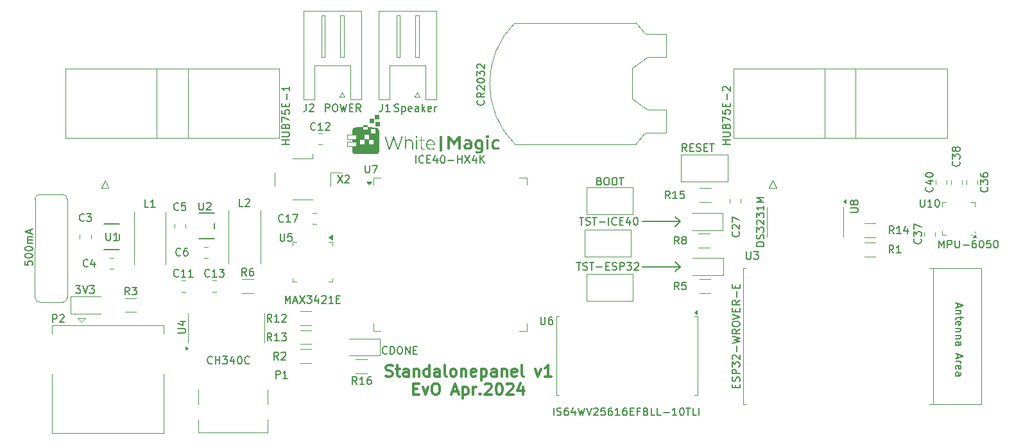
<source format=gto>
%TF.GenerationSoftware,KiCad,Pcbnew,8.0.1*%
%TF.CreationDate,2024-04-15T20:37:31+02:00*%
%TF.ProjectId,standalonepanel,7374616e-6461-46c6-9f6e-6570616e656c,rev?*%
%TF.SameCoordinates,Original*%
%TF.FileFunction,Legend,Top*%
%TF.FilePolarity,Positive*%
%FSLAX46Y46*%
G04 Gerber Fmt 4.6, Leading zero omitted, Abs format (unit mm)*
G04 Created by KiCad (PCBNEW 8.0.1) date 2024-04-15 20:37:31*
%MOMM*%
%LPD*%
G01*
G04 APERTURE LIST*
%ADD10C,0.150000*%
%ADD11C,0.300000*%
%ADD12C,0.120000*%
%ADD13C,0.152400*%
%ADD14C,0.100000*%
%ADD15C,0.000000*%
G04 APERTURE END LIST*
D10*
X129540000Y-123444000D02*
X134493000Y-123444000D01*
X129540000Y-117475000D02*
X134493000Y-117475000D01*
X133858000Y-122809000D02*
X134493000Y-123444000D01*
X134493000Y-123444000D02*
X133858000Y-122809000D01*
X134493000Y-117475000D02*
X133858000Y-116840000D01*
X134493000Y-117475000D02*
X133858000Y-118110000D01*
X133858000Y-116840000D02*
X134493000Y-117475000D01*
X134493000Y-123444000D02*
X133858000Y-124079000D01*
D11*
X95686143Y-137843484D02*
X95900429Y-137914912D01*
X95900429Y-137914912D02*
X96257571Y-137914912D01*
X96257571Y-137914912D02*
X96400429Y-137843484D01*
X96400429Y-137843484D02*
X96471857Y-137772055D01*
X96471857Y-137772055D02*
X96543286Y-137629198D01*
X96543286Y-137629198D02*
X96543286Y-137486341D01*
X96543286Y-137486341D02*
X96471857Y-137343484D01*
X96471857Y-137343484D02*
X96400429Y-137272055D01*
X96400429Y-137272055D02*
X96257571Y-137200626D01*
X96257571Y-137200626D02*
X95971857Y-137129198D01*
X95971857Y-137129198D02*
X95829000Y-137057769D01*
X95829000Y-137057769D02*
X95757571Y-136986341D01*
X95757571Y-136986341D02*
X95686143Y-136843484D01*
X95686143Y-136843484D02*
X95686143Y-136700626D01*
X95686143Y-136700626D02*
X95757571Y-136557769D01*
X95757571Y-136557769D02*
X95829000Y-136486341D01*
X95829000Y-136486341D02*
X95971857Y-136414912D01*
X95971857Y-136414912D02*
X96329000Y-136414912D01*
X96329000Y-136414912D02*
X96543286Y-136486341D01*
X96971857Y-136914912D02*
X97543285Y-136914912D01*
X97186142Y-136414912D02*
X97186142Y-137700626D01*
X97186142Y-137700626D02*
X97257571Y-137843484D01*
X97257571Y-137843484D02*
X97400428Y-137914912D01*
X97400428Y-137914912D02*
X97543285Y-137914912D01*
X98686143Y-137914912D02*
X98686143Y-137129198D01*
X98686143Y-137129198D02*
X98614714Y-136986341D01*
X98614714Y-136986341D02*
X98471857Y-136914912D01*
X98471857Y-136914912D02*
X98186143Y-136914912D01*
X98186143Y-136914912D02*
X98043285Y-136986341D01*
X98686143Y-137843484D02*
X98543285Y-137914912D01*
X98543285Y-137914912D02*
X98186143Y-137914912D01*
X98186143Y-137914912D02*
X98043285Y-137843484D01*
X98043285Y-137843484D02*
X97971857Y-137700626D01*
X97971857Y-137700626D02*
X97971857Y-137557769D01*
X97971857Y-137557769D02*
X98043285Y-137414912D01*
X98043285Y-137414912D02*
X98186143Y-137343484D01*
X98186143Y-137343484D02*
X98543285Y-137343484D01*
X98543285Y-137343484D02*
X98686143Y-137272055D01*
X99400428Y-136914912D02*
X99400428Y-137914912D01*
X99400428Y-137057769D02*
X99471857Y-136986341D01*
X99471857Y-136986341D02*
X99614714Y-136914912D01*
X99614714Y-136914912D02*
X99829000Y-136914912D01*
X99829000Y-136914912D02*
X99971857Y-136986341D01*
X99971857Y-136986341D02*
X100043286Y-137129198D01*
X100043286Y-137129198D02*
X100043286Y-137914912D01*
X101400429Y-137914912D02*
X101400429Y-136414912D01*
X101400429Y-137843484D02*
X101257571Y-137914912D01*
X101257571Y-137914912D02*
X100971857Y-137914912D01*
X100971857Y-137914912D02*
X100829000Y-137843484D01*
X100829000Y-137843484D02*
X100757571Y-137772055D01*
X100757571Y-137772055D02*
X100686143Y-137629198D01*
X100686143Y-137629198D02*
X100686143Y-137200626D01*
X100686143Y-137200626D02*
X100757571Y-137057769D01*
X100757571Y-137057769D02*
X100829000Y-136986341D01*
X100829000Y-136986341D02*
X100971857Y-136914912D01*
X100971857Y-136914912D02*
X101257571Y-136914912D01*
X101257571Y-136914912D02*
X101400429Y-136986341D01*
X102757572Y-137914912D02*
X102757572Y-137129198D01*
X102757572Y-137129198D02*
X102686143Y-136986341D01*
X102686143Y-136986341D02*
X102543286Y-136914912D01*
X102543286Y-136914912D02*
X102257572Y-136914912D01*
X102257572Y-136914912D02*
X102114714Y-136986341D01*
X102757572Y-137843484D02*
X102614714Y-137914912D01*
X102614714Y-137914912D02*
X102257572Y-137914912D01*
X102257572Y-137914912D02*
X102114714Y-137843484D01*
X102114714Y-137843484D02*
X102043286Y-137700626D01*
X102043286Y-137700626D02*
X102043286Y-137557769D01*
X102043286Y-137557769D02*
X102114714Y-137414912D01*
X102114714Y-137414912D02*
X102257572Y-137343484D01*
X102257572Y-137343484D02*
X102614714Y-137343484D01*
X102614714Y-137343484D02*
X102757572Y-137272055D01*
X103686143Y-137914912D02*
X103543286Y-137843484D01*
X103543286Y-137843484D02*
X103471857Y-137700626D01*
X103471857Y-137700626D02*
X103471857Y-136414912D01*
X104471857Y-137914912D02*
X104329000Y-137843484D01*
X104329000Y-137843484D02*
X104257571Y-137772055D01*
X104257571Y-137772055D02*
X104186143Y-137629198D01*
X104186143Y-137629198D02*
X104186143Y-137200626D01*
X104186143Y-137200626D02*
X104257571Y-137057769D01*
X104257571Y-137057769D02*
X104329000Y-136986341D01*
X104329000Y-136986341D02*
X104471857Y-136914912D01*
X104471857Y-136914912D02*
X104686143Y-136914912D01*
X104686143Y-136914912D02*
X104829000Y-136986341D01*
X104829000Y-136986341D02*
X104900429Y-137057769D01*
X104900429Y-137057769D02*
X104971857Y-137200626D01*
X104971857Y-137200626D02*
X104971857Y-137629198D01*
X104971857Y-137629198D02*
X104900429Y-137772055D01*
X104900429Y-137772055D02*
X104829000Y-137843484D01*
X104829000Y-137843484D02*
X104686143Y-137914912D01*
X104686143Y-137914912D02*
X104471857Y-137914912D01*
X105614714Y-136914912D02*
X105614714Y-137914912D01*
X105614714Y-137057769D02*
X105686143Y-136986341D01*
X105686143Y-136986341D02*
X105829000Y-136914912D01*
X105829000Y-136914912D02*
X106043286Y-136914912D01*
X106043286Y-136914912D02*
X106186143Y-136986341D01*
X106186143Y-136986341D02*
X106257572Y-137129198D01*
X106257572Y-137129198D02*
X106257572Y-137914912D01*
X107543286Y-137843484D02*
X107400429Y-137914912D01*
X107400429Y-137914912D02*
X107114715Y-137914912D01*
X107114715Y-137914912D02*
X106971857Y-137843484D01*
X106971857Y-137843484D02*
X106900429Y-137700626D01*
X106900429Y-137700626D02*
X106900429Y-137129198D01*
X106900429Y-137129198D02*
X106971857Y-136986341D01*
X106971857Y-136986341D02*
X107114715Y-136914912D01*
X107114715Y-136914912D02*
X107400429Y-136914912D01*
X107400429Y-136914912D02*
X107543286Y-136986341D01*
X107543286Y-136986341D02*
X107614715Y-137129198D01*
X107614715Y-137129198D02*
X107614715Y-137272055D01*
X107614715Y-137272055D02*
X106900429Y-137414912D01*
X108257571Y-136914912D02*
X108257571Y-138414912D01*
X108257571Y-136986341D02*
X108400429Y-136914912D01*
X108400429Y-136914912D02*
X108686143Y-136914912D01*
X108686143Y-136914912D02*
X108829000Y-136986341D01*
X108829000Y-136986341D02*
X108900429Y-137057769D01*
X108900429Y-137057769D02*
X108971857Y-137200626D01*
X108971857Y-137200626D02*
X108971857Y-137629198D01*
X108971857Y-137629198D02*
X108900429Y-137772055D01*
X108900429Y-137772055D02*
X108829000Y-137843484D01*
X108829000Y-137843484D02*
X108686143Y-137914912D01*
X108686143Y-137914912D02*
X108400429Y-137914912D01*
X108400429Y-137914912D02*
X108257571Y-137843484D01*
X110257572Y-137914912D02*
X110257572Y-137129198D01*
X110257572Y-137129198D02*
X110186143Y-136986341D01*
X110186143Y-136986341D02*
X110043286Y-136914912D01*
X110043286Y-136914912D02*
X109757572Y-136914912D01*
X109757572Y-136914912D02*
X109614714Y-136986341D01*
X110257572Y-137843484D02*
X110114714Y-137914912D01*
X110114714Y-137914912D02*
X109757572Y-137914912D01*
X109757572Y-137914912D02*
X109614714Y-137843484D01*
X109614714Y-137843484D02*
X109543286Y-137700626D01*
X109543286Y-137700626D02*
X109543286Y-137557769D01*
X109543286Y-137557769D02*
X109614714Y-137414912D01*
X109614714Y-137414912D02*
X109757572Y-137343484D01*
X109757572Y-137343484D02*
X110114714Y-137343484D01*
X110114714Y-137343484D02*
X110257572Y-137272055D01*
X110971857Y-136914912D02*
X110971857Y-137914912D01*
X110971857Y-137057769D02*
X111043286Y-136986341D01*
X111043286Y-136986341D02*
X111186143Y-136914912D01*
X111186143Y-136914912D02*
X111400429Y-136914912D01*
X111400429Y-136914912D02*
X111543286Y-136986341D01*
X111543286Y-136986341D02*
X111614715Y-137129198D01*
X111614715Y-137129198D02*
X111614715Y-137914912D01*
X112900429Y-137843484D02*
X112757572Y-137914912D01*
X112757572Y-137914912D02*
X112471858Y-137914912D01*
X112471858Y-137914912D02*
X112329000Y-137843484D01*
X112329000Y-137843484D02*
X112257572Y-137700626D01*
X112257572Y-137700626D02*
X112257572Y-137129198D01*
X112257572Y-137129198D02*
X112329000Y-136986341D01*
X112329000Y-136986341D02*
X112471858Y-136914912D01*
X112471858Y-136914912D02*
X112757572Y-136914912D01*
X112757572Y-136914912D02*
X112900429Y-136986341D01*
X112900429Y-136986341D02*
X112971858Y-137129198D01*
X112971858Y-137129198D02*
X112971858Y-137272055D01*
X112971858Y-137272055D02*
X112257572Y-137414912D01*
X113829000Y-137914912D02*
X113686143Y-137843484D01*
X113686143Y-137843484D02*
X113614714Y-137700626D01*
X113614714Y-137700626D02*
X113614714Y-136414912D01*
X115400428Y-136914912D02*
X115757571Y-137914912D01*
X115757571Y-137914912D02*
X116114714Y-136914912D01*
X117471857Y-137914912D02*
X116614714Y-137914912D01*
X117043285Y-137914912D02*
X117043285Y-136414912D01*
X117043285Y-136414912D02*
X116900428Y-136629198D01*
X116900428Y-136629198D02*
X116757571Y-136772055D01*
X116757571Y-136772055D02*
X116614714Y-136843484D01*
X99329000Y-139544114D02*
X99829000Y-139544114D01*
X100043286Y-140329828D02*
X99329000Y-140329828D01*
X99329000Y-140329828D02*
X99329000Y-138829828D01*
X99329000Y-138829828D02*
X100043286Y-138829828D01*
X100543286Y-139329828D02*
X100900429Y-140329828D01*
X100900429Y-140329828D02*
X101257572Y-139329828D01*
X102114715Y-138829828D02*
X102400429Y-138829828D01*
X102400429Y-138829828D02*
X102543286Y-138901257D01*
X102543286Y-138901257D02*
X102686143Y-139044114D01*
X102686143Y-139044114D02*
X102757572Y-139329828D01*
X102757572Y-139329828D02*
X102757572Y-139829828D01*
X102757572Y-139829828D02*
X102686143Y-140115542D01*
X102686143Y-140115542D02*
X102543286Y-140258400D01*
X102543286Y-140258400D02*
X102400429Y-140329828D01*
X102400429Y-140329828D02*
X102114715Y-140329828D01*
X102114715Y-140329828D02*
X101971858Y-140258400D01*
X101971858Y-140258400D02*
X101829000Y-140115542D01*
X101829000Y-140115542D02*
X101757572Y-139829828D01*
X101757572Y-139829828D02*
X101757572Y-139329828D01*
X101757572Y-139329828D02*
X101829000Y-139044114D01*
X101829000Y-139044114D02*
X101971858Y-138901257D01*
X101971858Y-138901257D02*
X102114715Y-138829828D01*
X104471858Y-139901257D02*
X105186144Y-139901257D01*
X104329001Y-140329828D02*
X104829001Y-138829828D01*
X104829001Y-138829828D02*
X105329001Y-140329828D01*
X105829000Y-139329828D02*
X105829000Y-140829828D01*
X105829000Y-139401257D02*
X105971858Y-139329828D01*
X105971858Y-139329828D02*
X106257572Y-139329828D01*
X106257572Y-139329828D02*
X106400429Y-139401257D01*
X106400429Y-139401257D02*
X106471858Y-139472685D01*
X106471858Y-139472685D02*
X106543286Y-139615542D01*
X106543286Y-139615542D02*
X106543286Y-140044114D01*
X106543286Y-140044114D02*
X106471858Y-140186971D01*
X106471858Y-140186971D02*
X106400429Y-140258400D01*
X106400429Y-140258400D02*
X106257572Y-140329828D01*
X106257572Y-140329828D02*
X105971858Y-140329828D01*
X105971858Y-140329828D02*
X105829000Y-140258400D01*
X107186143Y-140329828D02*
X107186143Y-139329828D01*
X107186143Y-139615542D02*
X107257572Y-139472685D01*
X107257572Y-139472685D02*
X107329001Y-139401257D01*
X107329001Y-139401257D02*
X107471858Y-139329828D01*
X107471858Y-139329828D02*
X107614715Y-139329828D01*
X108114714Y-140186971D02*
X108186143Y-140258400D01*
X108186143Y-140258400D02*
X108114714Y-140329828D01*
X108114714Y-140329828D02*
X108043286Y-140258400D01*
X108043286Y-140258400D02*
X108114714Y-140186971D01*
X108114714Y-140186971D02*
X108114714Y-140329828D01*
X108757572Y-138972685D02*
X108829000Y-138901257D01*
X108829000Y-138901257D02*
X108971858Y-138829828D01*
X108971858Y-138829828D02*
X109329000Y-138829828D01*
X109329000Y-138829828D02*
X109471858Y-138901257D01*
X109471858Y-138901257D02*
X109543286Y-138972685D01*
X109543286Y-138972685D02*
X109614715Y-139115542D01*
X109614715Y-139115542D02*
X109614715Y-139258400D01*
X109614715Y-139258400D02*
X109543286Y-139472685D01*
X109543286Y-139472685D02*
X108686143Y-140329828D01*
X108686143Y-140329828D02*
X109614715Y-140329828D01*
X110543286Y-138829828D02*
X110686143Y-138829828D01*
X110686143Y-138829828D02*
X110829000Y-138901257D01*
X110829000Y-138901257D02*
X110900429Y-138972685D01*
X110900429Y-138972685D02*
X110971857Y-139115542D01*
X110971857Y-139115542D02*
X111043286Y-139401257D01*
X111043286Y-139401257D02*
X111043286Y-139758400D01*
X111043286Y-139758400D02*
X110971857Y-140044114D01*
X110971857Y-140044114D02*
X110900429Y-140186971D01*
X110900429Y-140186971D02*
X110829000Y-140258400D01*
X110829000Y-140258400D02*
X110686143Y-140329828D01*
X110686143Y-140329828D02*
X110543286Y-140329828D01*
X110543286Y-140329828D02*
X110400429Y-140258400D01*
X110400429Y-140258400D02*
X110329000Y-140186971D01*
X110329000Y-140186971D02*
X110257571Y-140044114D01*
X110257571Y-140044114D02*
X110186143Y-139758400D01*
X110186143Y-139758400D02*
X110186143Y-139401257D01*
X110186143Y-139401257D02*
X110257571Y-139115542D01*
X110257571Y-139115542D02*
X110329000Y-138972685D01*
X110329000Y-138972685D02*
X110400429Y-138901257D01*
X110400429Y-138901257D02*
X110543286Y-138829828D01*
X111614714Y-138972685D02*
X111686142Y-138901257D01*
X111686142Y-138901257D02*
X111829000Y-138829828D01*
X111829000Y-138829828D02*
X112186142Y-138829828D01*
X112186142Y-138829828D02*
X112329000Y-138901257D01*
X112329000Y-138901257D02*
X112400428Y-138972685D01*
X112400428Y-138972685D02*
X112471857Y-139115542D01*
X112471857Y-139115542D02*
X112471857Y-139258400D01*
X112471857Y-139258400D02*
X112400428Y-139472685D01*
X112400428Y-139472685D02*
X111543285Y-140329828D01*
X111543285Y-140329828D02*
X112471857Y-140329828D01*
X113757571Y-139329828D02*
X113757571Y-140329828D01*
X113400428Y-138758400D02*
X113043285Y-139829828D01*
X113043285Y-139829828D02*
X113971856Y-139829828D01*
D10*
X81738095Y-119054819D02*
X81738095Y-119864342D01*
X81738095Y-119864342D02*
X81785714Y-119959580D01*
X81785714Y-119959580D02*
X81833333Y-120007200D01*
X81833333Y-120007200D02*
X81928571Y-120054819D01*
X81928571Y-120054819D02*
X82119047Y-120054819D01*
X82119047Y-120054819D02*
X82214285Y-120007200D01*
X82214285Y-120007200D02*
X82261904Y-119959580D01*
X82261904Y-119959580D02*
X82309523Y-119864342D01*
X82309523Y-119864342D02*
X82309523Y-119054819D01*
X83261904Y-119054819D02*
X82785714Y-119054819D01*
X82785714Y-119054819D02*
X82738095Y-119531009D01*
X82738095Y-119531009D02*
X82785714Y-119483390D01*
X82785714Y-119483390D02*
X82880952Y-119435771D01*
X82880952Y-119435771D02*
X83119047Y-119435771D01*
X83119047Y-119435771D02*
X83214285Y-119483390D01*
X83214285Y-119483390D02*
X83261904Y-119531009D01*
X83261904Y-119531009D02*
X83309523Y-119626247D01*
X83309523Y-119626247D02*
X83309523Y-119864342D01*
X83309523Y-119864342D02*
X83261904Y-119959580D01*
X83261904Y-119959580D02*
X83214285Y-120007200D01*
X83214285Y-120007200D02*
X83119047Y-120054819D01*
X83119047Y-120054819D02*
X82880952Y-120054819D01*
X82880952Y-120054819D02*
X82785714Y-120007200D01*
X82785714Y-120007200D02*
X82738095Y-119959580D01*
X82404762Y-128254819D02*
X82404762Y-127254819D01*
X82404762Y-127254819D02*
X82738095Y-127969104D01*
X82738095Y-127969104D02*
X83071428Y-127254819D01*
X83071428Y-127254819D02*
X83071428Y-128254819D01*
X83500000Y-127969104D02*
X83976190Y-127969104D01*
X83404762Y-128254819D02*
X83738095Y-127254819D01*
X83738095Y-127254819D02*
X84071428Y-128254819D01*
X84309524Y-127254819D02*
X84976190Y-128254819D01*
X84976190Y-127254819D02*
X84309524Y-128254819D01*
X85261905Y-127254819D02*
X85880952Y-127254819D01*
X85880952Y-127254819D02*
X85547619Y-127635771D01*
X85547619Y-127635771D02*
X85690476Y-127635771D01*
X85690476Y-127635771D02*
X85785714Y-127683390D01*
X85785714Y-127683390D02*
X85833333Y-127731009D01*
X85833333Y-127731009D02*
X85880952Y-127826247D01*
X85880952Y-127826247D02*
X85880952Y-128064342D01*
X85880952Y-128064342D02*
X85833333Y-128159580D01*
X85833333Y-128159580D02*
X85785714Y-128207200D01*
X85785714Y-128207200D02*
X85690476Y-128254819D01*
X85690476Y-128254819D02*
X85404762Y-128254819D01*
X85404762Y-128254819D02*
X85309524Y-128207200D01*
X85309524Y-128207200D02*
X85261905Y-128159580D01*
X86738095Y-127588152D02*
X86738095Y-128254819D01*
X86500000Y-127207200D02*
X86261905Y-127921485D01*
X86261905Y-127921485D02*
X86880952Y-127921485D01*
X87214286Y-127350057D02*
X87261905Y-127302438D01*
X87261905Y-127302438D02*
X87357143Y-127254819D01*
X87357143Y-127254819D02*
X87595238Y-127254819D01*
X87595238Y-127254819D02*
X87690476Y-127302438D01*
X87690476Y-127302438D02*
X87738095Y-127350057D01*
X87738095Y-127350057D02*
X87785714Y-127445295D01*
X87785714Y-127445295D02*
X87785714Y-127540533D01*
X87785714Y-127540533D02*
X87738095Y-127683390D01*
X87738095Y-127683390D02*
X87166667Y-128254819D01*
X87166667Y-128254819D02*
X87785714Y-128254819D01*
X88738095Y-128254819D02*
X88166667Y-128254819D01*
X88452381Y-128254819D02*
X88452381Y-127254819D01*
X88452381Y-127254819D02*
X88357143Y-127397676D01*
X88357143Y-127397676D02*
X88261905Y-127492914D01*
X88261905Y-127492914D02*
X88166667Y-127540533D01*
X89166667Y-127731009D02*
X89500000Y-127731009D01*
X89642857Y-128254819D02*
X89166667Y-128254819D01*
X89166667Y-128254819D02*
X89166667Y-127254819D01*
X89166667Y-127254819D02*
X89642857Y-127254819D01*
X80607142Y-133204819D02*
X80273809Y-132728628D01*
X80035714Y-133204819D02*
X80035714Y-132204819D01*
X80035714Y-132204819D02*
X80416666Y-132204819D01*
X80416666Y-132204819D02*
X80511904Y-132252438D01*
X80511904Y-132252438D02*
X80559523Y-132300057D01*
X80559523Y-132300057D02*
X80607142Y-132395295D01*
X80607142Y-132395295D02*
X80607142Y-132538152D01*
X80607142Y-132538152D02*
X80559523Y-132633390D01*
X80559523Y-132633390D02*
X80511904Y-132681009D01*
X80511904Y-132681009D02*
X80416666Y-132728628D01*
X80416666Y-132728628D02*
X80035714Y-132728628D01*
X81559523Y-133204819D02*
X80988095Y-133204819D01*
X81273809Y-133204819D02*
X81273809Y-132204819D01*
X81273809Y-132204819D02*
X81178571Y-132347676D01*
X81178571Y-132347676D02*
X81083333Y-132442914D01*
X81083333Y-132442914D02*
X80988095Y-132490533D01*
X81892857Y-132204819D02*
X82511904Y-132204819D01*
X82511904Y-132204819D02*
X82178571Y-132585771D01*
X82178571Y-132585771D02*
X82321428Y-132585771D01*
X82321428Y-132585771D02*
X82416666Y-132633390D01*
X82416666Y-132633390D02*
X82464285Y-132681009D01*
X82464285Y-132681009D02*
X82511904Y-132776247D01*
X82511904Y-132776247D02*
X82511904Y-133014342D01*
X82511904Y-133014342D02*
X82464285Y-133109580D01*
X82464285Y-133109580D02*
X82416666Y-133157200D01*
X82416666Y-133157200D02*
X82321428Y-133204819D01*
X82321428Y-133204819D02*
X82035714Y-133204819D01*
X82035714Y-133204819D02*
X81940476Y-133157200D01*
X81940476Y-133157200D02*
X81892857Y-133109580D01*
X82954819Y-107309523D02*
X81954819Y-107309523D01*
X82431009Y-107309523D02*
X82431009Y-106738095D01*
X82954819Y-106738095D02*
X81954819Y-106738095D01*
X81954819Y-106261904D02*
X82764342Y-106261904D01*
X82764342Y-106261904D02*
X82859580Y-106214285D01*
X82859580Y-106214285D02*
X82907200Y-106166666D01*
X82907200Y-106166666D02*
X82954819Y-106071428D01*
X82954819Y-106071428D02*
X82954819Y-105880952D01*
X82954819Y-105880952D02*
X82907200Y-105785714D01*
X82907200Y-105785714D02*
X82859580Y-105738095D01*
X82859580Y-105738095D02*
X82764342Y-105690476D01*
X82764342Y-105690476D02*
X81954819Y-105690476D01*
X82431009Y-104880952D02*
X82478628Y-104738095D01*
X82478628Y-104738095D02*
X82526247Y-104690476D01*
X82526247Y-104690476D02*
X82621485Y-104642857D01*
X82621485Y-104642857D02*
X82764342Y-104642857D01*
X82764342Y-104642857D02*
X82859580Y-104690476D01*
X82859580Y-104690476D02*
X82907200Y-104738095D01*
X82907200Y-104738095D02*
X82954819Y-104833333D01*
X82954819Y-104833333D02*
X82954819Y-105214285D01*
X82954819Y-105214285D02*
X81954819Y-105214285D01*
X81954819Y-105214285D02*
X81954819Y-104880952D01*
X81954819Y-104880952D02*
X82002438Y-104785714D01*
X82002438Y-104785714D02*
X82050057Y-104738095D01*
X82050057Y-104738095D02*
X82145295Y-104690476D01*
X82145295Y-104690476D02*
X82240533Y-104690476D01*
X82240533Y-104690476D02*
X82335771Y-104738095D01*
X82335771Y-104738095D02*
X82383390Y-104785714D01*
X82383390Y-104785714D02*
X82431009Y-104880952D01*
X82431009Y-104880952D02*
X82431009Y-105214285D01*
X81954819Y-104309523D02*
X81954819Y-103642857D01*
X81954819Y-103642857D02*
X82954819Y-104071428D01*
X81954819Y-102785714D02*
X81954819Y-103261904D01*
X81954819Y-103261904D02*
X82431009Y-103309523D01*
X82431009Y-103309523D02*
X82383390Y-103261904D01*
X82383390Y-103261904D02*
X82335771Y-103166666D01*
X82335771Y-103166666D02*
X82335771Y-102928571D01*
X82335771Y-102928571D02*
X82383390Y-102833333D01*
X82383390Y-102833333D02*
X82431009Y-102785714D01*
X82431009Y-102785714D02*
X82526247Y-102738095D01*
X82526247Y-102738095D02*
X82764342Y-102738095D01*
X82764342Y-102738095D02*
X82859580Y-102785714D01*
X82859580Y-102785714D02*
X82907200Y-102833333D01*
X82907200Y-102833333D02*
X82954819Y-102928571D01*
X82954819Y-102928571D02*
X82954819Y-103166666D01*
X82954819Y-103166666D02*
X82907200Y-103261904D01*
X82907200Y-103261904D02*
X82859580Y-103309523D01*
X82431009Y-102309523D02*
X82431009Y-101976190D01*
X82954819Y-101833333D02*
X82954819Y-102309523D01*
X82954819Y-102309523D02*
X81954819Y-102309523D01*
X81954819Y-102309523D02*
X81954819Y-101833333D01*
X82573866Y-101404761D02*
X82573866Y-100642857D01*
X82954819Y-99642857D02*
X82954819Y-100214285D01*
X82954819Y-99928571D02*
X81954819Y-99928571D01*
X81954819Y-99928571D02*
X82097676Y-100023809D01*
X82097676Y-100023809D02*
X82192914Y-100119047D01*
X82192914Y-100119047D02*
X82240533Y-100214285D01*
X77283333Y-124634819D02*
X76950000Y-124158628D01*
X76711905Y-124634819D02*
X76711905Y-123634819D01*
X76711905Y-123634819D02*
X77092857Y-123634819D01*
X77092857Y-123634819D02*
X77188095Y-123682438D01*
X77188095Y-123682438D02*
X77235714Y-123730057D01*
X77235714Y-123730057D02*
X77283333Y-123825295D01*
X77283333Y-123825295D02*
X77283333Y-123968152D01*
X77283333Y-123968152D02*
X77235714Y-124063390D01*
X77235714Y-124063390D02*
X77188095Y-124111009D01*
X77188095Y-124111009D02*
X77092857Y-124158628D01*
X77092857Y-124158628D02*
X76711905Y-124158628D01*
X78140476Y-123634819D02*
X77950000Y-123634819D01*
X77950000Y-123634819D02*
X77854762Y-123682438D01*
X77854762Y-123682438D02*
X77807143Y-123730057D01*
X77807143Y-123730057D02*
X77711905Y-123872914D01*
X77711905Y-123872914D02*
X77664286Y-124063390D01*
X77664286Y-124063390D02*
X77664286Y-124444342D01*
X77664286Y-124444342D02*
X77711905Y-124539580D01*
X77711905Y-124539580D02*
X77759524Y-124587200D01*
X77759524Y-124587200D02*
X77854762Y-124634819D01*
X77854762Y-124634819D02*
X78045238Y-124634819D01*
X78045238Y-124634819D02*
X78140476Y-124587200D01*
X78140476Y-124587200D02*
X78188095Y-124539580D01*
X78188095Y-124539580D02*
X78235714Y-124444342D01*
X78235714Y-124444342D02*
X78235714Y-124206247D01*
X78235714Y-124206247D02*
X78188095Y-124111009D01*
X78188095Y-124111009D02*
X78140476Y-124063390D01*
X78140476Y-124063390D02*
X78045238Y-124015771D01*
X78045238Y-124015771D02*
X77854762Y-124015771D01*
X77854762Y-124015771D02*
X77759524Y-124063390D01*
X77759524Y-124063390D02*
X77711905Y-124111009D01*
X77711905Y-124111009D02*
X77664286Y-124206247D01*
X85166666Y-101954819D02*
X85166666Y-102669104D01*
X85166666Y-102669104D02*
X85119047Y-102811961D01*
X85119047Y-102811961D02*
X85023809Y-102907200D01*
X85023809Y-102907200D02*
X84880952Y-102954819D01*
X84880952Y-102954819D02*
X84785714Y-102954819D01*
X85595238Y-102050057D02*
X85642857Y-102002438D01*
X85642857Y-102002438D02*
X85738095Y-101954819D01*
X85738095Y-101954819D02*
X85976190Y-101954819D01*
X85976190Y-101954819D02*
X86071428Y-102002438D01*
X86071428Y-102002438D02*
X86119047Y-102050057D01*
X86119047Y-102050057D02*
X86166666Y-102145295D01*
X86166666Y-102145295D02*
X86166666Y-102240533D01*
X86166666Y-102240533D02*
X86119047Y-102383390D01*
X86119047Y-102383390D02*
X85547619Y-102954819D01*
X85547619Y-102954819D02*
X86166666Y-102954819D01*
X87690476Y-102954819D02*
X87690476Y-101954819D01*
X87690476Y-101954819D02*
X88071428Y-101954819D01*
X88071428Y-101954819D02*
X88166666Y-102002438D01*
X88166666Y-102002438D02*
X88214285Y-102050057D01*
X88214285Y-102050057D02*
X88261904Y-102145295D01*
X88261904Y-102145295D02*
X88261904Y-102288152D01*
X88261904Y-102288152D02*
X88214285Y-102383390D01*
X88214285Y-102383390D02*
X88166666Y-102431009D01*
X88166666Y-102431009D02*
X88071428Y-102478628D01*
X88071428Y-102478628D02*
X87690476Y-102478628D01*
X88880952Y-101954819D02*
X89071428Y-101954819D01*
X89071428Y-101954819D02*
X89166666Y-102002438D01*
X89166666Y-102002438D02*
X89261904Y-102097676D01*
X89261904Y-102097676D02*
X89309523Y-102288152D01*
X89309523Y-102288152D02*
X89309523Y-102621485D01*
X89309523Y-102621485D02*
X89261904Y-102811961D01*
X89261904Y-102811961D02*
X89166666Y-102907200D01*
X89166666Y-102907200D02*
X89071428Y-102954819D01*
X89071428Y-102954819D02*
X88880952Y-102954819D01*
X88880952Y-102954819D02*
X88785714Y-102907200D01*
X88785714Y-102907200D02*
X88690476Y-102811961D01*
X88690476Y-102811961D02*
X88642857Y-102621485D01*
X88642857Y-102621485D02*
X88642857Y-102288152D01*
X88642857Y-102288152D02*
X88690476Y-102097676D01*
X88690476Y-102097676D02*
X88785714Y-102002438D01*
X88785714Y-102002438D02*
X88880952Y-101954819D01*
X89642857Y-101954819D02*
X89880952Y-102954819D01*
X89880952Y-102954819D02*
X90071428Y-102240533D01*
X90071428Y-102240533D02*
X90261904Y-102954819D01*
X90261904Y-102954819D02*
X90500000Y-101954819D01*
X90880952Y-102431009D02*
X91214285Y-102431009D01*
X91357142Y-102954819D02*
X90880952Y-102954819D01*
X90880952Y-102954819D02*
X90880952Y-101954819D01*
X90880952Y-101954819D02*
X91357142Y-101954819D01*
X92357142Y-102954819D02*
X92023809Y-102478628D01*
X91785714Y-102954819D02*
X91785714Y-101954819D01*
X91785714Y-101954819D02*
X92166666Y-101954819D01*
X92166666Y-101954819D02*
X92261904Y-102002438D01*
X92261904Y-102002438D02*
X92309523Y-102050057D01*
X92309523Y-102050057D02*
X92357142Y-102145295D01*
X92357142Y-102145295D02*
X92357142Y-102288152D01*
X92357142Y-102288152D02*
X92309523Y-102383390D01*
X92309523Y-102383390D02*
X92261904Y-102431009D01*
X92261904Y-102431009D02*
X92166666Y-102478628D01*
X92166666Y-102478628D02*
X91785714Y-102478628D01*
X142244580Y-118841357D02*
X142292200Y-118888976D01*
X142292200Y-118888976D02*
X142339819Y-119031833D01*
X142339819Y-119031833D02*
X142339819Y-119127071D01*
X142339819Y-119127071D02*
X142292200Y-119269928D01*
X142292200Y-119269928D02*
X142196961Y-119365166D01*
X142196961Y-119365166D02*
X142101723Y-119412785D01*
X142101723Y-119412785D02*
X141911247Y-119460404D01*
X141911247Y-119460404D02*
X141768390Y-119460404D01*
X141768390Y-119460404D02*
X141577914Y-119412785D01*
X141577914Y-119412785D02*
X141482676Y-119365166D01*
X141482676Y-119365166D02*
X141387438Y-119269928D01*
X141387438Y-119269928D02*
X141339819Y-119127071D01*
X141339819Y-119127071D02*
X141339819Y-119031833D01*
X141339819Y-119031833D02*
X141387438Y-118888976D01*
X141387438Y-118888976D02*
X141435057Y-118841357D01*
X141435057Y-118460404D02*
X141387438Y-118412785D01*
X141387438Y-118412785D02*
X141339819Y-118317547D01*
X141339819Y-118317547D02*
X141339819Y-118079452D01*
X141339819Y-118079452D02*
X141387438Y-117984214D01*
X141387438Y-117984214D02*
X141435057Y-117936595D01*
X141435057Y-117936595D02*
X141530295Y-117888976D01*
X141530295Y-117888976D02*
X141625533Y-117888976D01*
X141625533Y-117888976D02*
X141768390Y-117936595D01*
X141768390Y-117936595D02*
X142339819Y-118508023D01*
X142339819Y-118508023D02*
X142339819Y-117888976D01*
X141339819Y-117555642D02*
X141339819Y-116888976D01*
X141339819Y-116888976D02*
X142339819Y-117317547D01*
X135352618Y-108217819D02*
X135019285Y-107741628D01*
X134781190Y-108217819D02*
X134781190Y-107217819D01*
X134781190Y-107217819D02*
X135162142Y-107217819D01*
X135162142Y-107217819D02*
X135257380Y-107265438D01*
X135257380Y-107265438D02*
X135304999Y-107313057D01*
X135304999Y-107313057D02*
X135352618Y-107408295D01*
X135352618Y-107408295D02*
X135352618Y-107551152D01*
X135352618Y-107551152D02*
X135304999Y-107646390D01*
X135304999Y-107646390D02*
X135257380Y-107694009D01*
X135257380Y-107694009D02*
X135162142Y-107741628D01*
X135162142Y-107741628D02*
X134781190Y-107741628D01*
X135781190Y-107694009D02*
X136114523Y-107694009D01*
X136257380Y-108217819D02*
X135781190Y-108217819D01*
X135781190Y-108217819D02*
X135781190Y-107217819D01*
X135781190Y-107217819D02*
X136257380Y-107217819D01*
X136638333Y-108170200D02*
X136781190Y-108217819D01*
X136781190Y-108217819D02*
X137019285Y-108217819D01*
X137019285Y-108217819D02*
X137114523Y-108170200D01*
X137114523Y-108170200D02*
X137162142Y-108122580D01*
X137162142Y-108122580D02*
X137209761Y-108027342D01*
X137209761Y-108027342D02*
X137209761Y-107932104D01*
X137209761Y-107932104D02*
X137162142Y-107836866D01*
X137162142Y-107836866D02*
X137114523Y-107789247D01*
X137114523Y-107789247D02*
X137019285Y-107741628D01*
X137019285Y-107741628D02*
X136828809Y-107694009D01*
X136828809Y-107694009D02*
X136733571Y-107646390D01*
X136733571Y-107646390D02*
X136685952Y-107598771D01*
X136685952Y-107598771D02*
X136638333Y-107503533D01*
X136638333Y-107503533D02*
X136638333Y-107408295D01*
X136638333Y-107408295D02*
X136685952Y-107313057D01*
X136685952Y-107313057D02*
X136733571Y-107265438D01*
X136733571Y-107265438D02*
X136828809Y-107217819D01*
X136828809Y-107217819D02*
X137066904Y-107217819D01*
X137066904Y-107217819D02*
X137209761Y-107265438D01*
X137638333Y-107694009D02*
X137971666Y-107694009D01*
X138114523Y-108217819D02*
X137638333Y-108217819D01*
X137638333Y-108217819D02*
X137638333Y-107217819D01*
X137638333Y-107217819D02*
X138114523Y-107217819D01*
X138400238Y-107217819D02*
X138971666Y-107217819D01*
X138685952Y-108217819D02*
X138685952Y-107217819D01*
X89290476Y-111354819D02*
X89957142Y-112354819D01*
X89957142Y-111354819D02*
X89290476Y-112354819D01*
X90290476Y-111450057D02*
X90338095Y-111402438D01*
X90338095Y-111402438D02*
X90433333Y-111354819D01*
X90433333Y-111354819D02*
X90671428Y-111354819D01*
X90671428Y-111354819D02*
X90766666Y-111402438D01*
X90766666Y-111402438D02*
X90814285Y-111450057D01*
X90814285Y-111450057D02*
X90861904Y-111545295D01*
X90861904Y-111545295D02*
X90861904Y-111640533D01*
X90861904Y-111640533D02*
X90814285Y-111783390D01*
X90814285Y-111783390D02*
X90242857Y-112354819D01*
X90242857Y-112354819D02*
X90861904Y-112354819D01*
X92938095Y-110054819D02*
X92938095Y-110864342D01*
X92938095Y-110864342D02*
X92985714Y-110959580D01*
X92985714Y-110959580D02*
X93033333Y-111007200D01*
X93033333Y-111007200D02*
X93128571Y-111054819D01*
X93128571Y-111054819D02*
X93319047Y-111054819D01*
X93319047Y-111054819D02*
X93414285Y-111007200D01*
X93414285Y-111007200D02*
X93461904Y-110959580D01*
X93461904Y-110959580D02*
X93509523Y-110864342D01*
X93509523Y-110864342D02*
X93509523Y-110054819D01*
X93890476Y-110054819D02*
X94557142Y-110054819D01*
X94557142Y-110054819D02*
X94128571Y-111054819D01*
X99600000Y-109754819D02*
X99600000Y-108754819D01*
X100647618Y-109659580D02*
X100599999Y-109707200D01*
X100599999Y-109707200D02*
X100457142Y-109754819D01*
X100457142Y-109754819D02*
X100361904Y-109754819D01*
X100361904Y-109754819D02*
X100219047Y-109707200D01*
X100219047Y-109707200D02*
X100123809Y-109611961D01*
X100123809Y-109611961D02*
X100076190Y-109516723D01*
X100076190Y-109516723D02*
X100028571Y-109326247D01*
X100028571Y-109326247D02*
X100028571Y-109183390D01*
X100028571Y-109183390D02*
X100076190Y-108992914D01*
X100076190Y-108992914D02*
X100123809Y-108897676D01*
X100123809Y-108897676D02*
X100219047Y-108802438D01*
X100219047Y-108802438D02*
X100361904Y-108754819D01*
X100361904Y-108754819D02*
X100457142Y-108754819D01*
X100457142Y-108754819D02*
X100599999Y-108802438D01*
X100599999Y-108802438D02*
X100647618Y-108850057D01*
X101076190Y-109231009D02*
X101409523Y-109231009D01*
X101552380Y-109754819D02*
X101076190Y-109754819D01*
X101076190Y-109754819D02*
X101076190Y-108754819D01*
X101076190Y-108754819D02*
X101552380Y-108754819D01*
X102409523Y-109088152D02*
X102409523Y-109754819D01*
X102171428Y-108707200D02*
X101933333Y-109421485D01*
X101933333Y-109421485D02*
X102552380Y-109421485D01*
X103123809Y-108754819D02*
X103219047Y-108754819D01*
X103219047Y-108754819D02*
X103314285Y-108802438D01*
X103314285Y-108802438D02*
X103361904Y-108850057D01*
X103361904Y-108850057D02*
X103409523Y-108945295D01*
X103409523Y-108945295D02*
X103457142Y-109135771D01*
X103457142Y-109135771D02*
X103457142Y-109373866D01*
X103457142Y-109373866D02*
X103409523Y-109564342D01*
X103409523Y-109564342D02*
X103361904Y-109659580D01*
X103361904Y-109659580D02*
X103314285Y-109707200D01*
X103314285Y-109707200D02*
X103219047Y-109754819D01*
X103219047Y-109754819D02*
X103123809Y-109754819D01*
X103123809Y-109754819D02*
X103028571Y-109707200D01*
X103028571Y-109707200D02*
X102980952Y-109659580D01*
X102980952Y-109659580D02*
X102933333Y-109564342D01*
X102933333Y-109564342D02*
X102885714Y-109373866D01*
X102885714Y-109373866D02*
X102885714Y-109135771D01*
X102885714Y-109135771D02*
X102933333Y-108945295D01*
X102933333Y-108945295D02*
X102980952Y-108850057D01*
X102980952Y-108850057D02*
X103028571Y-108802438D01*
X103028571Y-108802438D02*
X103123809Y-108754819D01*
X103885714Y-109373866D02*
X104647619Y-109373866D01*
X105123809Y-109754819D02*
X105123809Y-108754819D01*
X105123809Y-109231009D02*
X105695237Y-109231009D01*
X105695237Y-109754819D02*
X105695237Y-108754819D01*
X106076190Y-108754819D02*
X106742856Y-109754819D01*
X106742856Y-108754819D02*
X106076190Y-109754819D01*
X107552380Y-109088152D02*
X107552380Y-109754819D01*
X107314285Y-108707200D02*
X107076190Y-109421485D01*
X107076190Y-109421485D02*
X107695237Y-109421485D01*
X108076190Y-109754819D02*
X108076190Y-108754819D01*
X108647618Y-109754819D02*
X108219047Y-109183390D01*
X108647618Y-108754819D02*
X108076190Y-109326247D01*
X166161905Y-114554819D02*
X166161905Y-115364342D01*
X166161905Y-115364342D02*
X166209524Y-115459580D01*
X166209524Y-115459580D02*
X166257143Y-115507200D01*
X166257143Y-115507200D02*
X166352381Y-115554819D01*
X166352381Y-115554819D02*
X166542857Y-115554819D01*
X166542857Y-115554819D02*
X166638095Y-115507200D01*
X166638095Y-115507200D02*
X166685714Y-115459580D01*
X166685714Y-115459580D02*
X166733333Y-115364342D01*
X166733333Y-115364342D02*
X166733333Y-114554819D01*
X167733333Y-115554819D02*
X167161905Y-115554819D01*
X167447619Y-115554819D02*
X167447619Y-114554819D01*
X167447619Y-114554819D02*
X167352381Y-114697676D01*
X167352381Y-114697676D02*
X167257143Y-114792914D01*
X167257143Y-114792914D02*
X167161905Y-114840533D01*
X168352381Y-114554819D02*
X168447619Y-114554819D01*
X168447619Y-114554819D02*
X168542857Y-114602438D01*
X168542857Y-114602438D02*
X168590476Y-114650057D01*
X168590476Y-114650057D02*
X168638095Y-114745295D01*
X168638095Y-114745295D02*
X168685714Y-114935771D01*
X168685714Y-114935771D02*
X168685714Y-115173866D01*
X168685714Y-115173866D02*
X168638095Y-115364342D01*
X168638095Y-115364342D02*
X168590476Y-115459580D01*
X168590476Y-115459580D02*
X168542857Y-115507200D01*
X168542857Y-115507200D02*
X168447619Y-115554819D01*
X168447619Y-115554819D02*
X168352381Y-115554819D01*
X168352381Y-115554819D02*
X168257143Y-115507200D01*
X168257143Y-115507200D02*
X168209524Y-115459580D01*
X168209524Y-115459580D02*
X168161905Y-115364342D01*
X168161905Y-115364342D02*
X168114286Y-115173866D01*
X168114286Y-115173866D02*
X168114286Y-114935771D01*
X168114286Y-114935771D02*
X168161905Y-114745295D01*
X168161905Y-114745295D02*
X168209524Y-114650057D01*
X168209524Y-114650057D02*
X168257143Y-114602438D01*
X168257143Y-114602438D02*
X168352381Y-114554819D01*
X168619048Y-120954819D02*
X168619048Y-119954819D01*
X168619048Y-119954819D02*
X168952381Y-120669104D01*
X168952381Y-120669104D02*
X169285714Y-119954819D01*
X169285714Y-119954819D02*
X169285714Y-120954819D01*
X169761905Y-120954819D02*
X169761905Y-119954819D01*
X169761905Y-119954819D02*
X170142857Y-119954819D01*
X170142857Y-119954819D02*
X170238095Y-120002438D01*
X170238095Y-120002438D02*
X170285714Y-120050057D01*
X170285714Y-120050057D02*
X170333333Y-120145295D01*
X170333333Y-120145295D02*
X170333333Y-120288152D01*
X170333333Y-120288152D02*
X170285714Y-120383390D01*
X170285714Y-120383390D02*
X170238095Y-120431009D01*
X170238095Y-120431009D02*
X170142857Y-120478628D01*
X170142857Y-120478628D02*
X169761905Y-120478628D01*
X170761905Y-119954819D02*
X170761905Y-120764342D01*
X170761905Y-120764342D02*
X170809524Y-120859580D01*
X170809524Y-120859580D02*
X170857143Y-120907200D01*
X170857143Y-120907200D02*
X170952381Y-120954819D01*
X170952381Y-120954819D02*
X171142857Y-120954819D01*
X171142857Y-120954819D02*
X171238095Y-120907200D01*
X171238095Y-120907200D02*
X171285714Y-120859580D01*
X171285714Y-120859580D02*
X171333333Y-120764342D01*
X171333333Y-120764342D02*
X171333333Y-119954819D01*
X171809524Y-120573866D02*
X172571429Y-120573866D01*
X173476190Y-119954819D02*
X173285714Y-119954819D01*
X173285714Y-119954819D02*
X173190476Y-120002438D01*
X173190476Y-120002438D02*
X173142857Y-120050057D01*
X173142857Y-120050057D02*
X173047619Y-120192914D01*
X173047619Y-120192914D02*
X173000000Y-120383390D01*
X173000000Y-120383390D02*
X173000000Y-120764342D01*
X173000000Y-120764342D02*
X173047619Y-120859580D01*
X173047619Y-120859580D02*
X173095238Y-120907200D01*
X173095238Y-120907200D02*
X173190476Y-120954819D01*
X173190476Y-120954819D02*
X173380952Y-120954819D01*
X173380952Y-120954819D02*
X173476190Y-120907200D01*
X173476190Y-120907200D02*
X173523809Y-120859580D01*
X173523809Y-120859580D02*
X173571428Y-120764342D01*
X173571428Y-120764342D02*
X173571428Y-120526247D01*
X173571428Y-120526247D02*
X173523809Y-120431009D01*
X173523809Y-120431009D02*
X173476190Y-120383390D01*
X173476190Y-120383390D02*
X173380952Y-120335771D01*
X173380952Y-120335771D02*
X173190476Y-120335771D01*
X173190476Y-120335771D02*
X173095238Y-120383390D01*
X173095238Y-120383390D02*
X173047619Y-120431009D01*
X173047619Y-120431009D02*
X173000000Y-120526247D01*
X174190476Y-119954819D02*
X174285714Y-119954819D01*
X174285714Y-119954819D02*
X174380952Y-120002438D01*
X174380952Y-120002438D02*
X174428571Y-120050057D01*
X174428571Y-120050057D02*
X174476190Y-120145295D01*
X174476190Y-120145295D02*
X174523809Y-120335771D01*
X174523809Y-120335771D02*
X174523809Y-120573866D01*
X174523809Y-120573866D02*
X174476190Y-120764342D01*
X174476190Y-120764342D02*
X174428571Y-120859580D01*
X174428571Y-120859580D02*
X174380952Y-120907200D01*
X174380952Y-120907200D02*
X174285714Y-120954819D01*
X174285714Y-120954819D02*
X174190476Y-120954819D01*
X174190476Y-120954819D02*
X174095238Y-120907200D01*
X174095238Y-120907200D02*
X174047619Y-120859580D01*
X174047619Y-120859580D02*
X174000000Y-120764342D01*
X174000000Y-120764342D02*
X173952381Y-120573866D01*
X173952381Y-120573866D02*
X173952381Y-120335771D01*
X173952381Y-120335771D02*
X174000000Y-120145295D01*
X174000000Y-120145295D02*
X174047619Y-120050057D01*
X174047619Y-120050057D02*
X174095238Y-120002438D01*
X174095238Y-120002438D02*
X174190476Y-119954819D01*
X175428571Y-119954819D02*
X174952381Y-119954819D01*
X174952381Y-119954819D02*
X174904762Y-120431009D01*
X174904762Y-120431009D02*
X174952381Y-120383390D01*
X174952381Y-120383390D02*
X175047619Y-120335771D01*
X175047619Y-120335771D02*
X175285714Y-120335771D01*
X175285714Y-120335771D02*
X175380952Y-120383390D01*
X175380952Y-120383390D02*
X175428571Y-120431009D01*
X175428571Y-120431009D02*
X175476190Y-120526247D01*
X175476190Y-120526247D02*
X175476190Y-120764342D01*
X175476190Y-120764342D02*
X175428571Y-120859580D01*
X175428571Y-120859580D02*
X175380952Y-120907200D01*
X175380952Y-120907200D02*
X175285714Y-120954819D01*
X175285714Y-120954819D02*
X175047619Y-120954819D01*
X175047619Y-120954819D02*
X174952381Y-120907200D01*
X174952381Y-120907200D02*
X174904762Y-120859580D01*
X176095238Y-119954819D02*
X176190476Y-119954819D01*
X176190476Y-119954819D02*
X176285714Y-120002438D01*
X176285714Y-120002438D02*
X176333333Y-120050057D01*
X176333333Y-120050057D02*
X176380952Y-120145295D01*
X176380952Y-120145295D02*
X176428571Y-120335771D01*
X176428571Y-120335771D02*
X176428571Y-120573866D01*
X176428571Y-120573866D02*
X176380952Y-120764342D01*
X176380952Y-120764342D02*
X176333333Y-120859580D01*
X176333333Y-120859580D02*
X176285714Y-120907200D01*
X176285714Y-120907200D02*
X176190476Y-120954819D01*
X176190476Y-120954819D02*
X176095238Y-120954819D01*
X176095238Y-120954819D02*
X176000000Y-120907200D01*
X176000000Y-120907200D02*
X175952381Y-120859580D01*
X175952381Y-120859580D02*
X175904762Y-120764342D01*
X175904762Y-120764342D02*
X175857143Y-120573866D01*
X175857143Y-120573866D02*
X175857143Y-120335771D01*
X175857143Y-120335771D02*
X175904762Y-120145295D01*
X175904762Y-120145295D02*
X175952381Y-120050057D01*
X175952381Y-120050057D02*
X176000000Y-120002438D01*
X176000000Y-120002438D02*
X176095238Y-119954819D01*
X91857142Y-138954819D02*
X91523809Y-138478628D01*
X91285714Y-138954819D02*
X91285714Y-137954819D01*
X91285714Y-137954819D02*
X91666666Y-137954819D01*
X91666666Y-137954819D02*
X91761904Y-138002438D01*
X91761904Y-138002438D02*
X91809523Y-138050057D01*
X91809523Y-138050057D02*
X91857142Y-138145295D01*
X91857142Y-138145295D02*
X91857142Y-138288152D01*
X91857142Y-138288152D02*
X91809523Y-138383390D01*
X91809523Y-138383390D02*
X91761904Y-138431009D01*
X91761904Y-138431009D02*
X91666666Y-138478628D01*
X91666666Y-138478628D02*
X91285714Y-138478628D01*
X92809523Y-138954819D02*
X92238095Y-138954819D01*
X92523809Y-138954819D02*
X92523809Y-137954819D01*
X92523809Y-137954819D02*
X92428571Y-138097676D01*
X92428571Y-138097676D02*
X92333333Y-138192914D01*
X92333333Y-138192914D02*
X92238095Y-138240533D01*
X93666666Y-137954819D02*
X93476190Y-137954819D01*
X93476190Y-137954819D02*
X93380952Y-138002438D01*
X93380952Y-138002438D02*
X93333333Y-138050057D01*
X93333333Y-138050057D02*
X93238095Y-138192914D01*
X93238095Y-138192914D02*
X93190476Y-138383390D01*
X93190476Y-138383390D02*
X93190476Y-138764342D01*
X93190476Y-138764342D02*
X93238095Y-138859580D01*
X93238095Y-138859580D02*
X93285714Y-138907200D01*
X93285714Y-138907200D02*
X93380952Y-138954819D01*
X93380952Y-138954819D02*
X93571428Y-138954819D01*
X93571428Y-138954819D02*
X93666666Y-138907200D01*
X93666666Y-138907200D02*
X93714285Y-138859580D01*
X93714285Y-138859580D02*
X93761904Y-138764342D01*
X93761904Y-138764342D02*
X93761904Y-138526247D01*
X93761904Y-138526247D02*
X93714285Y-138431009D01*
X93714285Y-138431009D02*
X93666666Y-138383390D01*
X93666666Y-138383390D02*
X93571428Y-138335771D01*
X93571428Y-138335771D02*
X93380952Y-138335771D01*
X93380952Y-138335771D02*
X93285714Y-138383390D01*
X93285714Y-138383390D02*
X93238095Y-138431009D01*
X93238095Y-138431009D02*
X93190476Y-138526247D01*
X166221580Y-119768857D02*
X166269200Y-119816476D01*
X166269200Y-119816476D02*
X166316819Y-119959333D01*
X166316819Y-119959333D02*
X166316819Y-120054571D01*
X166316819Y-120054571D02*
X166269200Y-120197428D01*
X166269200Y-120197428D02*
X166173961Y-120292666D01*
X166173961Y-120292666D02*
X166078723Y-120340285D01*
X166078723Y-120340285D02*
X165888247Y-120387904D01*
X165888247Y-120387904D02*
X165745390Y-120387904D01*
X165745390Y-120387904D02*
X165554914Y-120340285D01*
X165554914Y-120340285D02*
X165459676Y-120292666D01*
X165459676Y-120292666D02*
X165364438Y-120197428D01*
X165364438Y-120197428D02*
X165316819Y-120054571D01*
X165316819Y-120054571D02*
X165316819Y-119959333D01*
X165316819Y-119959333D02*
X165364438Y-119816476D01*
X165364438Y-119816476D02*
X165412057Y-119768857D01*
X165316819Y-119435523D02*
X165316819Y-118816476D01*
X165316819Y-118816476D02*
X165697771Y-119149809D01*
X165697771Y-119149809D02*
X165697771Y-119006952D01*
X165697771Y-119006952D02*
X165745390Y-118911714D01*
X165745390Y-118911714D02*
X165793009Y-118864095D01*
X165793009Y-118864095D02*
X165888247Y-118816476D01*
X165888247Y-118816476D02*
X166126342Y-118816476D01*
X166126342Y-118816476D02*
X166221580Y-118864095D01*
X166221580Y-118864095D02*
X166269200Y-118911714D01*
X166269200Y-118911714D02*
X166316819Y-119006952D01*
X166316819Y-119006952D02*
X166316819Y-119292666D01*
X166316819Y-119292666D02*
X166269200Y-119387904D01*
X166269200Y-119387904D02*
X166221580Y-119435523D01*
X165316819Y-118483142D02*
X165316819Y-117816476D01*
X165316819Y-117816476D02*
X166316819Y-118245047D01*
X167769580Y-112932357D02*
X167817200Y-112979976D01*
X167817200Y-112979976D02*
X167864819Y-113122833D01*
X167864819Y-113122833D02*
X167864819Y-113218071D01*
X167864819Y-113218071D02*
X167817200Y-113360928D01*
X167817200Y-113360928D02*
X167721961Y-113456166D01*
X167721961Y-113456166D02*
X167626723Y-113503785D01*
X167626723Y-113503785D02*
X167436247Y-113551404D01*
X167436247Y-113551404D02*
X167293390Y-113551404D01*
X167293390Y-113551404D02*
X167102914Y-113503785D01*
X167102914Y-113503785D02*
X167007676Y-113456166D01*
X167007676Y-113456166D02*
X166912438Y-113360928D01*
X166912438Y-113360928D02*
X166864819Y-113218071D01*
X166864819Y-113218071D02*
X166864819Y-113122833D01*
X166864819Y-113122833D02*
X166912438Y-112979976D01*
X166912438Y-112979976D02*
X166960057Y-112932357D01*
X167198152Y-112075214D02*
X167864819Y-112075214D01*
X166817200Y-112313309D02*
X167531485Y-112551404D01*
X167531485Y-112551404D02*
X167531485Y-111932357D01*
X166864819Y-111360928D02*
X166864819Y-111265690D01*
X166864819Y-111265690D02*
X166912438Y-111170452D01*
X166912438Y-111170452D02*
X166960057Y-111122833D01*
X166960057Y-111122833D02*
X167055295Y-111075214D01*
X167055295Y-111075214D02*
X167245771Y-111027595D01*
X167245771Y-111027595D02*
X167483866Y-111027595D01*
X167483866Y-111027595D02*
X167674342Y-111075214D01*
X167674342Y-111075214D02*
X167769580Y-111122833D01*
X167769580Y-111122833D02*
X167817200Y-111170452D01*
X167817200Y-111170452D02*
X167864819Y-111265690D01*
X167864819Y-111265690D02*
X167864819Y-111360928D01*
X167864819Y-111360928D02*
X167817200Y-111456166D01*
X167817200Y-111456166D02*
X167769580Y-111503785D01*
X167769580Y-111503785D02*
X167674342Y-111551404D01*
X167674342Y-111551404D02*
X167483866Y-111599023D01*
X167483866Y-111599023D02*
X167245771Y-111599023D01*
X167245771Y-111599023D02*
X167055295Y-111551404D01*
X167055295Y-111551404D02*
X166960057Y-111503785D01*
X166960057Y-111503785D02*
X166912438Y-111456166D01*
X166912438Y-111456166D02*
X166864819Y-111360928D01*
X82127641Y-117453580D02*
X82080022Y-117501200D01*
X82080022Y-117501200D02*
X81937165Y-117548819D01*
X81937165Y-117548819D02*
X81841927Y-117548819D01*
X81841927Y-117548819D02*
X81699070Y-117501200D01*
X81699070Y-117501200D02*
X81603832Y-117405961D01*
X81603832Y-117405961D02*
X81556213Y-117310723D01*
X81556213Y-117310723D02*
X81508594Y-117120247D01*
X81508594Y-117120247D02*
X81508594Y-116977390D01*
X81508594Y-116977390D02*
X81556213Y-116786914D01*
X81556213Y-116786914D02*
X81603832Y-116691676D01*
X81603832Y-116691676D02*
X81699070Y-116596438D01*
X81699070Y-116596438D02*
X81841927Y-116548819D01*
X81841927Y-116548819D02*
X81937165Y-116548819D01*
X81937165Y-116548819D02*
X82080022Y-116596438D01*
X82080022Y-116596438D02*
X82127641Y-116644057D01*
X83080022Y-117548819D02*
X82508594Y-117548819D01*
X82794308Y-117548819D02*
X82794308Y-116548819D01*
X82794308Y-116548819D02*
X82699070Y-116691676D01*
X82699070Y-116691676D02*
X82603832Y-116786914D01*
X82603832Y-116786914D02*
X82508594Y-116834533D01*
X83413356Y-116548819D02*
X84080022Y-116548819D01*
X84080022Y-116548819D02*
X83651451Y-117548819D01*
X141074819Y-107309523D02*
X140074819Y-107309523D01*
X140551009Y-107309523D02*
X140551009Y-106738095D01*
X141074819Y-106738095D02*
X140074819Y-106738095D01*
X140074819Y-106261904D02*
X140884342Y-106261904D01*
X140884342Y-106261904D02*
X140979580Y-106214285D01*
X140979580Y-106214285D02*
X141027200Y-106166666D01*
X141027200Y-106166666D02*
X141074819Y-106071428D01*
X141074819Y-106071428D02*
X141074819Y-105880952D01*
X141074819Y-105880952D02*
X141027200Y-105785714D01*
X141027200Y-105785714D02*
X140979580Y-105738095D01*
X140979580Y-105738095D02*
X140884342Y-105690476D01*
X140884342Y-105690476D02*
X140074819Y-105690476D01*
X140551009Y-104880952D02*
X140598628Y-104738095D01*
X140598628Y-104738095D02*
X140646247Y-104690476D01*
X140646247Y-104690476D02*
X140741485Y-104642857D01*
X140741485Y-104642857D02*
X140884342Y-104642857D01*
X140884342Y-104642857D02*
X140979580Y-104690476D01*
X140979580Y-104690476D02*
X141027200Y-104738095D01*
X141027200Y-104738095D02*
X141074819Y-104833333D01*
X141074819Y-104833333D02*
X141074819Y-105214285D01*
X141074819Y-105214285D02*
X140074819Y-105214285D01*
X140074819Y-105214285D02*
X140074819Y-104880952D01*
X140074819Y-104880952D02*
X140122438Y-104785714D01*
X140122438Y-104785714D02*
X140170057Y-104738095D01*
X140170057Y-104738095D02*
X140265295Y-104690476D01*
X140265295Y-104690476D02*
X140360533Y-104690476D01*
X140360533Y-104690476D02*
X140455771Y-104738095D01*
X140455771Y-104738095D02*
X140503390Y-104785714D01*
X140503390Y-104785714D02*
X140551009Y-104880952D01*
X140551009Y-104880952D02*
X140551009Y-105214285D01*
X140074819Y-104309523D02*
X140074819Y-103642857D01*
X140074819Y-103642857D02*
X141074819Y-104071428D01*
X140074819Y-102785714D02*
X140074819Y-103261904D01*
X140074819Y-103261904D02*
X140551009Y-103309523D01*
X140551009Y-103309523D02*
X140503390Y-103261904D01*
X140503390Y-103261904D02*
X140455771Y-103166666D01*
X140455771Y-103166666D02*
X140455771Y-102928571D01*
X140455771Y-102928571D02*
X140503390Y-102833333D01*
X140503390Y-102833333D02*
X140551009Y-102785714D01*
X140551009Y-102785714D02*
X140646247Y-102738095D01*
X140646247Y-102738095D02*
X140884342Y-102738095D01*
X140884342Y-102738095D02*
X140979580Y-102785714D01*
X140979580Y-102785714D02*
X141027200Y-102833333D01*
X141027200Y-102833333D02*
X141074819Y-102928571D01*
X141074819Y-102928571D02*
X141074819Y-103166666D01*
X141074819Y-103166666D02*
X141027200Y-103261904D01*
X141027200Y-103261904D02*
X140979580Y-103309523D01*
X140551009Y-102309523D02*
X140551009Y-101976190D01*
X141074819Y-101833333D02*
X141074819Y-102309523D01*
X141074819Y-102309523D02*
X140074819Y-102309523D01*
X140074819Y-102309523D02*
X140074819Y-101833333D01*
X140693866Y-101404761D02*
X140693866Y-100642857D01*
X140170057Y-100214285D02*
X140122438Y-100166666D01*
X140122438Y-100166666D02*
X140074819Y-100071428D01*
X140074819Y-100071428D02*
X140074819Y-99833333D01*
X140074819Y-99833333D02*
X140122438Y-99738095D01*
X140122438Y-99738095D02*
X140170057Y-99690476D01*
X140170057Y-99690476D02*
X140265295Y-99642857D01*
X140265295Y-99642857D02*
X140360533Y-99642857D01*
X140360533Y-99642857D02*
X140503390Y-99690476D01*
X140503390Y-99690476D02*
X141074819Y-100261904D01*
X141074819Y-100261904D02*
X141074819Y-99642857D01*
X143238095Y-121454819D02*
X143238095Y-122264342D01*
X143238095Y-122264342D02*
X143285714Y-122359580D01*
X143285714Y-122359580D02*
X143333333Y-122407200D01*
X143333333Y-122407200D02*
X143428571Y-122454819D01*
X143428571Y-122454819D02*
X143619047Y-122454819D01*
X143619047Y-122454819D02*
X143714285Y-122407200D01*
X143714285Y-122407200D02*
X143761904Y-122359580D01*
X143761904Y-122359580D02*
X143809523Y-122264342D01*
X143809523Y-122264342D02*
X143809523Y-121454819D01*
X144190476Y-121454819D02*
X144809523Y-121454819D01*
X144809523Y-121454819D02*
X144476190Y-121835771D01*
X144476190Y-121835771D02*
X144619047Y-121835771D01*
X144619047Y-121835771D02*
X144714285Y-121883390D01*
X144714285Y-121883390D02*
X144761904Y-121931009D01*
X144761904Y-121931009D02*
X144809523Y-122026247D01*
X144809523Y-122026247D02*
X144809523Y-122264342D01*
X144809523Y-122264342D02*
X144761904Y-122359580D01*
X144761904Y-122359580D02*
X144714285Y-122407200D01*
X144714285Y-122407200D02*
X144619047Y-122454819D01*
X144619047Y-122454819D02*
X144333333Y-122454819D01*
X144333333Y-122454819D02*
X144238095Y-122407200D01*
X144238095Y-122407200D02*
X144190476Y-122359580D01*
X141831009Y-139409523D02*
X141831009Y-139076190D01*
X142354819Y-138933333D02*
X142354819Y-139409523D01*
X142354819Y-139409523D02*
X141354819Y-139409523D01*
X141354819Y-139409523D02*
X141354819Y-138933333D01*
X142307200Y-138552380D02*
X142354819Y-138409523D01*
X142354819Y-138409523D02*
X142354819Y-138171428D01*
X142354819Y-138171428D02*
X142307200Y-138076190D01*
X142307200Y-138076190D02*
X142259580Y-138028571D01*
X142259580Y-138028571D02*
X142164342Y-137980952D01*
X142164342Y-137980952D02*
X142069104Y-137980952D01*
X142069104Y-137980952D02*
X141973866Y-138028571D01*
X141973866Y-138028571D02*
X141926247Y-138076190D01*
X141926247Y-138076190D02*
X141878628Y-138171428D01*
X141878628Y-138171428D02*
X141831009Y-138361904D01*
X141831009Y-138361904D02*
X141783390Y-138457142D01*
X141783390Y-138457142D02*
X141735771Y-138504761D01*
X141735771Y-138504761D02*
X141640533Y-138552380D01*
X141640533Y-138552380D02*
X141545295Y-138552380D01*
X141545295Y-138552380D02*
X141450057Y-138504761D01*
X141450057Y-138504761D02*
X141402438Y-138457142D01*
X141402438Y-138457142D02*
X141354819Y-138361904D01*
X141354819Y-138361904D02*
X141354819Y-138123809D01*
X141354819Y-138123809D02*
X141402438Y-137980952D01*
X142354819Y-137552380D02*
X141354819Y-137552380D01*
X141354819Y-137552380D02*
X141354819Y-137171428D01*
X141354819Y-137171428D02*
X141402438Y-137076190D01*
X141402438Y-137076190D02*
X141450057Y-137028571D01*
X141450057Y-137028571D02*
X141545295Y-136980952D01*
X141545295Y-136980952D02*
X141688152Y-136980952D01*
X141688152Y-136980952D02*
X141783390Y-137028571D01*
X141783390Y-137028571D02*
X141831009Y-137076190D01*
X141831009Y-137076190D02*
X141878628Y-137171428D01*
X141878628Y-137171428D02*
X141878628Y-137552380D01*
X141354819Y-136647618D02*
X141354819Y-136028571D01*
X141354819Y-136028571D02*
X141735771Y-136361904D01*
X141735771Y-136361904D02*
X141735771Y-136219047D01*
X141735771Y-136219047D02*
X141783390Y-136123809D01*
X141783390Y-136123809D02*
X141831009Y-136076190D01*
X141831009Y-136076190D02*
X141926247Y-136028571D01*
X141926247Y-136028571D02*
X142164342Y-136028571D01*
X142164342Y-136028571D02*
X142259580Y-136076190D01*
X142259580Y-136076190D02*
X142307200Y-136123809D01*
X142307200Y-136123809D02*
X142354819Y-136219047D01*
X142354819Y-136219047D02*
X142354819Y-136504761D01*
X142354819Y-136504761D02*
X142307200Y-136599999D01*
X142307200Y-136599999D02*
X142259580Y-136647618D01*
X141450057Y-135647618D02*
X141402438Y-135599999D01*
X141402438Y-135599999D02*
X141354819Y-135504761D01*
X141354819Y-135504761D02*
X141354819Y-135266666D01*
X141354819Y-135266666D02*
X141402438Y-135171428D01*
X141402438Y-135171428D02*
X141450057Y-135123809D01*
X141450057Y-135123809D02*
X141545295Y-135076190D01*
X141545295Y-135076190D02*
X141640533Y-135076190D01*
X141640533Y-135076190D02*
X141783390Y-135123809D01*
X141783390Y-135123809D02*
X142354819Y-135695237D01*
X142354819Y-135695237D02*
X142354819Y-135076190D01*
X141973866Y-134647618D02*
X141973866Y-133885714D01*
X141354819Y-133504761D02*
X142354819Y-133266666D01*
X142354819Y-133266666D02*
X141640533Y-133076190D01*
X141640533Y-133076190D02*
X142354819Y-132885714D01*
X142354819Y-132885714D02*
X141354819Y-132647619D01*
X142354819Y-131695238D02*
X141878628Y-132028571D01*
X142354819Y-132266666D02*
X141354819Y-132266666D01*
X141354819Y-132266666D02*
X141354819Y-131885714D01*
X141354819Y-131885714D02*
X141402438Y-131790476D01*
X141402438Y-131790476D02*
X141450057Y-131742857D01*
X141450057Y-131742857D02*
X141545295Y-131695238D01*
X141545295Y-131695238D02*
X141688152Y-131695238D01*
X141688152Y-131695238D02*
X141783390Y-131742857D01*
X141783390Y-131742857D02*
X141831009Y-131790476D01*
X141831009Y-131790476D02*
X141878628Y-131885714D01*
X141878628Y-131885714D02*
X141878628Y-132266666D01*
X141354819Y-131076190D02*
X141354819Y-130885714D01*
X141354819Y-130885714D02*
X141402438Y-130790476D01*
X141402438Y-130790476D02*
X141497676Y-130695238D01*
X141497676Y-130695238D02*
X141688152Y-130647619D01*
X141688152Y-130647619D02*
X142021485Y-130647619D01*
X142021485Y-130647619D02*
X142211961Y-130695238D01*
X142211961Y-130695238D02*
X142307200Y-130790476D01*
X142307200Y-130790476D02*
X142354819Y-130885714D01*
X142354819Y-130885714D02*
X142354819Y-131076190D01*
X142354819Y-131076190D02*
X142307200Y-131171428D01*
X142307200Y-131171428D02*
X142211961Y-131266666D01*
X142211961Y-131266666D02*
X142021485Y-131314285D01*
X142021485Y-131314285D02*
X141688152Y-131314285D01*
X141688152Y-131314285D02*
X141497676Y-131266666D01*
X141497676Y-131266666D02*
X141402438Y-131171428D01*
X141402438Y-131171428D02*
X141354819Y-131076190D01*
X141354819Y-130361904D02*
X142354819Y-130028571D01*
X142354819Y-130028571D02*
X141354819Y-129695238D01*
X141831009Y-129361904D02*
X141831009Y-129028571D01*
X142354819Y-128885714D02*
X142354819Y-129361904D01*
X142354819Y-129361904D02*
X141354819Y-129361904D01*
X141354819Y-129361904D02*
X141354819Y-128885714D01*
X142354819Y-127885714D02*
X141878628Y-128219047D01*
X142354819Y-128457142D02*
X141354819Y-128457142D01*
X141354819Y-128457142D02*
X141354819Y-128076190D01*
X141354819Y-128076190D02*
X141402438Y-127980952D01*
X141402438Y-127980952D02*
X141450057Y-127933333D01*
X141450057Y-127933333D02*
X141545295Y-127885714D01*
X141545295Y-127885714D02*
X141688152Y-127885714D01*
X141688152Y-127885714D02*
X141783390Y-127933333D01*
X141783390Y-127933333D02*
X141831009Y-127980952D01*
X141831009Y-127980952D02*
X141878628Y-128076190D01*
X141878628Y-128076190D02*
X141878628Y-128457142D01*
X141973866Y-127457142D02*
X141973866Y-126695238D01*
X141831009Y-126219047D02*
X141831009Y-125885714D01*
X142354819Y-125742857D02*
X142354819Y-126219047D01*
X142354819Y-126219047D02*
X141354819Y-126219047D01*
X141354819Y-126219047D02*
X141354819Y-125742857D01*
X171121895Y-128339094D02*
X171121895Y-128815284D01*
X170836180Y-128243856D02*
X171836180Y-128577189D01*
X171836180Y-128577189D02*
X170836180Y-128910522D01*
X171502847Y-129243856D02*
X170836180Y-129243856D01*
X171407609Y-129243856D02*
X171455228Y-129291475D01*
X171455228Y-129291475D02*
X171502847Y-129386713D01*
X171502847Y-129386713D02*
X171502847Y-129529570D01*
X171502847Y-129529570D02*
X171455228Y-129624808D01*
X171455228Y-129624808D02*
X171359990Y-129672427D01*
X171359990Y-129672427D02*
X170836180Y-129672427D01*
X171502847Y-130005761D02*
X171502847Y-130386713D01*
X171836180Y-130148618D02*
X170979038Y-130148618D01*
X170979038Y-130148618D02*
X170883800Y-130196237D01*
X170883800Y-130196237D02*
X170836180Y-130291475D01*
X170836180Y-130291475D02*
X170836180Y-130386713D01*
X170883800Y-131100999D02*
X170836180Y-131005761D01*
X170836180Y-131005761D02*
X170836180Y-130815285D01*
X170836180Y-130815285D02*
X170883800Y-130720047D01*
X170883800Y-130720047D02*
X170979038Y-130672428D01*
X170979038Y-130672428D02*
X171359990Y-130672428D01*
X171359990Y-130672428D02*
X171455228Y-130720047D01*
X171455228Y-130720047D02*
X171502847Y-130815285D01*
X171502847Y-130815285D02*
X171502847Y-131005761D01*
X171502847Y-131005761D02*
X171455228Y-131100999D01*
X171455228Y-131100999D02*
X171359990Y-131148618D01*
X171359990Y-131148618D02*
X171264752Y-131148618D01*
X171264752Y-131148618D02*
X171169514Y-130672428D01*
X171502847Y-131577190D02*
X170836180Y-131577190D01*
X171407609Y-131577190D02*
X171455228Y-131624809D01*
X171455228Y-131624809D02*
X171502847Y-131720047D01*
X171502847Y-131720047D02*
X171502847Y-131862904D01*
X171502847Y-131862904D02*
X171455228Y-131958142D01*
X171455228Y-131958142D02*
X171359990Y-132005761D01*
X171359990Y-132005761D02*
X170836180Y-132005761D01*
X171502847Y-132481952D02*
X170836180Y-132481952D01*
X171407609Y-132481952D02*
X171455228Y-132529571D01*
X171455228Y-132529571D02*
X171502847Y-132624809D01*
X171502847Y-132624809D02*
X171502847Y-132767666D01*
X171502847Y-132767666D02*
X171455228Y-132862904D01*
X171455228Y-132862904D02*
X171359990Y-132910523D01*
X171359990Y-132910523D02*
X170836180Y-132910523D01*
X170836180Y-133815285D02*
X171359990Y-133815285D01*
X171359990Y-133815285D02*
X171455228Y-133767666D01*
X171455228Y-133767666D02*
X171502847Y-133672428D01*
X171502847Y-133672428D02*
X171502847Y-133481952D01*
X171502847Y-133481952D02*
X171455228Y-133386714D01*
X170883800Y-133815285D02*
X170836180Y-133720047D01*
X170836180Y-133720047D02*
X170836180Y-133481952D01*
X170836180Y-133481952D02*
X170883800Y-133386714D01*
X170883800Y-133386714D02*
X170979038Y-133339095D01*
X170979038Y-133339095D02*
X171074276Y-133339095D01*
X171074276Y-133339095D02*
X171169514Y-133386714D01*
X171169514Y-133386714D02*
X171217133Y-133481952D01*
X171217133Y-133481952D02*
X171217133Y-133720047D01*
X171217133Y-133720047D02*
X171264752Y-133815285D01*
X171121895Y-135005762D02*
X171121895Y-135481952D01*
X170836180Y-134910524D02*
X171836180Y-135243857D01*
X171836180Y-135243857D02*
X170836180Y-135577190D01*
X170836180Y-135910524D02*
X171502847Y-135910524D01*
X171312371Y-135910524D02*
X171407609Y-135958143D01*
X171407609Y-135958143D02*
X171455228Y-136005762D01*
X171455228Y-136005762D02*
X171502847Y-136101000D01*
X171502847Y-136101000D02*
X171502847Y-136196238D01*
X170883800Y-136910524D02*
X170836180Y-136815286D01*
X170836180Y-136815286D02*
X170836180Y-136624810D01*
X170836180Y-136624810D02*
X170883800Y-136529572D01*
X170883800Y-136529572D02*
X170979038Y-136481953D01*
X170979038Y-136481953D02*
X171359990Y-136481953D01*
X171359990Y-136481953D02*
X171455228Y-136529572D01*
X171455228Y-136529572D02*
X171502847Y-136624810D01*
X171502847Y-136624810D02*
X171502847Y-136815286D01*
X171502847Y-136815286D02*
X171455228Y-136910524D01*
X171455228Y-136910524D02*
X171359990Y-136958143D01*
X171359990Y-136958143D02*
X171264752Y-136958143D01*
X171264752Y-136958143D02*
X171169514Y-136481953D01*
X170836180Y-137815286D02*
X171359990Y-137815286D01*
X171359990Y-137815286D02*
X171455228Y-137767667D01*
X171455228Y-137767667D02*
X171502847Y-137672429D01*
X171502847Y-137672429D02*
X171502847Y-137481953D01*
X171502847Y-137481953D02*
X171455228Y-137386715D01*
X170883800Y-137815286D02*
X170836180Y-137720048D01*
X170836180Y-137720048D02*
X170836180Y-137481953D01*
X170836180Y-137481953D02*
X170883800Y-137386715D01*
X170883800Y-137386715D02*
X170979038Y-137339096D01*
X170979038Y-137339096D02*
X171074276Y-137339096D01*
X171074276Y-137339096D02*
X171169514Y-137386715D01*
X171169514Y-137386715D02*
X171217133Y-137481953D01*
X171217133Y-137481953D02*
X171217133Y-137720048D01*
X171217133Y-137720048D02*
X171264752Y-137815286D01*
X58763095Y-118954819D02*
X58763095Y-119764342D01*
X58763095Y-119764342D02*
X58810714Y-119859580D01*
X58810714Y-119859580D02*
X58858333Y-119907200D01*
X58858333Y-119907200D02*
X58953571Y-119954819D01*
X58953571Y-119954819D02*
X59144047Y-119954819D01*
X59144047Y-119954819D02*
X59239285Y-119907200D01*
X59239285Y-119907200D02*
X59286904Y-119859580D01*
X59286904Y-119859580D02*
X59334523Y-119764342D01*
X59334523Y-119764342D02*
X59334523Y-118954819D01*
X60334523Y-119954819D02*
X59763095Y-119954819D01*
X60048809Y-119954819D02*
X60048809Y-118954819D01*
X60048809Y-118954819D02*
X59953571Y-119097676D01*
X59953571Y-119097676D02*
X59858333Y-119192914D01*
X59858333Y-119192914D02*
X59763095Y-119240533D01*
X121190238Y-116929819D02*
X121761666Y-116929819D01*
X121475952Y-117929819D02*
X121475952Y-116929819D01*
X122047381Y-117882200D02*
X122190238Y-117929819D01*
X122190238Y-117929819D02*
X122428333Y-117929819D01*
X122428333Y-117929819D02*
X122523571Y-117882200D01*
X122523571Y-117882200D02*
X122571190Y-117834580D01*
X122571190Y-117834580D02*
X122618809Y-117739342D01*
X122618809Y-117739342D02*
X122618809Y-117644104D01*
X122618809Y-117644104D02*
X122571190Y-117548866D01*
X122571190Y-117548866D02*
X122523571Y-117501247D01*
X122523571Y-117501247D02*
X122428333Y-117453628D01*
X122428333Y-117453628D02*
X122237857Y-117406009D01*
X122237857Y-117406009D02*
X122142619Y-117358390D01*
X122142619Y-117358390D02*
X122095000Y-117310771D01*
X122095000Y-117310771D02*
X122047381Y-117215533D01*
X122047381Y-117215533D02*
X122047381Y-117120295D01*
X122047381Y-117120295D02*
X122095000Y-117025057D01*
X122095000Y-117025057D02*
X122142619Y-116977438D01*
X122142619Y-116977438D02*
X122237857Y-116929819D01*
X122237857Y-116929819D02*
X122475952Y-116929819D01*
X122475952Y-116929819D02*
X122618809Y-116977438D01*
X122904524Y-116929819D02*
X123475952Y-116929819D01*
X123190238Y-117929819D02*
X123190238Y-116929819D01*
X123809286Y-117548866D02*
X124571191Y-117548866D01*
X125047381Y-117929819D02*
X125047381Y-116929819D01*
X126094999Y-117834580D02*
X126047380Y-117882200D01*
X126047380Y-117882200D02*
X125904523Y-117929819D01*
X125904523Y-117929819D02*
X125809285Y-117929819D01*
X125809285Y-117929819D02*
X125666428Y-117882200D01*
X125666428Y-117882200D02*
X125571190Y-117786961D01*
X125571190Y-117786961D02*
X125523571Y-117691723D01*
X125523571Y-117691723D02*
X125475952Y-117501247D01*
X125475952Y-117501247D02*
X125475952Y-117358390D01*
X125475952Y-117358390D02*
X125523571Y-117167914D01*
X125523571Y-117167914D02*
X125571190Y-117072676D01*
X125571190Y-117072676D02*
X125666428Y-116977438D01*
X125666428Y-116977438D02*
X125809285Y-116929819D01*
X125809285Y-116929819D02*
X125904523Y-116929819D01*
X125904523Y-116929819D02*
X126047380Y-116977438D01*
X126047380Y-116977438D02*
X126094999Y-117025057D01*
X126523571Y-117406009D02*
X126856904Y-117406009D01*
X126999761Y-117929819D02*
X126523571Y-117929819D01*
X126523571Y-117929819D02*
X126523571Y-116929819D01*
X126523571Y-116929819D02*
X126999761Y-116929819D01*
X127856904Y-117263152D02*
X127856904Y-117929819D01*
X127618809Y-116882200D02*
X127380714Y-117596485D01*
X127380714Y-117596485D02*
X127999761Y-117596485D01*
X128571190Y-116929819D02*
X128666428Y-116929819D01*
X128666428Y-116929819D02*
X128761666Y-116977438D01*
X128761666Y-116977438D02*
X128809285Y-117025057D01*
X128809285Y-117025057D02*
X128856904Y-117120295D01*
X128856904Y-117120295D02*
X128904523Y-117310771D01*
X128904523Y-117310771D02*
X128904523Y-117548866D01*
X128904523Y-117548866D02*
X128856904Y-117739342D01*
X128856904Y-117739342D02*
X128809285Y-117834580D01*
X128809285Y-117834580D02*
X128761666Y-117882200D01*
X128761666Y-117882200D02*
X128666428Y-117929819D01*
X128666428Y-117929819D02*
X128571190Y-117929819D01*
X128571190Y-117929819D02*
X128475952Y-117882200D01*
X128475952Y-117882200D02*
X128428333Y-117834580D01*
X128428333Y-117834580D02*
X128380714Y-117739342D01*
X128380714Y-117739342D02*
X128333095Y-117548866D01*
X128333095Y-117548866D02*
X128333095Y-117310771D01*
X128333095Y-117310771D02*
X128380714Y-117120295D01*
X128380714Y-117120295D02*
X128428333Y-117025057D01*
X128428333Y-117025057D02*
X128475952Y-116977438D01*
X128475952Y-116977438D02*
X128571190Y-116929819D01*
X133140142Y-114440819D02*
X132806809Y-113964628D01*
X132568714Y-114440819D02*
X132568714Y-113440819D01*
X132568714Y-113440819D02*
X132949666Y-113440819D01*
X132949666Y-113440819D02*
X133044904Y-113488438D01*
X133044904Y-113488438D02*
X133092523Y-113536057D01*
X133092523Y-113536057D02*
X133140142Y-113631295D01*
X133140142Y-113631295D02*
X133140142Y-113774152D01*
X133140142Y-113774152D02*
X133092523Y-113869390D01*
X133092523Y-113869390D02*
X133044904Y-113917009D01*
X133044904Y-113917009D02*
X132949666Y-113964628D01*
X132949666Y-113964628D02*
X132568714Y-113964628D01*
X134092523Y-114440819D02*
X133521095Y-114440819D01*
X133806809Y-114440819D02*
X133806809Y-113440819D01*
X133806809Y-113440819D02*
X133711571Y-113583676D01*
X133711571Y-113583676D02*
X133616333Y-113678914D01*
X133616333Y-113678914D02*
X133521095Y-113726533D01*
X134997285Y-113440819D02*
X134521095Y-113440819D01*
X134521095Y-113440819D02*
X134473476Y-113917009D01*
X134473476Y-113917009D02*
X134521095Y-113869390D01*
X134521095Y-113869390D02*
X134616333Y-113821771D01*
X134616333Y-113821771D02*
X134854428Y-113821771D01*
X134854428Y-113821771D02*
X134949666Y-113869390D01*
X134949666Y-113869390D02*
X134997285Y-113917009D01*
X134997285Y-113917009D02*
X135044904Y-114012247D01*
X135044904Y-114012247D02*
X135044904Y-114250342D01*
X135044904Y-114250342D02*
X134997285Y-114345580D01*
X134997285Y-114345580D02*
X134949666Y-114393200D01*
X134949666Y-114393200D02*
X134854428Y-114440819D01*
X134854428Y-114440819D02*
X134616333Y-114440819D01*
X134616333Y-114440819D02*
X134521095Y-114393200D01*
X134521095Y-114393200D02*
X134473476Y-114345580D01*
X68319642Y-124679580D02*
X68272023Y-124727200D01*
X68272023Y-124727200D02*
X68129166Y-124774819D01*
X68129166Y-124774819D02*
X68033928Y-124774819D01*
X68033928Y-124774819D02*
X67891071Y-124727200D01*
X67891071Y-124727200D02*
X67795833Y-124631961D01*
X67795833Y-124631961D02*
X67748214Y-124536723D01*
X67748214Y-124536723D02*
X67700595Y-124346247D01*
X67700595Y-124346247D02*
X67700595Y-124203390D01*
X67700595Y-124203390D02*
X67748214Y-124012914D01*
X67748214Y-124012914D02*
X67795833Y-123917676D01*
X67795833Y-123917676D02*
X67891071Y-123822438D01*
X67891071Y-123822438D02*
X68033928Y-123774819D01*
X68033928Y-123774819D02*
X68129166Y-123774819D01*
X68129166Y-123774819D02*
X68272023Y-123822438D01*
X68272023Y-123822438D02*
X68319642Y-123870057D01*
X69272023Y-124774819D02*
X68700595Y-124774819D01*
X68986309Y-124774819D02*
X68986309Y-123774819D01*
X68986309Y-123774819D02*
X68891071Y-123917676D01*
X68891071Y-123917676D02*
X68795833Y-124012914D01*
X68795833Y-124012914D02*
X68700595Y-124060533D01*
X70224404Y-124774819D02*
X69652976Y-124774819D01*
X69938690Y-124774819D02*
X69938690Y-123774819D01*
X69938690Y-123774819D02*
X69843452Y-123917676D01*
X69843452Y-123917676D02*
X69748214Y-124012914D01*
X69748214Y-124012914D02*
X69652976Y-124060533D01*
X51712905Y-130756819D02*
X51712905Y-129756819D01*
X51712905Y-129756819D02*
X52093857Y-129756819D01*
X52093857Y-129756819D02*
X52189095Y-129804438D01*
X52189095Y-129804438D02*
X52236714Y-129852057D01*
X52236714Y-129852057D02*
X52284333Y-129947295D01*
X52284333Y-129947295D02*
X52284333Y-130090152D01*
X52284333Y-130090152D02*
X52236714Y-130185390D01*
X52236714Y-130185390D02*
X52189095Y-130233009D01*
X52189095Y-130233009D02*
X52093857Y-130280628D01*
X52093857Y-130280628D02*
X51712905Y-130280628D01*
X52665286Y-129852057D02*
X52712905Y-129804438D01*
X52712905Y-129804438D02*
X52808143Y-129756819D01*
X52808143Y-129756819D02*
X53046238Y-129756819D01*
X53046238Y-129756819D02*
X53141476Y-129804438D01*
X53141476Y-129804438D02*
X53189095Y-129852057D01*
X53189095Y-129852057D02*
X53236714Y-129947295D01*
X53236714Y-129947295D02*
X53236714Y-130042533D01*
X53236714Y-130042533D02*
X53189095Y-130185390D01*
X53189095Y-130185390D02*
X52617667Y-130756819D01*
X52617667Y-130756819D02*
X53236714Y-130756819D01*
X68254819Y-132161904D02*
X69064342Y-132161904D01*
X69064342Y-132161904D02*
X69159580Y-132114285D01*
X69159580Y-132114285D02*
X69207200Y-132066666D01*
X69207200Y-132066666D02*
X69254819Y-131971428D01*
X69254819Y-131971428D02*
X69254819Y-131780952D01*
X69254819Y-131780952D02*
X69207200Y-131685714D01*
X69207200Y-131685714D02*
X69159580Y-131638095D01*
X69159580Y-131638095D02*
X69064342Y-131590476D01*
X69064342Y-131590476D02*
X68254819Y-131590476D01*
X68588152Y-130685714D02*
X69254819Y-130685714D01*
X68207200Y-130923809D02*
X68921485Y-131161904D01*
X68921485Y-131161904D02*
X68921485Y-130542857D01*
X72757142Y-136159580D02*
X72709523Y-136207200D01*
X72709523Y-136207200D02*
X72566666Y-136254819D01*
X72566666Y-136254819D02*
X72471428Y-136254819D01*
X72471428Y-136254819D02*
X72328571Y-136207200D01*
X72328571Y-136207200D02*
X72233333Y-136111961D01*
X72233333Y-136111961D02*
X72185714Y-136016723D01*
X72185714Y-136016723D02*
X72138095Y-135826247D01*
X72138095Y-135826247D02*
X72138095Y-135683390D01*
X72138095Y-135683390D02*
X72185714Y-135492914D01*
X72185714Y-135492914D02*
X72233333Y-135397676D01*
X72233333Y-135397676D02*
X72328571Y-135302438D01*
X72328571Y-135302438D02*
X72471428Y-135254819D01*
X72471428Y-135254819D02*
X72566666Y-135254819D01*
X72566666Y-135254819D02*
X72709523Y-135302438D01*
X72709523Y-135302438D02*
X72757142Y-135350057D01*
X73185714Y-136254819D02*
X73185714Y-135254819D01*
X73185714Y-135731009D02*
X73757142Y-135731009D01*
X73757142Y-136254819D02*
X73757142Y-135254819D01*
X74138095Y-135254819D02*
X74757142Y-135254819D01*
X74757142Y-135254819D02*
X74423809Y-135635771D01*
X74423809Y-135635771D02*
X74566666Y-135635771D01*
X74566666Y-135635771D02*
X74661904Y-135683390D01*
X74661904Y-135683390D02*
X74709523Y-135731009D01*
X74709523Y-135731009D02*
X74757142Y-135826247D01*
X74757142Y-135826247D02*
X74757142Y-136064342D01*
X74757142Y-136064342D02*
X74709523Y-136159580D01*
X74709523Y-136159580D02*
X74661904Y-136207200D01*
X74661904Y-136207200D02*
X74566666Y-136254819D01*
X74566666Y-136254819D02*
X74280952Y-136254819D01*
X74280952Y-136254819D02*
X74185714Y-136207200D01*
X74185714Y-136207200D02*
X74138095Y-136159580D01*
X75614285Y-135588152D02*
X75614285Y-136254819D01*
X75376190Y-135207200D02*
X75138095Y-135921485D01*
X75138095Y-135921485D02*
X75757142Y-135921485D01*
X76328571Y-135254819D02*
X76423809Y-135254819D01*
X76423809Y-135254819D02*
X76519047Y-135302438D01*
X76519047Y-135302438D02*
X76566666Y-135350057D01*
X76566666Y-135350057D02*
X76614285Y-135445295D01*
X76614285Y-135445295D02*
X76661904Y-135635771D01*
X76661904Y-135635771D02*
X76661904Y-135873866D01*
X76661904Y-135873866D02*
X76614285Y-136064342D01*
X76614285Y-136064342D02*
X76566666Y-136159580D01*
X76566666Y-136159580D02*
X76519047Y-136207200D01*
X76519047Y-136207200D02*
X76423809Y-136254819D01*
X76423809Y-136254819D02*
X76328571Y-136254819D01*
X76328571Y-136254819D02*
X76233333Y-136207200D01*
X76233333Y-136207200D02*
X76185714Y-136159580D01*
X76185714Y-136159580D02*
X76138095Y-136064342D01*
X76138095Y-136064342D02*
X76090476Y-135873866D01*
X76090476Y-135873866D02*
X76090476Y-135635771D01*
X76090476Y-135635771D02*
X76138095Y-135445295D01*
X76138095Y-135445295D02*
X76185714Y-135350057D01*
X76185714Y-135350057D02*
X76233333Y-135302438D01*
X76233333Y-135302438D02*
X76328571Y-135254819D01*
X77661904Y-136159580D02*
X77614285Y-136207200D01*
X77614285Y-136207200D02*
X77471428Y-136254819D01*
X77471428Y-136254819D02*
X77376190Y-136254819D01*
X77376190Y-136254819D02*
X77233333Y-136207200D01*
X77233333Y-136207200D02*
X77138095Y-136111961D01*
X77138095Y-136111961D02*
X77090476Y-136016723D01*
X77090476Y-136016723D02*
X77042857Y-135826247D01*
X77042857Y-135826247D02*
X77042857Y-135683390D01*
X77042857Y-135683390D02*
X77090476Y-135492914D01*
X77090476Y-135492914D02*
X77138095Y-135397676D01*
X77138095Y-135397676D02*
X77233333Y-135302438D01*
X77233333Y-135302438D02*
X77376190Y-135254819D01*
X77376190Y-135254819D02*
X77471428Y-135254819D01*
X77471428Y-135254819D02*
X77614285Y-135302438D01*
X77614285Y-135302438D02*
X77661904Y-135350057D01*
X95809523Y-134859580D02*
X95761904Y-134907200D01*
X95761904Y-134907200D02*
X95619047Y-134954819D01*
X95619047Y-134954819D02*
X95523809Y-134954819D01*
X95523809Y-134954819D02*
X95380952Y-134907200D01*
X95380952Y-134907200D02*
X95285714Y-134811961D01*
X95285714Y-134811961D02*
X95238095Y-134716723D01*
X95238095Y-134716723D02*
X95190476Y-134526247D01*
X95190476Y-134526247D02*
X95190476Y-134383390D01*
X95190476Y-134383390D02*
X95238095Y-134192914D01*
X95238095Y-134192914D02*
X95285714Y-134097676D01*
X95285714Y-134097676D02*
X95380952Y-134002438D01*
X95380952Y-134002438D02*
X95523809Y-133954819D01*
X95523809Y-133954819D02*
X95619047Y-133954819D01*
X95619047Y-133954819D02*
X95761904Y-134002438D01*
X95761904Y-134002438D02*
X95809523Y-134050057D01*
X96238095Y-134954819D02*
X96238095Y-133954819D01*
X96238095Y-133954819D02*
X96476190Y-133954819D01*
X96476190Y-133954819D02*
X96619047Y-134002438D01*
X96619047Y-134002438D02*
X96714285Y-134097676D01*
X96714285Y-134097676D02*
X96761904Y-134192914D01*
X96761904Y-134192914D02*
X96809523Y-134383390D01*
X96809523Y-134383390D02*
X96809523Y-134526247D01*
X96809523Y-134526247D02*
X96761904Y-134716723D01*
X96761904Y-134716723D02*
X96714285Y-134811961D01*
X96714285Y-134811961D02*
X96619047Y-134907200D01*
X96619047Y-134907200D02*
X96476190Y-134954819D01*
X96476190Y-134954819D02*
X96238095Y-134954819D01*
X97428571Y-133954819D02*
X97619047Y-133954819D01*
X97619047Y-133954819D02*
X97714285Y-134002438D01*
X97714285Y-134002438D02*
X97809523Y-134097676D01*
X97809523Y-134097676D02*
X97857142Y-134288152D01*
X97857142Y-134288152D02*
X97857142Y-134621485D01*
X97857142Y-134621485D02*
X97809523Y-134811961D01*
X97809523Y-134811961D02*
X97714285Y-134907200D01*
X97714285Y-134907200D02*
X97619047Y-134954819D01*
X97619047Y-134954819D02*
X97428571Y-134954819D01*
X97428571Y-134954819D02*
X97333333Y-134907200D01*
X97333333Y-134907200D02*
X97238095Y-134811961D01*
X97238095Y-134811961D02*
X97190476Y-134621485D01*
X97190476Y-134621485D02*
X97190476Y-134288152D01*
X97190476Y-134288152D02*
X97238095Y-134097676D01*
X97238095Y-134097676D02*
X97333333Y-134002438D01*
X97333333Y-134002438D02*
X97428571Y-133954819D01*
X98285714Y-134954819D02*
X98285714Y-133954819D01*
X98285714Y-133954819D02*
X98857142Y-134954819D01*
X98857142Y-134954819D02*
X98857142Y-133954819D01*
X99333333Y-134431009D02*
X99666666Y-134431009D01*
X99809523Y-134954819D02*
X99333333Y-134954819D01*
X99333333Y-134954819D02*
X99333333Y-133954819D01*
X99333333Y-133954819D02*
X99809523Y-133954819D01*
X81161905Y-138154819D02*
X81161905Y-137154819D01*
X81161905Y-137154819D02*
X81542857Y-137154819D01*
X81542857Y-137154819D02*
X81638095Y-137202438D01*
X81638095Y-137202438D02*
X81685714Y-137250057D01*
X81685714Y-137250057D02*
X81733333Y-137345295D01*
X81733333Y-137345295D02*
X81733333Y-137488152D01*
X81733333Y-137488152D02*
X81685714Y-137583390D01*
X81685714Y-137583390D02*
X81638095Y-137631009D01*
X81638095Y-137631009D02*
X81542857Y-137678628D01*
X81542857Y-137678628D02*
X81161905Y-137678628D01*
X82685714Y-138154819D02*
X82114286Y-138154819D01*
X82400000Y-138154819D02*
X82400000Y-137154819D01*
X82400000Y-137154819D02*
X82304762Y-137297676D01*
X82304762Y-137297676D02*
X82209524Y-137392914D01*
X82209524Y-137392914D02*
X82114286Y-137440533D01*
X55858333Y-117359580D02*
X55810714Y-117407200D01*
X55810714Y-117407200D02*
X55667857Y-117454819D01*
X55667857Y-117454819D02*
X55572619Y-117454819D01*
X55572619Y-117454819D02*
X55429762Y-117407200D01*
X55429762Y-117407200D02*
X55334524Y-117311961D01*
X55334524Y-117311961D02*
X55286905Y-117216723D01*
X55286905Y-117216723D02*
X55239286Y-117026247D01*
X55239286Y-117026247D02*
X55239286Y-116883390D01*
X55239286Y-116883390D02*
X55286905Y-116692914D01*
X55286905Y-116692914D02*
X55334524Y-116597676D01*
X55334524Y-116597676D02*
X55429762Y-116502438D01*
X55429762Y-116502438D02*
X55572619Y-116454819D01*
X55572619Y-116454819D02*
X55667857Y-116454819D01*
X55667857Y-116454819D02*
X55810714Y-116502438D01*
X55810714Y-116502438D02*
X55858333Y-116550057D01*
X56191667Y-116454819D02*
X56810714Y-116454819D01*
X56810714Y-116454819D02*
X56477381Y-116835771D01*
X56477381Y-116835771D02*
X56620238Y-116835771D01*
X56620238Y-116835771D02*
X56715476Y-116883390D01*
X56715476Y-116883390D02*
X56763095Y-116931009D01*
X56763095Y-116931009D02*
X56810714Y-117026247D01*
X56810714Y-117026247D02*
X56810714Y-117264342D01*
X56810714Y-117264342D02*
X56763095Y-117359580D01*
X56763095Y-117359580D02*
X56715476Y-117407200D01*
X56715476Y-117407200D02*
X56620238Y-117454819D01*
X56620238Y-117454819D02*
X56334524Y-117454819D01*
X56334524Y-117454819D02*
X56239286Y-117407200D01*
X56239286Y-117407200D02*
X56191667Y-117359580D01*
X76833333Y-115492319D02*
X76357143Y-115492319D01*
X76357143Y-115492319D02*
X76357143Y-114492319D01*
X77119048Y-114587557D02*
X77166667Y-114539938D01*
X77166667Y-114539938D02*
X77261905Y-114492319D01*
X77261905Y-114492319D02*
X77500000Y-114492319D01*
X77500000Y-114492319D02*
X77595238Y-114539938D01*
X77595238Y-114539938D02*
X77642857Y-114587557D01*
X77642857Y-114587557D02*
X77690476Y-114682795D01*
X77690476Y-114682795D02*
X77690476Y-114778033D01*
X77690476Y-114778033D02*
X77642857Y-114920890D01*
X77642857Y-114920890D02*
X77071429Y-115492319D01*
X77071429Y-115492319D02*
X77690476Y-115492319D01*
X81508333Y-135704819D02*
X81175000Y-135228628D01*
X80936905Y-135704819D02*
X80936905Y-134704819D01*
X80936905Y-134704819D02*
X81317857Y-134704819D01*
X81317857Y-134704819D02*
X81413095Y-134752438D01*
X81413095Y-134752438D02*
X81460714Y-134800057D01*
X81460714Y-134800057D02*
X81508333Y-134895295D01*
X81508333Y-134895295D02*
X81508333Y-135038152D01*
X81508333Y-135038152D02*
X81460714Y-135133390D01*
X81460714Y-135133390D02*
X81413095Y-135181009D01*
X81413095Y-135181009D02*
X81317857Y-135228628D01*
X81317857Y-135228628D02*
X80936905Y-135228628D01*
X81889286Y-134800057D02*
X81936905Y-134752438D01*
X81936905Y-134752438D02*
X82032143Y-134704819D01*
X82032143Y-134704819D02*
X82270238Y-134704819D01*
X82270238Y-134704819D02*
X82365476Y-134752438D01*
X82365476Y-134752438D02*
X82413095Y-134800057D01*
X82413095Y-134800057D02*
X82460714Y-134895295D01*
X82460714Y-134895295D02*
X82460714Y-134990533D01*
X82460714Y-134990533D02*
X82413095Y-135133390D01*
X82413095Y-135133390D02*
X81841667Y-135704819D01*
X81841667Y-135704819D02*
X82460714Y-135704819D01*
X116116532Y-130056434D02*
X116116532Y-130865957D01*
X116116532Y-130865957D02*
X116164151Y-130961195D01*
X116164151Y-130961195D02*
X116211770Y-131008815D01*
X116211770Y-131008815D02*
X116307008Y-131056434D01*
X116307008Y-131056434D02*
X116497484Y-131056434D01*
X116497484Y-131056434D02*
X116592722Y-131008815D01*
X116592722Y-131008815D02*
X116640341Y-130961195D01*
X116640341Y-130961195D02*
X116687960Y-130865957D01*
X116687960Y-130865957D02*
X116687960Y-130056434D01*
X117592722Y-130056434D02*
X117402246Y-130056434D01*
X117402246Y-130056434D02*
X117307008Y-130104053D01*
X117307008Y-130104053D02*
X117259389Y-130151672D01*
X117259389Y-130151672D02*
X117164151Y-130294529D01*
X117164151Y-130294529D02*
X117116532Y-130485005D01*
X117116532Y-130485005D02*
X117116532Y-130865957D01*
X117116532Y-130865957D02*
X117164151Y-130961195D01*
X117164151Y-130961195D02*
X117211770Y-131008815D01*
X117211770Y-131008815D02*
X117307008Y-131056434D01*
X117307008Y-131056434D02*
X117497484Y-131056434D01*
X117497484Y-131056434D02*
X117592722Y-131008815D01*
X117592722Y-131008815D02*
X117640341Y-130961195D01*
X117640341Y-130961195D02*
X117687960Y-130865957D01*
X117687960Y-130865957D02*
X117687960Y-130627862D01*
X117687960Y-130627862D02*
X117640341Y-130532624D01*
X117640341Y-130532624D02*
X117592722Y-130485005D01*
X117592722Y-130485005D02*
X117497484Y-130437386D01*
X117497484Y-130437386D02*
X117307008Y-130437386D01*
X117307008Y-130437386D02*
X117211770Y-130485005D01*
X117211770Y-130485005D02*
X117164151Y-130532624D01*
X117164151Y-130532624D02*
X117116532Y-130627862D01*
X117804762Y-143054819D02*
X117804762Y-142054819D01*
X118233333Y-143007200D02*
X118376190Y-143054819D01*
X118376190Y-143054819D02*
X118614285Y-143054819D01*
X118614285Y-143054819D02*
X118709523Y-143007200D01*
X118709523Y-143007200D02*
X118757142Y-142959580D01*
X118757142Y-142959580D02*
X118804761Y-142864342D01*
X118804761Y-142864342D02*
X118804761Y-142769104D01*
X118804761Y-142769104D02*
X118757142Y-142673866D01*
X118757142Y-142673866D02*
X118709523Y-142626247D01*
X118709523Y-142626247D02*
X118614285Y-142578628D01*
X118614285Y-142578628D02*
X118423809Y-142531009D01*
X118423809Y-142531009D02*
X118328571Y-142483390D01*
X118328571Y-142483390D02*
X118280952Y-142435771D01*
X118280952Y-142435771D02*
X118233333Y-142340533D01*
X118233333Y-142340533D02*
X118233333Y-142245295D01*
X118233333Y-142245295D02*
X118280952Y-142150057D01*
X118280952Y-142150057D02*
X118328571Y-142102438D01*
X118328571Y-142102438D02*
X118423809Y-142054819D01*
X118423809Y-142054819D02*
X118661904Y-142054819D01*
X118661904Y-142054819D02*
X118804761Y-142102438D01*
X119661904Y-142054819D02*
X119471428Y-142054819D01*
X119471428Y-142054819D02*
X119376190Y-142102438D01*
X119376190Y-142102438D02*
X119328571Y-142150057D01*
X119328571Y-142150057D02*
X119233333Y-142292914D01*
X119233333Y-142292914D02*
X119185714Y-142483390D01*
X119185714Y-142483390D02*
X119185714Y-142864342D01*
X119185714Y-142864342D02*
X119233333Y-142959580D01*
X119233333Y-142959580D02*
X119280952Y-143007200D01*
X119280952Y-143007200D02*
X119376190Y-143054819D01*
X119376190Y-143054819D02*
X119566666Y-143054819D01*
X119566666Y-143054819D02*
X119661904Y-143007200D01*
X119661904Y-143007200D02*
X119709523Y-142959580D01*
X119709523Y-142959580D02*
X119757142Y-142864342D01*
X119757142Y-142864342D02*
X119757142Y-142626247D01*
X119757142Y-142626247D02*
X119709523Y-142531009D01*
X119709523Y-142531009D02*
X119661904Y-142483390D01*
X119661904Y-142483390D02*
X119566666Y-142435771D01*
X119566666Y-142435771D02*
X119376190Y-142435771D01*
X119376190Y-142435771D02*
X119280952Y-142483390D01*
X119280952Y-142483390D02*
X119233333Y-142531009D01*
X119233333Y-142531009D02*
X119185714Y-142626247D01*
X120614285Y-142388152D02*
X120614285Y-143054819D01*
X120376190Y-142007200D02*
X120138095Y-142721485D01*
X120138095Y-142721485D02*
X120757142Y-142721485D01*
X121042857Y-142054819D02*
X121280952Y-143054819D01*
X121280952Y-143054819D02*
X121471428Y-142340533D01*
X121471428Y-142340533D02*
X121661904Y-143054819D01*
X121661904Y-143054819D02*
X121900000Y-142054819D01*
X122138095Y-142054819D02*
X122471428Y-143054819D01*
X122471428Y-143054819D02*
X122804761Y-142054819D01*
X123090476Y-142150057D02*
X123138095Y-142102438D01*
X123138095Y-142102438D02*
X123233333Y-142054819D01*
X123233333Y-142054819D02*
X123471428Y-142054819D01*
X123471428Y-142054819D02*
X123566666Y-142102438D01*
X123566666Y-142102438D02*
X123614285Y-142150057D01*
X123614285Y-142150057D02*
X123661904Y-142245295D01*
X123661904Y-142245295D02*
X123661904Y-142340533D01*
X123661904Y-142340533D02*
X123614285Y-142483390D01*
X123614285Y-142483390D02*
X123042857Y-143054819D01*
X123042857Y-143054819D02*
X123661904Y-143054819D01*
X124566666Y-142054819D02*
X124090476Y-142054819D01*
X124090476Y-142054819D02*
X124042857Y-142531009D01*
X124042857Y-142531009D02*
X124090476Y-142483390D01*
X124090476Y-142483390D02*
X124185714Y-142435771D01*
X124185714Y-142435771D02*
X124423809Y-142435771D01*
X124423809Y-142435771D02*
X124519047Y-142483390D01*
X124519047Y-142483390D02*
X124566666Y-142531009D01*
X124566666Y-142531009D02*
X124614285Y-142626247D01*
X124614285Y-142626247D02*
X124614285Y-142864342D01*
X124614285Y-142864342D02*
X124566666Y-142959580D01*
X124566666Y-142959580D02*
X124519047Y-143007200D01*
X124519047Y-143007200D02*
X124423809Y-143054819D01*
X124423809Y-143054819D02*
X124185714Y-143054819D01*
X124185714Y-143054819D02*
X124090476Y-143007200D01*
X124090476Y-143007200D02*
X124042857Y-142959580D01*
X125471428Y-142054819D02*
X125280952Y-142054819D01*
X125280952Y-142054819D02*
X125185714Y-142102438D01*
X125185714Y-142102438D02*
X125138095Y-142150057D01*
X125138095Y-142150057D02*
X125042857Y-142292914D01*
X125042857Y-142292914D02*
X124995238Y-142483390D01*
X124995238Y-142483390D02*
X124995238Y-142864342D01*
X124995238Y-142864342D02*
X125042857Y-142959580D01*
X125042857Y-142959580D02*
X125090476Y-143007200D01*
X125090476Y-143007200D02*
X125185714Y-143054819D01*
X125185714Y-143054819D02*
X125376190Y-143054819D01*
X125376190Y-143054819D02*
X125471428Y-143007200D01*
X125471428Y-143007200D02*
X125519047Y-142959580D01*
X125519047Y-142959580D02*
X125566666Y-142864342D01*
X125566666Y-142864342D02*
X125566666Y-142626247D01*
X125566666Y-142626247D02*
X125519047Y-142531009D01*
X125519047Y-142531009D02*
X125471428Y-142483390D01*
X125471428Y-142483390D02*
X125376190Y-142435771D01*
X125376190Y-142435771D02*
X125185714Y-142435771D01*
X125185714Y-142435771D02*
X125090476Y-142483390D01*
X125090476Y-142483390D02*
X125042857Y-142531009D01*
X125042857Y-142531009D02*
X124995238Y-142626247D01*
X126519047Y-143054819D02*
X125947619Y-143054819D01*
X126233333Y-143054819D02*
X126233333Y-142054819D01*
X126233333Y-142054819D02*
X126138095Y-142197676D01*
X126138095Y-142197676D02*
X126042857Y-142292914D01*
X126042857Y-142292914D02*
X125947619Y-142340533D01*
X127376190Y-142054819D02*
X127185714Y-142054819D01*
X127185714Y-142054819D02*
X127090476Y-142102438D01*
X127090476Y-142102438D02*
X127042857Y-142150057D01*
X127042857Y-142150057D02*
X126947619Y-142292914D01*
X126947619Y-142292914D02*
X126900000Y-142483390D01*
X126900000Y-142483390D02*
X126900000Y-142864342D01*
X126900000Y-142864342D02*
X126947619Y-142959580D01*
X126947619Y-142959580D02*
X126995238Y-143007200D01*
X126995238Y-143007200D02*
X127090476Y-143054819D01*
X127090476Y-143054819D02*
X127280952Y-143054819D01*
X127280952Y-143054819D02*
X127376190Y-143007200D01*
X127376190Y-143007200D02*
X127423809Y-142959580D01*
X127423809Y-142959580D02*
X127471428Y-142864342D01*
X127471428Y-142864342D02*
X127471428Y-142626247D01*
X127471428Y-142626247D02*
X127423809Y-142531009D01*
X127423809Y-142531009D02*
X127376190Y-142483390D01*
X127376190Y-142483390D02*
X127280952Y-142435771D01*
X127280952Y-142435771D02*
X127090476Y-142435771D01*
X127090476Y-142435771D02*
X126995238Y-142483390D01*
X126995238Y-142483390D02*
X126947619Y-142531009D01*
X126947619Y-142531009D02*
X126900000Y-142626247D01*
X127900000Y-142531009D02*
X128233333Y-142531009D01*
X128376190Y-143054819D02*
X127900000Y-143054819D01*
X127900000Y-143054819D02*
X127900000Y-142054819D01*
X127900000Y-142054819D02*
X128376190Y-142054819D01*
X129138095Y-142531009D02*
X128804762Y-142531009D01*
X128804762Y-143054819D02*
X128804762Y-142054819D01*
X128804762Y-142054819D02*
X129280952Y-142054819D01*
X129995238Y-142531009D02*
X130138095Y-142578628D01*
X130138095Y-142578628D02*
X130185714Y-142626247D01*
X130185714Y-142626247D02*
X130233333Y-142721485D01*
X130233333Y-142721485D02*
X130233333Y-142864342D01*
X130233333Y-142864342D02*
X130185714Y-142959580D01*
X130185714Y-142959580D02*
X130138095Y-143007200D01*
X130138095Y-143007200D02*
X130042857Y-143054819D01*
X130042857Y-143054819D02*
X129661905Y-143054819D01*
X129661905Y-143054819D02*
X129661905Y-142054819D01*
X129661905Y-142054819D02*
X129995238Y-142054819D01*
X129995238Y-142054819D02*
X130090476Y-142102438D01*
X130090476Y-142102438D02*
X130138095Y-142150057D01*
X130138095Y-142150057D02*
X130185714Y-142245295D01*
X130185714Y-142245295D02*
X130185714Y-142340533D01*
X130185714Y-142340533D02*
X130138095Y-142435771D01*
X130138095Y-142435771D02*
X130090476Y-142483390D01*
X130090476Y-142483390D02*
X129995238Y-142531009D01*
X129995238Y-142531009D02*
X129661905Y-142531009D01*
X131138095Y-143054819D02*
X130661905Y-143054819D01*
X130661905Y-143054819D02*
X130661905Y-142054819D01*
X131947619Y-143054819D02*
X131471429Y-143054819D01*
X131471429Y-143054819D02*
X131471429Y-142054819D01*
X132280953Y-142673866D02*
X133042858Y-142673866D01*
X134042857Y-143054819D02*
X133471429Y-143054819D01*
X133757143Y-143054819D02*
X133757143Y-142054819D01*
X133757143Y-142054819D02*
X133661905Y-142197676D01*
X133661905Y-142197676D02*
X133566667Y-142292914D01*
X133566667Y-142292914D02*
X133471429Y-142340533D01*
X134661905Y-142054819D02*
X134757143Y-142054819D01*
X134757143Y-142054819D02*
X134852381Y-142102438D01*
X134852381Y-142102438D02*
X134900000Y-142150057D01*
X134900000Y-142150057D02*
X134947619Y-142245295D01*
X134947619Y-142245295D02*
X134995238Y-142435771D01*
X134995238Y-142435771D02*
X134995238Y-142673866D01*
X134995238Y-142673866D02*
X134947619Y-142864342D01*
X134947619Y-142864342D02*
X134900000Y-142959580D01*
X134900000Y-142959580D02*
X134852381Y-143007200D01*
X134852381Y-143007200D02*
X134757143Y-143054819D01*
X134757143Y-143054819D02*
X134661905Y-143054819D01*
X134661905Y-143054819D02*
X134566667Y-143007200D01*
X134566667Y-143007200D02*
X134519048Y-142959580D01*
X134519048Y-142959580D02*
X134471429Y-142864342D01*
X134471429Y-142864342D02*
X134423810Y-142673866D01*
X134423810Y-142673866D02*
X134423810Y-142435771D01*
X134423810Y-142435771D02*
X134471429Y-142245295D01*
X134471429Y-142245295D02*
X134519048Y-142150057D01*
X134519048Y-142150057D02*
X134566667Y-142102438D01*
X134566667Y-142102438D02*
X134661905Y-142054819D01*
X135280953Y-142054819D02*
X135852381Y-142054819D01*
X135566667Y-143054819D02*
X135566667Y-142054819D01*
X136661905Y-143054819D02*
X136185715Y-143054819D01*
X136185715Y-143054819D02*
X136185715Y-142054819D01*
X136995239Y-143054819D02*
X136995239Y-142054819D01*
X68597783Y-121897080D02*
X68550164Y-121944700D01*
X68550164Y-121944700D02*
X68407307Y-121992319D01*
X68407307Y-121992319D02*
X68312069Y-121992319D01*
X68312069Y-121992319D02*
X68169212Y-121944700D01*
X68169212Y-121944700D02*
X68073974Y-121849461D01*
X68073974Y-121849461D02*
X68026355Y-121754223D01*
X68026355Y-121754223D02*
X67978736Y-121563747D01*
X67978736Y-121563747D02*
X67978736Y-121420890D01*
X67978736Y-121420890D02*
X68026355Y-121230414D01*
X68026355Y-121230414D02*
X68073974Y-121135176D01*
X68073974Y-121135176D02*
X68169212Y-121039938D01*
X68169212Y-121039938D02*
X68312069Y-120992319D01*
X68312069Y-120992319D02*
X68407307Y-120992319D01*
X68407307Y-120992319D02*
X68550164Y-121039938D01*
X68550164Y-121039938D02*
X68597783Y-121087557D01*
X69454926Y-120992319D02*
X69264450Y-120992319D01*
X69264450Y-120992319D02*
X69169212Y-121039938D01*
X69169212Y-121039938D02*
X69121593Y-121087557D01*
X69121593Y-121087557D02*
X69026355Y-121230414D01*
X69026355Y-121230414D02*
X68978736Y-121420890D01*
X68978736Y-121420890D02*
X68978736Y-121801842D01*
X68978736Y-121801842D02*
X69026355Y-121897080D01*
X69026355Y-121897080D02*
X69073974Y-121944700D01*
X69073974Y-121944700D02*
X69169212Y-121992319D01*
X69169212Y-121992319D02*
X69359688Y-121992319D01*
X69359688Y-121992319D02*
X69454926Y-121944700D01*
X69454926Y-121944700D02*
X69502545Y-121897080D01*
X69502545Y-121897080D02*
X69550164Y-121801842D01*
X69550164Y-121801842D02*
X69550164Y-121563747D01*
X69550164Y-121563747D02*
X69502545Y-121468509D01*
X69502545Y-121468509D02*
X69454926Y-121420890D01*
X69454926Y-121420890D02*
X69359688Y-121373271D01*
X69359688Y-121373271D02*
X69169212Y-121373271D01*
X69169212Y-121373271D02*
X69073974Y-121420890D01*
X69073974Y-121420890D02*
X69026355Y-121468509D01*
X69026355Y-121468509D02*
X68978736Y-121563747D01*
X64358333Y-115604819D02*
X63882143Y-115604819D01*
X63882143Y-115604819D02*
X63882143Y-114604819D01*
X65215476Y-115604819D02*
X64644048Y-115604819D01*
X64929762Y-115604819D02*
X64929762Y-114604819D01*
X64929762Y-114604819D02*
X64834524Y-114747676D01*
X64834524Y-114747676D02*
X64739286Y-114842914D01*
X64739286Y-114842914D02*
X64644048Y-114890533D01*
X120825143Y-122876934D02*
X121396571Y-122876934D01*
X121110857Y-123876934D02*
X121110857Y-122876934D01*
X121682286Y-123829315D02*
X121825143Y-123876934D01*
X121825143Y-123876934D02*
X122063238Y-123876934D01*
X122063238Y-123876934D02*
X122158476Y-123829315D01*
X122158476Y-123829315D02*
X122206095Y-123781695D01*
X122206095Y-123781695D02*
X122253714Y-123686457D01*
X122253714Y-123686457D02*
X122253714Y-123591219D01*
X122253714Y-123591219D02*
X122206095Y-123495981D01*
X122206095Y-123495981D02*
X122158476Y-123448362D01*
X122158476Y-123448362D02*
X122063238Y-123400743D01*
X122063238Y-123400743D02*
X121872762Y-123353124D01*
X121872762Y-123353124D02*
X121777524Y-123305505D01*
X121777524Y-123305505D02*
X121729905Y-123257886D01*
X121729905Y-123257886D02*
X121682286Y-123162648D01*
X121682286Y-123162648D02*
X121682286Y-123067410D01*
X121682286Y-123067410D02*
X121729905Y-122972172D01*
X121729905Y-122972172D02*
X121777524Y-122924553D01*
X121777524Y-122924553D02*
X121872762Y-122876934D01*
X121872762Y-122876934D02*
X122110857Y-122876934D01*
X122110857Y-122876934D02*
X122253714Y-122924553D01*
X122539429Y-122876934D02*
X123110857Y-122876934D01*
X122825143Y-123876934D02*
X122825143Y-122876934D01*
X123444191Y-123495981D02*
X124206096Y-123495981D01*
X124682286Y-123353124D02*
X125015619Y-123353124D01*
X125158476Y-123876934D02*
X124682286Y-123876934D01*
X124682286Y-123876934D02*
X124682286Y-122876934D01*
X124682286Y-122876934D02*
X125158476Y-122876934D01*
X125539429Y-123829315D02*
X125682286Y-123876934D01*
X125682286Y-123876934D02*
X125920381Y-123876934D01*
X125920381Y-123876934D02*
X126015619Y-123829315D01*
X126015619Y-123829315D02*
X126063238Y-123781695D01*
X126063238Y-123781695D02*
X126110857Y-123686457D01*
X126110857Y-123686457D02*
X126110857Y-123591219D01*
X126110857Y-123591219D02*
X126063238Y-123495981D01*
X126063238Y-123495981D02*
X126015619Y-123448362D01*
X126015619Y-123448362D02*
X125920381Y-123400743D01*
X125920381Y-123400743D02*
X125729905Y-123353124D01*
X125729905Y-123353124D02*
X125634667Y-123305505D01*
X125634667Y-123305505D02*
X125587048Y-123257886D01*
X125587048Y-123257886D02*
X125539429Y-123162648D01*
X125539429Y-123162648D02*
X125539429Y-123067410D01*
X125539429Y-123067410D02*
X125587048Y-122972172D01*
X125587048Y-122972172D02*
X125634667Y-122924553D01*
X125634667Y-122924553D02*
X125729905Y-122876934D01*
X125729905Y-122876934D02*
X125968000Y-122876934D01*
X125968000Y-122876934D02*
X126110857Y-122924553D01*
X126539429Y-123876934D02*
X126539429Y-122876934D01*
X126539429Y-122876934D02*
X126920381Y-122876934D01*
X126920381Y-122876934D02*
X127015619Y-122924553D01*
X127015619Y-122924553D02*
X127063238Y-122972172D01*
X127063238Y-122972172D02*
X127110857Y-123067410D01*
X127110857Y-123067410D02*
X127110857Y-123210267D01*
X127110857Y-123210267D02*
X127063238Y-123305505D01*
X127063238Y-123305505D02*
X127015619Y-123353124D01*
X127015619Y-123353124D02*
X126920381Y-123400743D01*
X126920381Y-123400743D02*
X126539429Y-123400743D01*
X127444191Y-122876934D02*
X128063238Y-122876934D01*
X128063238Y-122876934D02*
X127729905Y-123257886D01*
X127729905Y-123257886D02*
X127872762Y-123257886D01*
X127872762Y-123257886D02*
X127968000Y-123305505D01*
X127968000Y-123305505D02*
X128015619Y-123353124D01*
X128015619Y-123353124D02*
X128063238Y-123448362D01*
X128063238Y-123448362D02*
X128063238Y-123686457D01*
X128063238Y-123686457D02*
X128015619Y-123781695D01*
X128015619Y-123781695D02*
X127968000Y-123829315D01*
X127968000Y-123829315D02*
X127872762Y-123876934D01*
X127872762Y-123876934D02*
X127587048Y-123876934D01*
X127587048Y-123876934D02*
X127491810Y-123829315D01*
X127491810Y-123829315D02*
X127444191Y-123781695D01*
X128444191Y-122972172D02*
X128491810Y-122924553D01*
X128491810Y-122924553D02*
X128587048Y-122876934D01*
X128587048Y-122876934D02*
X128825143Y-122876934D01*
X128825143Y-122876934D02*
X128920381Y-122924553D01*
X128920381Y-122924553D02*
X128968000Y-122972172D01*
X128968000Y-122972172D02*
X129015619Y-123067410D01*
X129015619Y-123067410D02*
X129015619Y-123162648D01*
X129015619Y-123162648D02*
X128968000Y-123305505D01*
X128968000Y-123305505D02*
X128396572Y-123876934D01*
X128396572Y-123876934D02*
X129015619Y-123876934D01*
X162679142Y-119072819D02*
X162345809Y-118596628D01*
X162107714Y-119072819D02*
X162107714Y-118072819D01*
X162107714Y-118072819D02*
X162488666Y-118072819D01*
X162488666Y-118072819D02*
X162583904Y-118120438D01*
X162583904Y-118120438D02*
X162631523Y-118168057D01*
X162631523Y-118168057D02*
X162679142Y-118263295D01*
X162679142Y-118263295D02*
X162679142Y-118406152D01*
X162679142Y-118406152D02*
X162631523Y-118501390D01*
X162631523Y-118501390D02*
X162583904Y-118549009D01*
X162583904Y-118549009D02*
X162488666Y-118596628D01*
X162488666Y-118596628D02*
X162107714Y-118596628D01*
X163631523Y-119072819D02*
X163060095Y-119072819D01*
X163345809Y-119072819D02*
X163345809Y-118072819D01*
X163345809Y-118072819D02*
X163250571Y-118215676D01*
X163250571Y-118215676D02*
X163155333Y-118310914D01*
X163155333Y-118310914D02*
X163060095Y-118358533D01*
X164488666Y-118406152D02*
X164488666Y-119072819D01*
X164250571Y-118025200D02*
X164012476Y-118739485D01*
X164012476Y-118739485D02*
X164631523Y-118739485D01*
X86378142Y-105328580D02*
X86330523Y-105376200D01*
X86330523Y-105376200D02*
X86187666Y-105423819D01*
X86187666Y-105423819D02*
X86092428Y-105423819D01*
X86092428Y-105423819D02*
X85949571Y-105376200D01*
X85949571Y-105376200D02*
X85854333Y-105280961D01*
X85854333Y-105280961D02*
X85806714Y-105185723D01*
X85806714Y-105185723D02*
X85759095Y-104995247D01*
X85759095Y-104995247D02*
X85759095Y-104852390D01*
X85759095Y-104852390D02*
X85806714Y-104661914D01*
X85806714Y-104661914D02*
X85854333Y-104566676D01*
X85854333Y-104566676D02*
X85949571Y-104471438D01*
X85949571Y-104471438D02*
X86092428Y-104423819D01*
X86092428Y-104423819D02*
X86187666Y-104423819D01*
X86187666Y-104423819D02*
X86330523Y-104471438D01*
X86330523Y-104471438D02*
X86378142Y-104519057D01*
X87330523Y-105423819D02*
X86759095Y-105423819D01*
X87044809Y-105423819D02*
X87044809Y-104423819D01*
X87044809Y-104423819D02*
X86949571Y-104566676D01*
X86949571Y-104566676D02*
X86854333Y-104661914D01*
X86854333Y-104661914D02*
X86759095Y-104709533D01*
X87711476Y-104519057D02*
X87759095Y-104471438D01*
X87759095Y-104471438D02*
X87854333Y-104423819D01*
X87854333Y-104423819D02*
X88092428Y-104423819D01*
X88092428Y-104423819D02*
X88187666Y-104471438D01*
X88187666Y-104471438D02*
X88235285Y-104519057D01*
X88235285Y-104519057D02*
X88282904Y-104614295D01*
X88282904Y-104614295D02*
X88282904Y-104709533D01*
X88282904Y-104709533D02*
X88235285Y-104852390D01*
X88235285Y-104852390D02*
X87663857Y-105423819D01*
X87663857Y-105423819D02*
X88282904Y-105423819D01*
X134333333Y-120454819D02*
X134000000Y-119978628D01*
X133761905Y-120454819D02*
X133761905Y-119454819D01*
X133761905Y-119454819D02*
X134142857Y-119454819D01*
X134142857Y-119454819D02*
X134238095Y-119502438D01*
X134238095Y-119502438D02*
X134285714Y-119550057D01*
X134285714Y-119550057D02*
X134333333Y-119645295D01*
X134333333Y-119645295D02*
X134333333Y-119788152D01*
X134333333Y-119788152D02*
X134285714Y-119883390D01*
X134285714Y-119883390D02*
X134238095Y-119931009D01*
X134238095Y-119931009D02*
X134142857Y-119978628D01*
X134142857Y-119978628D02*
X133761905Y-119978628D01*
X134904762Y-119883390D02*
X134809524Y-119835771D01*
X134809524Y-119835771D02*
X134761905Y-119788152D01*
X134761905Y-119788152D02*
X134714286Y-119692914D01*
X134714286Y-119692914D02*
X134714286Y-119645295D01*
X134714286Y-119645295D02*
X134761905Y-119550057D01*
X134761905Y-119550057D02*
X134809524Y-119502438D01*
X134809524Y-119502438D02*
X134904762Y-119454819D01*
X134904762Y-119454819D02*
X135095238Y-119454819D01*
X135095238Y-119454819D02*
X135190476Y-119502438D01*
X135190476Y-119502438D02*
X135238095Y-119550057D01*
X135238095Y-119550057D02*
X135285714Y-119645295D01*
X135285714Y-119645295D02*
X135285714Y-119692914D01*
X135285714Y-119692914D02*
X135238095Y-119788152D01*
X135238095Y-119788152D02*
X135190476Y-119835771D01*
X135190476Y-119835771D02*
X135095238Y-119883390D01*
X135095238Y-119883390D02*
X134904762Y-119883390D01*
X134904762Y-119883390D02*
X134809524Y-119931009D01*
X134809524Y-119931009D02*
X134761905Y-119978628D01*
X134761905Y-119978628D02*
X134714286Y-120073866D01*
X134714286Y-120073866D02*
X134714286Y-120264342D01*
X134714286Y-120264342D02*
X134761905Y-120359580D01*
X134761905Y-120359580D02*
X134809524Y-120407200D01*
X134809524Y-120407200D02*
X134904762Y-120454819D01*
X134904762Y-120454819D02*
X135095238Y-120454819D01*
X135095238Y-120454819D02*
X135190476Y-120407200D01*
X135190476Y-120407200D02*
X135238095Y-120359580D01*
X135238095Y-120359580D02*
X135285714Y-120264342D01*
X135285714Y-120264342D02*
X135285714Y-120073866D01*
X135285714Y-120073866D02*
X135238095Y-119978628D01*
X135238095Y-119978628D02*
X135190476Y-119931009D01*
X135190476Y-119931009D02*
X135095238Y-119883390D01*
X48054819Y-122709523D02*
X48054819Y-123185713D01*
X48054819Y-123185713D02*
X48531009Y-123233332D01*
X48531009Y-123233332D02*
X48483390Y-123185713D01*
X48483390Y-123185713D02*
X48435771Y-123090475D01*
X48435771Y-123090475D02*
X48435771Y-122852380D01*
X48435771Y-122852380D02*
X48483390Y-122757142D01*
X48483390Y-122757142D02*
X48531009Y-122709523D01*
X48531009Y-122709523D02*
X48626247Y-122661904D01*
X48626247Y-122661904D02*
X48864342Y-122661904D01*
X48864342Y-122661904D02*
X48959580Y-122709523D01*
X48959580Y-122709523D02*
X49007200Y-122757142D01*
X49007200Y-122757142D02*
X49054819Y-122852380D01*
X49054819Y-122852380D02*
X49054819Y-123090475D01*
X49054819Y-123090475D02*
X49007200Y-123185713D01*
X49007200Y-123185713D02*
X48959580Y-123233332D01*
X48054819Y-122042856D02*
X48054819Y-121947618D01*
X48054819Y-121947618D02*
X48102438Y-121852380D01*
X48102438Y-121852380D02*
X48150057Y-121804761D01*
X48150057Y-121804761D02*
X48245295Y-121757142D01*
X48245295Y-121757142D02*
X48435771Y-121709523D01*
X48435771Y-121709523D02*
X48673866Y-121709523D01*
X48673866Y-121709523D02*
X48864342Y-121757142D01*
X48864342Y-121757142D02*
X48959580Y-121804761D01*
X48959580Y-121804761D02*
X49007200Y-121852380D01*
X49007200Y-121852380D02*
X49054819Y-121947618D01*
X49054819Y-121947618D02*
X49054819Y-122042856D01*
X49054819Y-122042856D02*
X49007200Y-122138094D01*
X49007200Y-122138094D02*
X48959580Y-122185713D01*
X48959580Y-122185713D02*
X48864342Y-122233332D01*
X48864342Y-122233332D02*
X48673866Y-122280951D01*
X48673866Y-122280951D02*
X48435771Y-122280951D01*
X48435771Y-122280951D02*
X48245295Y-122233332D01*
X48245295Y-122233332D02*
X48150057Y-122185713D01*
X48150057Y-122185713D02*
X48102438Y-122138094D01*
X48102438Y-122138094D02*
X48054819Y-122042856D01*
X48054819Y-121090475D02*
X48054819Y-120995237D01*
X48054819Y-120995237D02*
X48102438Y-120899999D01*
X48102438Y-120899999D02*
X48150057Y-120852380D01*
X48150057Y-120852380D02*
X48245295Y-120804761D01*
X48245295Y-120804761D02*
X48435771Y-120757142D01*
X48435771Y-120757142D02*
X48673866Y-120757142D01*
X48673866Y-120757142D02*
X48864342Y-120804761D01*
X48864342Y-120804761D02*
X48959580Y-120852380D01*
X48959580Y-120852380D02*
X49007200Y-120899999D01*
X49007200Y-120899999D02*
X49054819Y-120995237D01*
X49054819Y-120995237D02*
X49054819Y-121090475D01*
X49054819Y-121090475D02*
X49007200Y-121185713D01*
X49007200Y-121185713D02*
X48959580Y-121233332D01*
X48959580Y-121233332D02*
X48864342Y-121280951D01*
X48864342Y-121280951D02*
X48673866Y-121328570D01*
X48673866Y-121328570D02*
X48435771Y-121328570D01*
X48435771Y-121328570D02*
X48245295Y-121280951D01*
X48245295Y-121280951D02*
X48150057Y-121233332D01*
X48150057Y-121233332D02*
X48102438Y-121185713D01*
X48102438Y-121185713D02*
X48054819Y-121090475D01*
X49054819Y-120328570D02*
X48388152Y-120328570D01*
X48483390Y-120328570D02*
X48435771Y-120280951D01*
X48435771Y-120280951D02*
X48388152Y-120185713D01*
X48388152Y-120185713D02*
X48388152Y-120042856D01*
X48388152Y-120042856D02*
X48435771Y-119947618D01*
X48435771Y-119947618D02*
X48531009Y-119899999D01*
X48531009Y-119899999D02*
X49054819Y-119899999D01*
X48531009Y-119899999D02*
X48435771Y-119852380D01*
X48435771Y-119852380D02*
X48388152Y-119757142D01*
X48388152Y-119757142D02*
X48388152Y-119614285D01*
X48388152Y-119614285D02*
X48435771Y-119519046D01*
X48435771Y-119519046D02*
X48531009Y-119471427D01*
X48531009Y-119471427D02*
X49054819Y-119471427D01*
X48769104Y-119042856D02*
X48769104Y-118566666D01*
X49054819Y-119138094D02*
X48054819Y-118804761D01*
X48054819Y-118804761D02*
X49054819Y-118471428D01*
X156954819Y-116261904D02*
X157764342Y-116261904D01*
X157764342Y-116261904D02*
X157859580Y-116214285D01*
X157859580Y-116214285D02*
X157907200Y-116166666D01*
X157907200Y-116166666D02*
X157954819Y-116071428D01*
X157954819Y-116071428D02*
X157954819Y-115880952D01*
X157954819Y-115880952D02*
X157907200Y-115785714D01*
X157907200Y-115785714D02*
X157859580Y-115738095D01*
X157859580Y-115738095D02*
X157764342Y-115690476D01*
X157764342Y-115690476D02*
X156954819Y-115690476D01*
X157383390Y-115071428D02*
X157335771Y-115166666D01*
X157335771Y-115166666D02*
X157288152Y-115214285D01*
X157288152Y-115214285D02*
X157192914Y-115261904D01*
X157192914Y-115261904D02*
X157145295Y-115261904D01*
X157145295Y-115261904D02*
X157050057Y-115214285D01*
X157050057Y-115214285D02*
X157002438Y-115166666D01*
X157002438Y-115166666D02*
X156954819Y-115071428D01*
X156954819Y-115071428D02*
X156954819Y-114880952D01*
X156954819Y-114880952D02*
X157002438Y-114785714D01*
X157002438Y-114785714D02*
X157050057Y-114738095D01*
X157050057Y-114738095D02*
X157145295Y-114690476D01*
X157145295Y-114690476D02*
X157192914Y-114690476D01*
X157192914Y-114690476D02*
X157288152Y-114738095D01*
X157288152Y-114738095D02*
X157335771Y-114785714D01*
X157335771Y-114785714D02*
X157383390Y-114880952D01*
X157383390Y-114880952D02*
X157383390Y-115071428D01*
X157383390Y-115071428D02*
X157431009Y-115166666D01*
X157431009Y-115166666D02*
X157478628Y-115214285D01*
X157478628Y-115214285D02*
X157573866Y-115261904D01*
X157573866Y-115261904D02*
X157764342Y-115261904D01*
X157764342Y-115261904D02*
X157859580Y-115214285D01*
X157859580Y-115214285D02*
X157907200Y-115166666D01*
X157907200Y-115166666D02*
X157954819Y-115071428D01*
X157954819Y-115071428D02*
X157954819Y-114880952D01*
X157954819Y-114880952D02*
X157907200Y-114785714D01*
X157907200Y-114785714D02*
X157859580Y-114738095D01*
X157859580Y-114738095D02*
X157764342Y-114690476D01*
X157764342Y-114690476D02*
X157573866Y-114690476D01*
X157573866Y-114690476D02*
X157478628Y-114738095D01*
X157478628Y-114738095D02*
X157431009Y-114785714D01*
X157431009Y-114785714D02*
X157383390Y-114880952D01*
X145554819Y-120714285D02*
X144554819Y-120714285D01*
X144554819Y-120714285D02*
X144554819Y-120476190D01*
X144554819Y-120476190D02*
X144602438Y-120333333D01*
X144602438Y-120333333D02*
X144697676Y-120238095D01*
X144697676Y-120238095D02*
X144792914Y-120190476D01*
X144792914Y-120190476D02*
X144983390Y-120142857D01*
X144983390Y-120142857D02*
X145126247Y-120142857D01*
X145126247Y-120142857D02*
X145316723Y-120190476D01*
X145316723Y-120190476D02*
X145411961Y-120238095D01*
X145411961Y-120238095D02*
X145507200Y-120333333D01*
X145507200Y-120333333D02*
X145554819Y-120476190D01*
X145554819Y-120476190D02*
X145554819Y-120714285D01*
X145507200Y-119761904D02*
X145554819Y-119619047D01*
X145554819Y-119619047D02*
X145554819Y-119380952D01*
X145554819Y-119380952D02*
X145507200Y-119285714D01*
X145507200Y-119285714D02*
X145459580Y-119238095D01*
X145459580Y-119238095D02*
X145364342Y-119190476D01*
X145364342Y-119190476D02*
X145269104Y-119190476D01*
X145269104Y-119190476D02*
X145173866Y-119238095D01*
X145173866Y-119238095D02*
X145126247Y-119285714D01*
X145126247Y-119285714D02*
X145078628Y-119380952D01*
X145078628Y-119380952D02*
X145031009Y-119571428D01*
X145031009Y-119571428D02*
X144983390Y-119666666D01*
X144983390Y-119666666D02*
X144935771Y-119714285D01*
X144935771Y-119714285D02*
X144840533Y-119761904D01*
X144840533Y-119761904D02*
X144745295Y-119761904D01*
X144745295Y-119761904D02*
X144650057Y-119714285D01*
X144650057Y-119714285D02*
X144602438Y-119666666D01*
X144602438Y-119666666D02*
X144554819Y-119571428D01*
X144554819Y-119571428D02*
X144554819Y-119333333D01*
X144554819Y-119333333D02*
X144602438Y-119190476D01*
X144554819Y-118857142D02*
X144554819Y-118238095D01*
X144554819Y-118238095D02*
X144935771Y-118571428D01*
X144935771Y-118571428D02*
X144935771Y-118428571D01*
X144935771Y-118428571D02*
X144983390Y-118333333D01*
X144983390Y-118333333D02*
X145031009Y-118285714D01*
X145031009Y-118285714D02*
X145126247Y-118238095D01*
X145126247Y-118238095D02*
X145364342Y-118238095D01*
X145364342Y-118238095D02*
X145459580Y-118285714D01*
X145459580Y-118285714D02*
X145507200Y-118333333D01*
X145507200Y-118333333D02*
X145554819Y-118428571D01*
X145554819Y-118428571D02*
X145554819Y-118714285D01*
X145554819Y-118714285D02*
X145507200Y-118809523D01*
X145507200Y-118809523D02*
X145459580Y-118857142D01*
X144650057Y-117857142D02*
X144602438Y-117809523D01*
X144602438Y-117809523D02*
X144554819Y-117714285D01*
X144554819Y-117714285D02*
X144554819Y-117476190D01*
X144554819Y-117476190D02*
X144602438Y-117380952D01*
X144602438Y-117380952D02*
X144650057Y-117333333D01*
X144650057Y-117333333D02*
X144745295Y-117285714D01*
X144745295Y-117285714D02*
X144840533Y-117285714D01*
X144840533Y-117285714D02*
X144983390Y-117333333D01*
X144983390Y-117333333D02*
X145554819Y-117904761D01*
X145554819Y-117904761D02*
X145554819Y-117285714D01*
X144554819Y-116952380D02*
X144554819Y-116333333D01*
X144554819Y-116333333D02*
X144935771Y-116666666D01*
X144935771Y-116666666D02*
X144935771Y-116523809D01*
X144935771Y-116523809D02*
X144983390Y-116428571D01*
X144983390Y-116428571D02*
X145031009Y-116380952D01*
X145031009Y-116380952D02*
X145126247Y-116333333D01*
X145126247Y-116333333D02*
X145364342Y-116333333D01*
X145364342Y-116333333D02*
X145459580Y-116380952D01*
X145459580Y-116380952D02*
X145507200Y-116428571D01*
X145507200Y-116428571D02*
X145554819Y-116523809D01*
X145554819Y-116523809D02*
X145554819Y-116809523D01*
X145554819Y-116809523D02*
X145507200Y-116904761D01*
X145507200Y-116904761D02*
X145459580Y-116952380D01*
X145554819Y-115380952D02*
X145554819Y-115952380D01*
X145554819Y-115666666D02*
X144554819Y-115666666D01*
X144554819Y-115666666D02*
X144697676Y-115761904D01*
X144697676Y-115761904D02*
X144792914Y-115857142D01*
X144792914Y-115857142D02*
X144840533Y-115952380D01*
X145554819Y-114952380D02*
X144554819Y-114952380D01*
X144554819Y-114952380D02*
X145269104Y-114619047D01*
X145269104Y-114619047D02*
X144554819Y-114285714D01*
X144554819Y-114285714D02*
X145554819Y-114285714D01*
X123835294Y-112133124D02*
X123978151Y-112180743D01*
X123978151Y-112180743D02*
X124025770Y-112228362D01*
X124025770Y-112228362D02*
X124073389Y-112323600D01*
X124073389Y-112323600D02*
X124073389Y-112466457D01*
X124073389Y-112466457D02*
X124025770Y-112561695D01*
X124025770Y-112561695D02*
X123978151Y-112609315D01*
X123978151Y-112609315D02*
X123882913Y-112656934D01*
X123882913Y-112656934D02*
X123501961Y-112656934D01*
X123501961Y-112656934D02*
X123501961Y-111656934D01*
X123501961Y-111656934D02*
X123835294Y-111656934D01*
X123835294Y-111656934D02*
X123930532Y-111704553D01*
X123930532Y-111704553D02*
X123978151Y-111752172D01*
X123978151Y-111752172D02*
X124025770Y-111847410D01*
X124025770Y-111847410D02*
X124025770Y-111942648D01*
X124025770Y-111942648D02*
X123978151Y-112037886D01*
X123978151Y-112037886D02*
X123930532Y-112085505D01*
X123930532Y-112085505D02*
X123835294Y-112133124D01*
X123835294Y-112133124D02*
X123501961Y-112133124D01*
X124692437Y-111656934D02*
X124882913Y-111656934D01*
X124882913Y-111656934D02*
X124978151Y-111704553D01*
X124978151Y-111704553D02*
X125073389Y-111799791D01*
X125073389Y-111799791D02*
X125121008Y-111990267D01*
X125121008Y-111990267D02*
X125121008Y-112323600D01*
X125121008Y-112323600D02*
X125073389Y-112514076D01*
X125073389Y-112514076D02*
X124978151Y-112609315D01*
X124978151Y-112609315D02*
X124882913Y-112656934D01*
X124882913Y-112656934D02*
X124692437Y-112656934D01*
X124692437Y-112656934D02*
X124597199Y-112609315D01*
X124597199Y-112609315D02*
X124501961Y-112514076D01*
X124501961Y-112514076D02*
X124454342Y-112323600D01*
X124454342Y-112323600D02*
X124454342Y-111990267D01*
X124454342Y-111990267D02*
X124501961Y-111799791D01*
X124501961Y-111799791D02*
X124597199Y-111704553D01*
X124597199Y-111704553D02*
X124692437Y-111656934D01*
X125740056Y-111656934D02*
X125930532Y-111656934D01*
X125930532Y-111656934D02*
X126025770Y-111704553D01*
X126025770Y-111704553D02*
X126121008Y-111799791D01*
X126121008Y-111799791D02*
X126168627Y-111990267D01*
X126168627Y-111990267D02*
X126168627Y-112323600D01*
X126168627Y-112323600D02*
X126121008Y-112514076D01*
X126121008Y-112514076D02*
X126025770Y-112609315D01*
X126025770Y-112609315D02*
X125930532Y-112656934D01*
X125930532Y-112656934D02*
X125740056Y-112656934D01*
X125740056Y-112656934D02*
X125644818Y-112609315D01*
X125644818Y-112609315D02*
X125549580Y-112514076D01*
X125549580Y-112514076D02*
X125501961Y-112323600D01*
X125501961Y-112323600D02*
X125501961Y-111990267D01*
X125501961Y-111990267D02*
X125549580Y-111799791D01*
X125549580Y-111799791D02*
X125644818Y-111704553D01*
X125644818Y-111704553D02*
X125740056Y-111656934D01*
X126454342Y-111656934D02*
X127025770Y-111656934D01*
X126740056Y-112656934D02*
X126740056Y-111656934D01*
X175013580Y-112932357D02*
X175061200Y-112979976D01*
X175061200Y-112979976D02*
X175108819Y-113122833D01*
X175108819Y-113122833D02*
X175108819Y-113218071D01*
X175108819Y-113218071D02*
X175061200Y-113360928D01*
X175061200Y-113360928D02*
X174965961Y-113456166D01*
X174965961Y-113456166D02*
X174870723Y-113503785D01*
X174870723Y-113503785D02*
X174680247Y-113551404D01*
X174680247Y-113551404D02*
X174537390Y-113551404D01*
X174537390Y-113551404D02*
X174346914Y-113503785D01*
X174346914Y-113503785D02*
X174251676Y-113456166D01*
X174251676Y-113456166D02*
X174156438Y-113360928D01*
X174156438Y-113360928D02*
X174108819Y-113218071D01*
X174108819Y-113218071D02*
X174108819Y-113122833D01*
X174108819Y-113122833D02*
X174156438Y-112979976D01*
X174156438Y-112979976D02*
X174204057Y-112932357D01*
X174108819Y-112599023D02*
X174108819Y-111979976D01*
X174108819Y-111979976D02*
X174489771Y-112313309D01*
X174489771Y-112313309D02*
X174489771Y-112170452D01*
X174489771Y-112170452D02*
X174537390Y-112075214D01*
X174537390Y-112075214D02*
X174585009Y-112027595D01*
X174585009Y-112027595D02*
X174680247Y-111979976D01*
X174680247Y-111979976D02*
X174918342Y-111979976D01*
X174918342Y-111979976D02*
X175013580Y-112027595D01*
X175013580Y-112027595D02*
X175061200Y-112075214D01*
X175061200Y-112075214D02*
X175108819Y-112170452D01*
X175108819Y-112170452D02*
X175108819Y-112456166D01*
X175108819Y-112456166D02*
X175061200Y-112551404D01*
X175061200Y-112551404D02*
X175013580Y-112599023D01*
X174108819Y-111122833D02*
X174108819Y-111313309D01*
X174108819Y-111313309D02*
X174156438Y-111408547D01*
X174156438Y-111408547D02*
X174204057Y-111456166D01*
X174204057Y-111456166D02*
X174346914Y-111551404D01*
X174346914Y-111551404D02*
X174537390Y-111599023D01*
X174537390Y-111599023D02*
X174918342Y-111599023D01*
X174918342Y-111599023D02*
X175013580Y-111551404D01*
X175013580Y-111551404D02*
X175061200Y-111503785D01*
X175061200Y-111503785D02*
X175108819Y-111408547D01*
X175108819Y-111408547D02*
X175108819Y-111218071D01*
X175108819Y-111218071D02*
X175061200Y-111122833D01*
X175061200Y-111122833D02*
X175013580Y-111075214D01*
X175013580Y-111075214D02*
X174918342Y-111027595D01*
X174918342Y-111027595D02*
X174680247Y-111027595D01*
X174680247Y-111027595D02*
X174585009Y-111075214D01*
X174585009Y-111075214D02*
X174537390Y-111122833D01*
X174537390Y-111122833D02*
X174489771Y-111218071D01*
X174489771Y-111218071D02*
X174489771Y-111408547D01*
X174489771Y-111408547D02*
X174537390Y-111503785D01*
X174537390Y-111503785D02*
X174585009Y-111551404D01*
X174585009Y-111551404D02*
X174680247Y-111599023D01*
X68308333Y-115897080D02*
X68260714Y-115944700D01*
X68260714Y-115944700D02*
X68117857Y-115992319D01*
X68117857Y-115992319D02*
X68022619Y-115992319D01*
X68022619Y-115992319D02*
X67879762Y-115944700D01*
X67879762Y-115944700D02*
X67784524Y-115849461D01*
X67784524Y-115849461D02*
X67736905Y-115754223D01*
X67736905Y-115754223D02*
X67689286Y-115563747D01*
X67689286Y-115563747D02*
X67689286Y-115420890D01*
X67689286Y-115420890D02*
X67736905Y-115230414D01*
X67736905Y-115230414D02*
X67784524Y-115135176D01*
X67784524Y-115135176D02*
X67879762Y-115039938D01*
X67879762Y-115039938D02*
X68022619Y-114992319D01*
X68022619Y-114992319D02*
X68117857Y-114992319D01*
X68117857Y-114992319D02*
X68260714Y-115039938D01*
X68260714Y-115039938D02*
X68308333Y-115087557D01*
X69213095Y-114992319D02*
X68736905Y-114992319D01*
X68736905Y-114992319D02*
X68689286Y-115468509D01*
X68689286Y-115468509D02*
X68736905Y-115420890D01*
X68736905Y-115420890D02*
X68832143Y-115373271D01*
X68832143Y-115373271D02*
X69070238Y-115373271D01*
X69070238Y-115373271D02*
X69165476Y-115420890D01*
X69165476Y-115420890D02*
X69213095Y-115468509D01*
X69213095Y-115468509D02*
X69260714Y-115563747D01*
X69260714Y-115563747D02*
X69260714Y-115801842D01*
X69260714Y-115801842D02*
X69213095Y-115897080D01*
X69213095Y-115897080D02*
X69165476Y-115944700D01*
X69165476Y-115944700D02*
X69070238Y-115992319D01*
X69070238Y-115992319D02*
X68832143Y-115992319D01*
X68832143Y-115992319D02*
X68736905Y-115944700D01*
X68736905Y-115944700D02*
X68689286Y-115897080D01*
X80607142Y-130704819D02*
X80273809Y-130228628D01*
X80035714Y-130704819D02*
X80035714Y-129704819D01*
X80035714Y-129704819D02*
X80416666Y-129704819D01*
X80416666Y-129704819D02*
X80511904Y-129752438D01*
X80511904Y-129752438D02*
X80559523Y-129800057D01*
X80559523Y-129800057D02*
X80607142Y-129895295D01*
X80607142Y-129895295D02*
X80607142Y-130038152D01*
X80607142Y-130038152D02*
X80559523Y-130133390D01*
X80559523Y-130133390D02*
X80511904Y-130181009D01*
X80511904Y-130181009D02*
X80416666Y-130228628D01*
X80416666Y-130228628D02*
X80035714Y-130228628D01*
X81559523Y-130704819D02*
X80988095Y-130704819D01*
X81273809Y-130704819D02*
X81273809Y-129704819D01*
X81273809Y-129704819D02*
X81178571Y-129847676D01*
X81178571Y-129847676D02*
X81083333Y-129942914D01*
X81083333Y-129942914D02*
X80988095Y-129990533D01*
X81940476Y-129800057D02*
X81988095Y-129752438D01*
X81988095Y-129752438D02*
X82083333Y-129704819D01*
X82083333Y-129704819D02*
X82321428Y-129704819D01*
X82321428Y-129704819D02*
X82416666Y-129752438D01*
X82416666Y-129752438D02*
X82464285Y-129800057D01*
X82464285Y-129800057D02*
X82511904Y-129895295D01*
X82511904Y-129895295D02*
X82511904Y-129990533D01*
X82511904Y-129990533D02*
X82464285Y-130133390D01*
X82464285Y-130133390D02*
X81892857Y-130704819D01*
X81892857Y-130704819D02*
X82511904Y-130704819D01*
X71019095Y-114964819D02*
X71019095Y-115774342D01*
X71019095Y-115774342D02*
X71066714Y-115869580D01*
X71066714Y-115869580D02*
X71114333Y-115917200D01*
X71114333Y-115917200D02*
X71209571Y-115964819D01*
X71209571Y-115964819D02*
X71400047Y-115964819D01*
X71400047Y-115964819D02*
X71495285Y-115917200D01*
X71495285Y-115917200D02*
X71542904Y-115869580D01*
X71542904Y-115869580D02*
X71590523Y-115774342D01*
X71590523Y-115774342D02*
X71590523Y-114964819D01*
X72019095Y-115060057D02*
X72066714Y-115012438D01*
X72066714Y-115012438D02*
X72161952Y-114964819D01*
X72161952Y-114964819D02*
X72400047Y-114964819D01*
X72400047Y-114964819D02*
X72495285Y-115012438D01*
X72495285Y-115012438D02*
X72542904Y-115060057D01*
X72542904Y-115060057D02*
X72590523Y-115155295D01*
X72590523Y-115155295D02*
X72590523Y-115250533D01*
X72590523Y-115250533D02*
X72542904Y-115393390D01*
X72542904Y-115393390D02*
X71971476Y-115964819D01*
X71971476Y-115964819D02*
X72590523Y-115964819D01*
X108589580Y-101476238D02*
X108637200Y-101523857D01*
X108637200Y-101523857D02*
X108684819Y-101666714D01*
X108684819Y-101666714D02*
X108684819Y-101761952D01*
X108684819Y-101761952D02*
X108637200Y-101904809D01*
X108637200Y-101904809D02*
X108541961Y-102000047D01*
X108541961Y-102000047D02*
X108446723Y-102047666D01*
X108446723Y-102047666D02*
X108256247Y-102095285D01*
X108256247Y-102095285D02*
X108113390Y-102095285D01*
X108113390Y-102095285D02*
X107922914Y-102047666D01*
X107922914Y-102047666D02*
X107827676Y-102000047D01*
X107827676Y-102000047D02*
X107732438Y-101904809D01*
X107732438Y-101904809D02*
X107684819Y-101761952D01*
X107684819Y-101761952D02*
X107684819Y-101666714D01*
X107684819Y-101666714D02*
X107732438Y-101523857D01*
X107732438Y-101523857D02*
X107780057Y-101476238D01*
X108684819Y-100476238D02*
X108208628Y-100809571D01*
X108684819Y-101047666D02*
X107684819Y-101047666D01*
X107684819Y-101047666D02*
X107684819Y-100666714D01*
X107684819Y-100666714D02*
X107732438Y-100571476D01*
X107732438Y-100571476D02*
X107780057Y-100523857D01*
X107780057Y-100523857D02*
X107875295Y-100476238D01*
X107875295Y-100476238D02*
X108018152Y-100476238D01*
X108018152Y-100476238D02*
X108113390Y-100523857D01*
X108113390Y-100523857D02*
X108161009Y-100571476D01*
X108161009Y-100571476D02*
X108208628Y-100666714D01*
X108208628Y-100666714D02*
X108208628Y-101047666D01*
X107780057Y-100095285D02*
X107732438Y-100047666D01*
X107732438Y-100047666D02*
X107684819Y-99952428D01*
X107684819Y-99952428D02*
X107684819Y-99714333D01*
X107684819Y-99714333D02*
X107732438Y-99619095D01*
X107732438Y-99619095D02*
X107780057Y-99571476D01*
X107780057Y-99571476D02*
X107875295Y-99523857D01*
X107875295Y-99523857D02*
X107970533Y-99523857D01*
X107970533Y-99523857D02*
X108113390Y-99571476D01*
X108113390Y-99571476D02*
X108684819Y-100142904D01*
X108684819Y-100142904D02*
X108684819Y-99523857D01*
X107684819Y-98904809D02*
X107684819Y-98809571D01*
X107684819Y-98809571D02*
X107732438Y-98714333D01*
X107732438Y-98714333D02*
X107780057Y-98666714D01*
X107780057Y-98666714D02*
X107875295Y-98619095D01*
X107875295Y-98619095D02*
X108065771Y-98571476D01*
X108065771Y-98571476D02*
X108303866Y-98571476D01*
X108303866Y-98571476D02*
X108494342Y-98619095D01*
X108494342Y-98619095D02*
X108589580Y-98666714D01*
X108589580Y-98666714D02*
X108637200Y-98714333D01*
X108637200Y-98714333D02*
X108684819Y-98809571D01*
X108684819Y-98809571D02*
X108684819Y-98904809D01*
X108684819Y-98904809D02*
X108637200Y-99000047D01*
X108637200Y-99000047D02*
X108589580Y-99047666D01*
X108589580Y-99047666D02*
X108494342Y-99095285D01*
X108494342Y-99095285D02*
X108303866Y-99142904D01*
X108303866Y-99142904D02*
X108065771Y-99142904D01*
X108065771Y-99142904D02*
X107875295Y-99095285D01*
X107875295Y-99095285D02*
X107780057Y-99047666D01*
X107780057Y-99047666D02*
X107732438Y-99000047D01*
X107732438Y-99000047D02*
X107684819Y-98904809D01*
X107684819Y-98238142D02*
X107684819Y-97619095D01*
X107684819Y-97619095D02*
X108065771Y-97952428D01*
X108065771Y-97952428D02*
X108065771Y-97809571D01*
X108065771Y-97809571D02*
X108113390Y-97714333D01*
X108113390Y-97714333D02*
X108161009Y-97666714D01*
X108161009Y-97666714D02*
X108256247Y-97619095D01*
X108256247Y-97619095D02*
X108494342Y-97619095D01*
X108494342Y-97619095D02*
X108589580Y-97666714D01*
X108589580Y-97666714D02*
X108637200Y-97714333D01*
X108637200Y-97714333D02*
X108684819Y-97809571D01*
X108684819Y-97809571D02*
X108684819Y-98095285D01*
X108684819Y-98095285D02*
X108637200Y-98190523D01*
X108637200Y-98190523D02*
X108589580Y-98238142D01*
X107780057Y-97238142D02*
X107732438Y-97190523D01*
X107732438Y-97190523D02*
X107684819Y-97095285D01*
X107684819Y-97095285D02*
X107684819Y-96857190D01*
X107684819Y-96857190D02*
X107732438Y-96761952D01*
X107732438Y-96761952D02*
X107780057Y-96714333D01*
X107780057Y-96714333D02*
X107875295Y-96666714D01*
X107875295Y-96666714D02*
X107970533Y-96666714D01*
X107970533Y-96666714D02*
X108113390Y-96714333D01*
X108113390Y-96714333D02*
X108684819Y-97285761D01*
X108684819Y-97285761D02*
X108684819Y-96666714D01*
X72394642Y-124679580D02*
X72347023Y-124727200D01*
X72347023Y-124727200D02*
X72204166Y-124774819D01*
X72204166Y-124774819D02*
X72108928Y-124774819D01*
X72108928Y-124774819D02*
X71966071Y-124727200D01*
X71966071Y-124727200D02*
X71870833Y-124631961D01*
X71870833Y-124631961D02*
X71823214Y-124536723D01*
X71823214Y-124536723D02*
X71775595Y-124346247D01*
X71775595Y-124346247D02*
X71775595Y-124203390D01*
X71775595Y-124203390D02*
X71823214Y-124012914D01*
X71823214Y-124012914D02*
X71870833Y-123917676D01*
X71870833Y-123917676D02*
X71966071Y-123822438D01*
X71966071Y-123822438D02*
X72108928Y-123774819D01*
X72108928Y-123774819D02*
X72204166Y-123774819D01*
X72204166Y-123774819D02*
X72347023Y-123822438D01*
X72347023Y-123822438D02*
X72394642Y-123870057D01*
X73347023Y-124774819D02*
X72775595Y-124774819D01*
X73061309Y-124774819D02*
X73061309Y-123774819D01*
X73061309Y-123774819D02*
X72966071Y-123917676D01*
X72966071Y-123917676D02*
X72870833Y-124012914D01*
X72870833Y-124012914D02*
X72775595Y-124060533D01*
X73680357Y-123774819D02*
X74299404Y-123774819D01*
X74299404Y-123774819D02*
X73966071Y-124155771D01*
X73966071Y-124155771D02*
X74108928Y-124155771D01*
X74108928Y-124155771D02*
X74204166Y-124203390D01*
X74204166Y-124203390D02*
X74251785Y-124251009D01*
X74251785Y-124251009D02*
X74299404Y-124346247D01*
X74299404Y-124346247D02*
X74299404Y-124584342D01*
X74299404Y-124584342D02*
X74251785Y-124679580D01*
X74251785Y-124679580D02*
X74204166Y-124727200D01*
X74204166Y-124727200D02*
X74108928Y-124774819D01*
X74108928Y-124774819D02*
X73823214Y-124774819D01*
X73823214Y-124774819D02*
X73727976Y-124727200D01*
X73727976Y-124727200D02*
X73680357Y-124679580D01*
X134333333Y-126454819D02*
X134000000Y-125978628D01*
X133761905Y-126454819D02*
X133761905Y-125454819D01*
X133761905Y-125454819D02*
X134142857Y-125454819D01*
X134142857Y-125454819D02*
X134238095Y-125502438D01*
X134238095Y-125502438D02*
X134285714Y-125550057D01*
X134285714Y-125550057D02*
X134333333Y-125645295D01*
X134333333Y-125645295D02*
X134333333Y-125788152D01*
X134333333Y-125788152D02*
X134285714Y-125883390D01*
X134285714Y-125883390D02*
X134238095Y-125931009D01*
X134238095Y-125931009D02*
X134142857Y-125978628D01*
X134142857Y-125978628D02*
X133761905Y-125978628D01*
X135238095Y-125454819D02*
X134761905Y-125454819D01*
X134761905Y-125454819D02*
X134714286Y-125931009D01*
X134714286Y-125931009D02*
X134761905Y-125883390D01*
X134761905Y-125883390D02*
X134857143Y-125835771D01*
X134857143Y-125835771D02*
X135095238Y-125835771D01*
X135095238Y-125835771D02*
X135190476Y-125883390D01*
X135190476Y-125883390D02*
X135238095Y-125931009D01*
X135238095Y-125931009D02*
X135285714Y-126026247D01*
X135285714Y-126026247D02*
X135285714Y-126264342D01*
X135285714Y-126264342D02*
X135238095Y-126359580D01*
X135238095Y-126359580D02*
X135190476Y-126407200D01*
X135190476Y-126407200D02*
X135095238Y-126454819D01*
X135095238Y-126454819D02*
X134857143Y-126454819D01*
X134857143Y-126454819D02*
X134761905Y-126407200D01*
X134761905Y-126407200D02*
X134714286Y-126359580D01*
X162647333Y-121612819D02*
X162314000Y-121136628D01*
X162075905Y-121612819D02*
X162075905Y-120612819D01*
X162075905Y-120612819D02*
X162456857Y-120612819D01*
X162456857Y-120612819D02*
X162552095Y-120660438D01*
X162552095Y-120660438D02*
X162599714Y-120708057D01*
X162599714Y-120708057D02*
X162647333Y-120803295D01*
X162647333Y-120803295D02*
X162647333Y-120946152D01*
X162647333Y-120946152D02*
X162599714Y-121041390D01*
X162599714Y-121041390D02*
X162552095Y-121089009D01*
X162552095Y-121089009D02*
X162456857Y-121136628D01*
X162456857Y-121136628D02*
X162075905Y-121136628D01*
X163599714Y-121612819D02*
X163028286Y-121612819D01*
X163314000Y-121612819D02*
X163314000Y-120612819D01*
X163314000Y-120612819D02*
X163218762Y-120755676D01*
X163218762Y-120755676D02*
X163123524Y-120850914D01*
X163123524Y-120850914D02*
X163028286Y-120898533D01*
X54761905Y-125954819D02*
X55380952Y-125954819D01*
X55380952Y-125954819D02*
X55047619Y-126335771D01*
X55047619Y-126335771D02*
X55190476Y-126335771D01*
X55190476Y-126335771D02*
X55285714Y-126383390D01*
X55285714Y-126383390D02*
X55333333Y-126431009D01*
X55333333Y-126431009D02*
X55380952Y-126526247D01*
X55380952Y-126526247D02*
X55380952Y-126764342D01*
X55380952Y-126764342D02*
X55333333Y-126859580D01*
X55333333Y-126859580D02*
X55285714Y-126907200D01*
X55285714Y-126907200D02*
X55190476Y-126954819D01*
X55190476Y-126954819D02*
X54904762Y-126954819D01*
X54904762Y-126954819D02*
X54809524Y-126907200D01*
X54809524Y-126907200D02*
X54761905Y-126859580D01*
X55666667Y-125954819D02*
X56000000Y-126954819D01*
X56000000Y-126954819D02*
X56333333Y-125954819D01*
X56571429Y-125954819D02*
X57190476Y-125954819D01*
X57190476Y-125954819D02*
X56857143Y-126335771D01*
X56857143Y-126335771D02*
X57000000Y-126335771D01*
X57000000Y-126335771D02*
X57095238Y-126383390D01*
X57095238Y-126383390D02*
X57142857Y-126431009D01*
X57142857Y-126431009D02*
X57190476Y-126526247D01*
X57190476Y-126526247D02*
X57190476Y-126764342D01*
X57190476Y-126764342D02*
X57142857Y-126859580D01*
X57142857Y-126859580D02*
X57095238Y-126907200D01*
X57095238Y-126907200D02*
X57000000Y-126954819D01*
X57000000Y-126954819D02*
X56714286Y-126954819D01*
X56714286Y-126954819D02*
X56619048Y-126907200D01*
X56619048Y-126907200D02*
X56571429Y-126859580D01*
X171301580Y-109542857D02*
X171349200Y-109590476D01*
X171349200Y-109590476D02*
X171396819Y-109733333D01*
X171396819Y-109733333D02*
X171396819Y-109828571D01*
X171396819Y-109828571D02*
X171349200Y-109971428D01*
X171349200Y-109971428D02*
X171253961Y-110066666D01*
X171253961Y-110066666D02*
X171158723Y-110114285D01*
X171158723Y-110114285D02*
X170968247Y-110161904D01*
X170968247Y-110161904D02*
X170825390Y-110161904D01*
X170825390Y-110161904D02*
X170634914Y-110114285D01*
X170634914Y-110114285D02*
X170539676Y-110066666D01*
X170539676Y-110066666D02*
X170444438Y-109971428D01*
X170444438Y-109971428D02*
X170396819Y-109828571D01*
X170396819Y-109828571D02*
X170396819Y-109733333D01*
X170396819Y-109733333D02*
X170444438Y-109590476D01*
X170444438Y-109590476D02*
X170492057Y-109542857D01*
X170396819Y-109209523D02*
X170396819Y-108590476D01*
X170396819Y-108590476D02*
X170777771Y-108923809D01*
X170777771Y-108923809D02*
X170777771Y-108780952D01*
X170777771Y-108780952D02*
X170825390Y-108685714D01*
X170825390Y-108685714D02*
X170873009Y-108638095D01*
X170873009Y-108638095D02*
X170968247Y-108590476D01*
X170968247Y-108590476D02*
X171206342Y-108590476D01*
X171206342Y-108590476D02*
X171301580Y-108638095D01*
X171301580Y-108638095D02*
X171349200Y-108685714D01*
X171349200Y-108685714D02*
X171396819Y-108780952D01*
X171396819Y-108780952D02*
X171396819Y-109066666D01*
X171396819Y-109066666D02*
X171349200Y-109161904D01*
X171349200Y-109161904D02*
X171301580Y-109209523D01*
X170825390Y-108019047D02*
X170777771Y-108114285D01*
X170777771Y-108114285D02*
X170730152Y-108161904D01*
X170730152Y-108161904D02*
X170634914Y-108209523D01*
X170634914Y-108209523D02*
X170587295Y-108209523D01*
X170587295Y-108209523D02*
X170492057Y-108161904D01*
X170492057Y-108161904D02*
X170444438Y-108114285D01*
X170444438Y-108114285D02*
X170396819Y-108019047D01*
X170396819Y-108019047D02*
X170396819Y-107828571D01*
X170396819Y-107828571D02*
X170444438Y-107733333D01*
X170444438Y-107733333D02*
X170492057Y-107685714D01*
X170492057Y-107685714D02*
X170587295Y-107638095D01*
X170587295Y-107638095D02*
X170634914Y-107638095D01*
X170634914Y-107638095D02*
X170730152Y-107685714D01*
X170730152Y-107685714D02*
X170777771Y-107733333D01*
X170777771Y-107733333D02*
X170825390Y-107828571D01*
X170825390Y-107828571D02*
X170825390Y-108019047D01*
X170825390Y-108019047D02*
X170873009Y-108114285D01*
X170873009Y-108114285D02*
X170920628Y-108161904D01*
X170920628Y-108161904D02*
X171015866Y-108209523D01*
X171015866Y-108209523D02*
X171206342Y-108209523D01*
X171206342Y-108209523D02*
X171301580Y-108161904D01*
X171301580Y-108161904D02*
X171349200Y-108114285D01*
X171349200Y-108114285D02*
X171396819Y-108019047D01*
X171396819Y-108019047D02*
X171396819Y-107828571D01*
X171396819Y-107828571D02*
X171349200Y-107733333D01*
X171349200Y-107733333D02*
X171301580Y-107685714D01*
X171301580Y-107685714D02*
X171206342Y-107638095D01*
X171206342Y-107638095D02*
X171015866Y-107638095D01*
X171015866Y-107638095D02*
X170920628Y-107685714D01*
X170920628Y-107685714D02*
X170873009Y-107733333D01*
X170873009Y-107733333D02*
X170825390Y-107828571D01*
X95218666Y-101954819D02*
X95218666Y-102669104D01*
X95218666Y-102669104D02*
X95171047Y-102811961D01*
X95171047Y-102811961D02*
X95075809Y-102907200D01*
X95075809Y-102907200D02*
X94932952Y-102954819D01*
X94932952Y-102954819D02*
X94837714Y-102954819D01*
X96218666Y-102954819D02*
X95647238Y-102954819D01*
X95932952Y-102954819D02*
X95932952Y-101954819D01*
X95932952Y-101954819D02*
X95837714Y-102097676D01*
X95837714Y-102097676D02*
X95742476Y-102192914D01*
X95742476Y-102192914D02*
X95647238Y-102240533D01*
X96790095Y-102907200D02*
X96932952Y-102954819D01*
X96932952Y-102954819D02*
X97171047Y-102954819D01*
X97171047Y-102954819D02*
X97266285Y-102907200D01*
X97266285Y-102907200D02*
X97313904Y-102859580D01*
X97313904Y-102859580D02*
X97361523Y-102764342D01*
X97361523Y-102764342D02*
X97361523Y-102669104D01*
X97361523Y-102669104D02*
X97313904Y-102573866D01*
X97313904Y-102573866D02*
X97266285Y-102526247D01*
X97266285Y-102526247D02*
X97171047Y-102478628D01*
X97171047Y-102478628D02*
X96980571Y-102431009D01*
X96980571Y-102431009D02*
X96885333Y-102383390D01*
X96885333Y-102383390D02*
X96837714Y-102335771D01*
X96837714Y-102335771D02*
X96790095Y-102240533D01*
X96790095Y-102240533D02*
X96790095Y-102145295D01*
X96790095Y-102145295D02*
X96837714Y-102050057D01*
X96837714Y-102050057D02*
X96885333Y-102002438D01*
X96885333Y-102002438D02*
X96980571Y-101954819D01*
X96980571Y-101954819D02*
X97218666Y-101954819D01*
X97218666Y-101954819D02*
X97361523Y-102002438D01*
X97790095Y-102288152D02*
X97790095Y-103288152D01*
X97790095Y-102335771D02*
X97885333Y-102288152D01*
X97885333Y-102288152D02*
X98075809Y-102288152D01*
X98075809Y-102288152D02*
X98171047Y-102335771D01*
X98171047Y-102335771D02*
X98218666Y-102383390D01*
X98218666Y-102383390D02*
X98266285Y-102478628D01*
X98266285Y-102478628D02*
X98266285Y-102764342D01*
X98266285Y-102764342D02*
X98218666Y-102859580D01*
X98218666Y-102859580D02*
X98171047Y-102907200D01*
X98171047Y-102907200D02*
X98075809Y-102954819D01*
X98075809Y-102954819D02*
X97885333Y-102954819D01*
X97885333Y-102954819D02*
X97790095Y-102907200D01*
X99075809Y-102907200D02*
X98980571Y-102954819D01*
X98980571Y-102954819D02*
X98790095Y-102954819D01*
X98790095Y-102954819D02*
X98694857Y-102907200D01*
X98694857Y-102907200D02*
X98647238Y-102811961D01*
X98647238Y-102811961D02*
X98647238Y-102431009D01*
X98647238Y-102431009D02*
X98694857Y-102335771D01*
X98694857Y-102335771D02*
X98790095Y-102288152D01*
X98790095Y-102288152D02*
X98980571Y-102288152D01*
X98980571Y-102288152D02*
X99075809Y-102335771D01*
X99075809Y-102335771D02*
X99123428Y-102431009D01*
X99123428Y-102431009D02*
X99123428Y-102526247D01*
X99123428Y-102526247D02*
X98647238Y-102621485D01*
X99980571Y-102954819D02*
X99980571Y-102431009D01*
X99980571Y-102431009D02*
X99932952Y-102335771D01*
X99932952Y-102335771D02*
X99837714Y-102288152D01*
X99837714Y-102288152D02*
X99647238Y-102288152D01*
X99647238Y-102288152D02*
X99552000Y-102335771D01*
X99980571Y-102907200D02*
X99885333Y-102954819D01*
X99885333Y-102954819D02*
X99647238Y-102954819D01*
X99647238Y-102954819D02*
X99552000Y-102907200D01*
X99552000Y-102907200D02*
X99504381Y-102811961D01*
X99504381Y-102811961D02*
X99504381Y-102716723D01*
X99504381Y-102716723D02*
X99552000Y-102621485D01*
X99552000Y-102621485D02*
X99647238Y-102573866D01*
X99647238Y-102573866D02*
X99885333Y-102573866D01*
X99885333Y-102573866D02*
X99980571Y-102526247D01*
X100456762Y-102954819D02*
X100456762Y-101954819D01*
X100552000Y-102573866D02*
X100837714Y-102954819D01*
X100837714Y-102288152D02*
X100456762Y-102669104D01*
X101647238Y-102907200D02*
X101552000Y-102954819D01*
X101552000Y-102954819D02*
X101361524Y-102954819D01*
X101361524Y-102954819D02*
X101266286Y-102907200D01*
X101266286Y-102907200D02*
X101218667Y-102811961D01*
X101218667Y-102811961D02*
X101218667Y-102431009D01*
X101218667Y-102431009D02*
X101266286Y-102335771D01*
X101266286Y-102335771D02*
X101361524Y-102288152D01*
X101361524Y-102288152D02*
X101552000Y-102288152D01*
X101552000Y-102288152D02*
X101647238Y-102335771D01*
X101647238Y-102335771D02*
X101694857Y-102431009D01*
X101694857Y-102431009D02*
X101694857Y-102526247D01*
X101694857Y-102526247D02*
X101218667Y-102621485D01*
X102123429Y-102954819D02*
X102123429Y-102288152D01*
X102123429Y-102478628D02*
X102171048Y-102383390D01*
X102171048Y-102383390D02*
X102218667Y-102335771D01*
X102218667Y-102335771D02*
X102313905Y-102288152D01*
X102313905Y-102288152D02*
X102409143Y-102288152D01*
X56358333Y-123359580D02*
X56310714Y-123407200D01*
X56310714Y-123407200D02*
X56167857Y-123454819D01*
X56167857Y-123454819D02*
X56072619Y-123454819D01*
X56072619Y-123454819D02*
X55929762Y-123407200D01*
X55929762Y-123407200D02*
X55834524Y-123311961D01*
X55834524Y-123311961D02*
X55786905Y-123216723D01*
X55786905Y-123216723D02*
X55739286Y-123026247D01*
X55739286Y-123026247D02*
X55739286Y-122883390D01*
X55739286Y-122883390D02*
X55786905Y-122692914D01*
X55786905Y-122692914D02*
X55834524Y-122597676D01*
X55834524Y-122597676D02*
X55929762Y-122502438D01*
X55929762Y-122502438D02*
X56072619Y-122454819D01*
X56072619Y-122454819D02*
X56167857Y-122454819D01*
X56167857Y-122454819D02*
X56310714Y-122502438D01*
X56310714Y-122502438D02*
X56358333Y-122550057D01*
X57215476Y-122788152D02*
X57215476Y-123454819D01*
X56977381Y-122407200D02*
X56739286Y-123121485D01*
X56739286Y-123121485D02*
X57358333Y-123121485D01*
X61833333Y-127134819D02*
X61500000Y-126658628D01*
X61261905Y-127134819D02*
X61261905Y-126134819D01*
X61261905Y-126134819D02*
X61642857Y-126134819D01*
X61642857Y-126134819D02*
X61738095Y-126182438D01*
X61738095Y-126182438D02*
X61785714Y-126230057D01*
X61785714Y-126230057D02*
X61833333Y-126325295D01*
X61833333Y-126325295D02*
X61833333Y-126468152D01*
X61833333Y-126468152D02*
X61785714Y-126563390D01*
X61785714Y-126563390D02*
X61738095Y-126611009D01*
X61738095Y-126611009D02*
X61642857Y-126658628D01*
X61642857Y-126658628D02*
X61261905Y-126658628D01*
X62166667Y-126134819D02*
X62785714Y-126134819D01*
X62785714Y-126134819D02*
X62452381Y-126515771D01*
X62452381Y-126515771D02*
X62595238Y-126515771D01*
X62595238Y-126515771D02*
X62690476Y-126563390D01*
X62690476Y-126563390D02*
X62738095Y-126611009D01*
X62738095Y-126611009D02*
X62785714Y-126706247D01*
X62785714Y-126706247D02*
X62785714Y-126944342D01*
X62785714Y-126944342D02*
X62738095Y-127039580D01*
X62738095Y-127039580D02*
X62690476Y-127087200D01*
X62690476Y-127087200D02*
X62595238Y-127134819D01*
X62595238Y-127134819D02*
X62309524Y-127134819D01*
X62309524Y-127134819D02*
X62214286Y-127087200D01*
X62214286Y-127087200D02*
X62166667Y-127039580D01*
D12*
%TO.C,U5*%
X83371600Y-120199400D02*
X83846600Y-120199400D01*
X83371600Y-120674400D02*
X83371600Y-120199400D01*
X83371600Y-124944400D02*
X83371600Y-125419400D01*
X83371600Y-125419400D02*
X83846600Y-125419400D01*
X88591600Y-120199400D02*
X88116600Y-120199400D01*
X88591600Y-120674400D02*
X88591600Y-120199400D01*
X88591600Y-124944400D02*
X88591600Y-125419400D01*
X88591600Y-125419400D02*
X88116600Y-125419400D01*
X88586600Y-119936900D02*
X88116600Y-119596900D01*
X88586600Y-119256900D01*
X88586600Y-119936900D01*
G36*
X88586600Y-119936900D02*
G01*
X88116600Y-119596900D01*
X88586600Y-119256900D01*
X88586600Y-119936900D01*
G37*
%TO.C,R13*%
X84397936Y-131840000D02*
X85852064Y-131840000D01*
X84397936Y-133660000D02*
X85852064Y-133660000D01*
%TO.C,HUB75E-1*%
X53400000Y-97307500D02*
X81600000Y-97307500D01*
X53400000Y-106427500D02*
X53400000Y-97307500D01*
X58110000Y-113047500D02*
X59110000Y-113047500D01*
X58610000Y-112047500D02*
X58110000Y-113047500D01*
X59110000Y-113047500D02*
X58610000Y-112047500D01*
X65450000Y-106427500D02*
X65450000Y-97307500D01*
X69550000Y-106427500D02*
X69550000Y-97307500D01*
X81600000Y-97307500D02*
X81600000Y-106427500D01*
X81600000Y-106427500D02*
X53400000Y-106427500D01*
%TO.C,R6*%
X76722936Y-125090000D02*
X78177064Y-125090000D01*
X76722936Y-126910000D02*
X78177064Y-126910000D01*
%TO.C,J2*%
X84836000Y-89644000D02*
X84836000Y-101364000D01*
X84836000Y-101364000D02*
X86256000Y-101364000D01*
X86256000Y-96864000D02*
X88646000Y-96864000D01*
X86256000Y-101364000D02*
X86256000Y-96864000D01*
X87146000Y-90254000D02*
X87146000Y-95754000D01*
X87146000Y-95754000D02*
X87646000Y-95754000D01*
X87646000Y-90254000D02*
X87146000Y-90254000D01*
X87646000Y-95754000D02*
X87646000Y-90254000D01*
X88646000Y-89644000D02*
X84836000Y-89644000D01*
X88646000Y-89644000D02*
X92456000Y-89644000D01*
X89596000Y-101054000D02*
X89896000Y-100454000D01*
X89646000Y-90254000D02*
X89646000Y-95754000D01*
X89646000Y-95754000D02*
X90146000Y-95754000D01*
X89896000Y-100454000D02*
X90196000Y-101054000D01*
X90146000Y-90254000D02*
X89646000Y-90254000D01*
X90146000Y-95754000D02*
X90146000Y-90254000D01*
X90196000Y-101054000D02*
X89596000Y-101054000D01*
X91036000Y-96864000D02*
X88646000Y-96864000D01*
X91036000Y-101364000D02*
X91036000Y-96864000D01*
X92456000Y-89644000D02*
X92456000Y-101364000D01*
X92456000Y-101364000D02*
X91036000Y-101364000D01*
%TO.C,C27*%
X141023000Y-115030753D02*
X141023000Y-114508247D01*
X142493000Y-115030753D02*
X142493000Y-114508247D01*
%TO.C,SW4*%
X134634000Y-108620000D02*
X140754000Y-108620000D01*
X134634000Y-112240000D02*
X134634000Y-108620000D01*
X140754000Y-108620000D02*
X140754000Y-112240000D01*
X140754000Y-112240000D02*
X134634000Y-112240000D01*
%TO.C,X2*%
X81009000Y-112787000D02*
X81009000Y-110987000D01*
X83409000Y-109187000D02*
X86009000Y-109187000D01*
X86009000Y-109187000D02*
X86009000Y-108587000D01*
X86009000Y-114587000D02*
X83409000Y-114587000D01*
X88409000Y-110987000D02*
X88409000Y-112787000D01*
X89909000Y-110987000D02*
X88409000Y-110987000D01*
%TO.C,U7*%
X94030000Y-111683000D02*
X94030000Y-112633000D01*
X94030000Y-131903000D02*
X94030000Y-130953000D01*
X94980000Y-111683000D02*
X94030000Y-111683000D01*
X94980000Y-131903000D02*
X94030000Y-131903000D01*
X113300000Y-111683000D02*
X114250000Y-111683000D01*
X113300000Y-131903000D02*
X114250000Y-131903000D01*
X114250000Y-111683000D02*
X114250000Y-112633000D01*
X114250000Y-131903000D02*
X114250000Y-130953000D01*
X93440000Y-112633000D02*
X93100000Y-112163000D01*
X93780000Y-112163000D01*
X93440000Y-112633000D01*
G36*
X93440000Y-112633000D02*
G01*
X93100000Y-112163000D01*
X93780000Y-112163000D01*
X93440000Y-112633000D01*
G37*
%TO.C,U10*%
X169046000Y-114944000D02*
X169046000Y-115469000D01*
X169046000Y-114944000D02*
X169571000Y-114944000D01*
X169046000Y-119244000D02*
X169046000Y-118719000D01*
X169046000Y-119244000D02*
X169571000Y-119244000D01*
X172821000Y-119244000D02*
X173046000Y-119244000D01*
X173346000Y-114944000D02*
X172821000Y-114944000D01*
X173346000Y-114944000D02*
X173346000Y-115469000D01*
X173346000Y-118779000D02*
X173346000Y-119004000D01*
X173586000Y-119574000D02*
X173106000Y-119574000D01*
X173346000Y-119244000D01*
X173586000Y-119574000D01*
G36*
X173586000Y-119574000D02*
G01*
X173106000Y-119574000D01*
X173346000Y-119244000D01*
X173586000Y-119574000D01*
G37*
%TO.C,R16*%
X93153501Y-135676115D02*
X91699373Y-135676115D01*
X93153501Y-137496115D02*
X91699373Y-137496115D01*
%TO.C,C37*%
X166651000Y-118864748D02*
X166651000Y-119387252D01*
X168121000Y-118864748D02*
X168121000Y-119387252D01*
%TO.C,C40*%
X168175000Y-112028248D02*
X168175000Y-112550752D01*
X169645000Y-112028248D02*
X169645000Y-112550752D01*
%TO.C,C17*%
X85971747Y-116359000D02*
X86494251Y-116359000D01*
X85971747Y-117829000D02*
X86494251Y-117829000D01*
%TO.C,HUB75E-2*%
X141510000Y-97307500D02*
X169710000Y-97307500D01*
X141510000Y-106427500D02*
X141510000Y-97307500D01*
X146220000Y-113047500D02*
X147220000Y-113047500D01*
X146720000Y-112047500D02*
X146220000Y-113047500D01*
X147220000Y-113047500D02*
X146720000Y-112047500D01*
X153560000Y-106427500D02*
X153560000Y-97307500D01*
X157660000Y-106427500D02*
X157660000Y-97307500D01*
X169710000Y-97307500D02*
X169710000Y-106427500D01*
X169710000Y-106427500D02*
X141510000Y-106427500D01*
%TO.C,U3*%
X142791000Y-123601000D02*
X142791000Y-141601000D01*
X142791000Y-123601000D02*
X143146000Y-123601000D01*
X142791000Y-141601000D02*
X143146000Y-141601000D01*
X167881000Y-123601000D02*
X167881000Y-141601000D01*
X174146000Y-141601000D02*
X167396000Y-141601000D01*
X174191000Y-123601000D02*
X167396000Y-123601000D01*
X174191000Y-141601000D02*
X174191000Y-123601000D01*
D13*
%TO.C,U1*%
X58521700Y-121176400D02*
X60528300Y-121176400D01*
X60528300Y-117823600D02*
X58521700Y-117823600D01*
X60528300Y-119863261D02*
X60528300Y-119136739D01*
D12*
%TO.C,SW3*%
X121878437Y-118520115D02*
X127998437Y-118520115D01*
X121878437Y-122140115D02*
X121878437Y-118520115D01*
X127998437Y-118520115D02*
X127998437Y-122140115D01*
X127998437Y-122140115D02*
X121878437Y-122140115D01*
%TO.C,R15*%
X138548064Y-113076000D02*
X137093936Y-113076000D01*
X138548064Y-114896000D02*
X137093936Y-114896000D01*
%TO.C,C11*%
X68701248Y-125265000D02*
X69223752Y-125265000D01*
X68701248Y-126735000D02*
X69223752Y-126735000D01*
%TO.C,P2*%
X51640000Y-131152500D02*
X51640000Y-132272500D01*
X51640000Y-131152500D02*
X66360000Y-131152500D01*
X51640000Y-137606500D02*
X51640000Y-145372500D01*
X51640000Y-145372500D02*
X66360000Y-145372500D01*
X55000000Y-130272500D02*
X55500000Y-130772500D01*
X55500000Y-130772500D02*
X56000000Y-130272500D01*
X56000000Y-130272500D02*
X55000000Y-130272500D01*
X66360000Y-132272500D02*
X66360000Y-131152500D01*
X66360000Y-137606500D02*
X66360000Y-145372500D01*
%TO.C,U4*%
X69535000Y-131475000D02*
X69535000Y-129525000D01*
X69535000Y-131475000D02*
X69535000Y-133425000D01*
X79655000Y-131475000D02*
X79655000Y-129525000D01*
X79655000Y-131475000D02*
X79655000Y-133425000D01*
X69590000Y-134175000D02*
X69260000Y-134415000D01*
X69260000Y-133935000D01*
X69590000Y-134175000D01*
G36*
X69590000Y-134175000D02*
G01*
X69260000Y-134415000D01*
X69260000Y-133935000D01*
X69590000Y-134175000D01*
G37*
%TO.C,LED4*%
X90826437Y-135181115D02*
X94886437Y-135181115D01*
X94886437Y-132911115D02*
X90826437Y-132911115D01*
X94886437Y-135181115D02*
X94886437Y-132911115D01*
%TO.C,P1*%
X70920000Y-139650000D02*
X70920000Y-141570000D01*
X70920000Y-145285000D02*
X70920000Y-143580000D01*
X80080000Y-141570000D02*
X80080000Y-139650000D01*
X80080000Y-143580000D02*
X80080000Y-145285000D01*
X80080000Y-145285000D02*
X70920000Y-145285000D01*
%TO.C,C3*%
X55290000Y-119761252D02*
X55290000Y-119238748D01*
X56760000Y-119761252D02*
X56760000Y-119238748D01*
%TO.C,L2*%
X74900000Y-116037500D02*
X74900000Y-123037500D01*
X79100000Y-116037500D02*
X79100000Y-123037500D01*
%TO.C,R2*%
X85852064Y-134340000D02*
X84397936Y-134340000D01*
X85852064Y-136160000D02*
X84397936Y-136160000D01*
%TO.C,U6*%
X118163437Y-129999115D02*
X118543437Y-129999115D01*
X118163437Y-135189115D02*
X118163437Y-129999115D01*
X118163437Y-135189115D02*
X118163437Y-140379115D01*
X118163437Y-140379115D02*
X118543437Y-140379115D01*
X136793437Y-129999115D02*
X136413437Y-129999115D01*
X136793437Y-135189115D02*
X136793437Y-129999115D01*
X136793437Y-135189115D02*
X136793437Y-140379115D01*
X136793437Y-140379115D02*
X136413437Y-140379115D01*
X136743437Y-129714115D02*
X136413437Y-129474115D01*
X136743437Y-129234115D01*
X136743437Y-129714115D01*
G36*
X136743437Y-129714115D02*
G01*
X136413437Y-129474115D01*
X136743437Y-129234115D01*
X136743437Y-129714115D01*
G37*
%TO.C,C6*%
X72236252Y-120802500D02*
X71713748Y-120802500D01*
X72236252Y-122272500D02*
X71713748Y-122272500D01*
%TO.C,L1*%
X62425000Y-116150000D02*
X62425000Y-123150000D01*
X66625000Y-116150000D02*
X66625000Y-123150000D01*
%TO.C,SW1*%
X122132437Y-124362115D02*
X128252437Y-124362115D01*
X122132437Y-127982115D02*
X122132437Y-124362115D01*
X128252437Y-124362115D02*
X128252437Y-127982115D01*
X128252437Y-127982115D02*
X122132437Y-127982115D01*
%TO.C,LED1*%
X136087500Y-124535000D02*
X140147500Y-124535000D01*
X140147500Y-122265000D02*
X136087500Y-122265000D01*
X140147500Y-124535000D02*
X140147500Y-122265000D01*
%TO.C,R14*%
X160239064Y-117708000D02*
X158784936Y-117708000D01*
X160239064Y-119528000D02*
X158784936Y-119528000D01*
%TO.C,C12*%
X87256252Y-105818000D02*
X86733748Y-105818000D01*
X87256252Y-107288000D02*
X86733748Y-107288000D01*
%TO.C,R8*%
X138377064Y-119090000D02*
X136922936Y-119090000D01*
X138377064Y-120910000D02*
X136922936Y-120910000D01*
D14*
%TO.C,F1*%
X49388000Y-114500000D02*
X49380000Y-127500000D01*
X50024000Y-128124462D02*
X53024000Y-128124462D01*
X53000000Y-113875077D02*
X50000000Y-113888000D01*
X53624923Y-127500000D02*
X53624923Y-114500000D01*
X49388000Y-114500000D02*
G75*
G02*
X50000000Y-113888000I612000J0D01*
G01*
X50000000Y-128124462D02*
G75*
G02*
X49380001Y-127500000I2J620017D01*
G01*
X53000000Y-113875077D02*
G75*
G02*
X53624923Y-114500000I0J-624923D01*
G01*
X53624923Y-127500000D02*
G75*
G02*
X53024000Y-128124462I-624924J1D01*
G01*
D12*
%TO.C,U8*%
X145940000Y-117500000D02*
X145940000Y-115550000D01*
X145940000Y-117500000D02*
X145940000Y-119450000D01*
X156060000Y-117500000D02*
X156060000Y-115550000D01*
X156060000Y-117500000D02*
X156060000Y-119450000D01*
X156335000Y-115040000D02*
X156005000Y-114800000D01*
X156335000Y-114560000D01*
X156335000Y-115040000D01*
G36*
X156335000Y-115040000D02*
G01*
X156005000Y-114800000D01*
X156335000Y-114560000D01*
X156335000Y-115040000D01*
G37*
%TO.C,SW2*%
X122132437Y-112932115D02*
X128252437Y-112932115D01*
X122132437Y-116552115D02*
X122132437Y-112932115D01*
X128252437Y-112932115D02*
X128252437Y-116552115D01*
X128252437Y-116552115D02*
X122132437Y-116552115D01*
%TO.C,C36*%
X172239000Y-112028248D02*
X172239000Y-112550752D01*
X173709000Y-112028248D02*
X173709000Y-112550752D01*
%TO.C,C5*%
X67765000Y-118298752D02*
X67765000Y-117776248D01*
X69235000Y-118298752D02*
X69235000Y-117776248D01*
D15*
%TO.C,G\u002A\u002A\u002A*%
G36*
X90686808Y-103374283D02*
G01*
X90686069Y-103378457D01*
X90674705Y-103383796D01*
X90647216Y-103393578D01*
X90635231Y-103391278D01*
X90633529Y-103383796D01*
X90643658Y-103375520D01*
X90665882Y-103372853D01*
X90686808Y-103374283D01*
G37*
G36*
X94115882Y-104219477D02*
G01*
X94115882Y-104525501D01*
X93810000Y-104525501D01*
X93504117Y-104525501D01*
X93504117Y-104219477D01*
X93504117Y-103913453D01*
X93810000Y-103913453D01*
X94115882Y-103913453D01*
X94115882Y-104219477D01*
G37*
G36*
X94833529Y-103672165D02*
G01*
X94833529Y-103972304D01*
X94527647Y-103972304D01*
X94221764Y-103972304D01*
X94221764Y-103672165D01*
X94221764Y-103372026D01*
X94527647Y-103372026D01*
X94833529Y-103372026D01*
X94833529Y-103672165D01*
G37*
G36*
X94927647Y-104596122D02*
G01*
X94927647Y-104902146D01*
X94615882Y-104902146D01*
X94304117Y-104902146D01*
X94304117Y-104596122D01*
X94304117Y-104290098D01*
X94615882Y-104290098D01*
X94927647Y-104290098D01*
X94927647Y-104596122D01*
G37*
G36*
X99795392Y-107317971D02*
G01*
X99792352Y-107980042D01*
X99718823Y-107983546D01*
X99645294Y-107987051D01*
X99645294Y-107321475D01*
X99645294Y-106655899D01*
X99721862Y-106655899D01*
X99798431Y-106655899D01*
X99795392Y-107317971D01*
G37*
G36*
X99798235Y-106314565D02*
G01*
X99798235Y-106420496D01*
X99721764Y-106420496D01*
X99645294Y-106420496D01*
X99645294Y-106314565D01*
X99645294Y-106208633D01*
X99721764Y-106208633D01*
X99798235Y-106208633D01*
X99798235Y-106314565D01*
G37*
G36*
X103092352Y-107203212D02*
G01*
X103092352Y-108244871D01*
X102939411Y-108244871D01*
X102786470Y-108244871D01*
X102786470Y-107203212D01*
X102786470Y-106161553D01*
X102939411Y-106161553D01*
X103092352Y-106161553D01*
X103092352Y-107203212D01*
G37*
G36*
X109233529Y-107303258D02*
G01*
X109233529Y-107985927D01*
X109068823Y-107985927D01*
X108904117Y-107985927D01*
X108904117Y-107303258D01*
X108904117Y-106620589D01*
X109068823Y-106620589D01*
X109233529Y-106620589D01*
X109233529Y-107303258D01*
G37*
G36*
X109245294Y-106291025D02*
G01*
X109245294Y-106444037D01*
X109068823Y-106444037D01*
X108892352Y-106444037D01*
X108892352Y-106291025D01*
X108892352Y-106138013D01*
X109068823Y-106138013D01*
X109245294Y-106138013D01*
X109245294Y-106291025D01*
G37*
G36*
X103970675Y-106164197D02*
G01*
X104154880Y-106167438D01*
X104406599Y-106532313D01*
X104463442Y-106614465D01*
X104516254Y-106690319D01*
X104563516Y-106757731D01*
X104603712Y-106814558D01*
X104635324Y-106858656D01*
X104656836Y-106887883D01*
X104666731Y-106900095D01*
X104667060Y-106900313D01*
X104675459Y-106891662D01*
X104695644Y-106865662D01*
X104726118Y-106824393D01*
X104765383Y-106769935D01*
X104811942Y-106704369D01*
X104864296Y-106629775D01*
X104920950Y-106548235D01*
X104932026Y-106532201D01*
X105188249Y-106160964D01*
X105372653Y-106164201D01*
X105557058Y-106167438D01*
X105557058Y-107073740D01*
X105557058Y-107980042D01*
X105389509Y-107983307D01*
X105221960Y-107986572D01*
X105218921Y-107326633D01*
X105215882Y-106666694D01*
X104945294Y-107055338D01*
X104886265Y-107139915D01*
X104831389Y-107218144D01*
X104782121Y-107287983D01*
X104739913Y-107347389D01*
X104706218Y-107394321D01*
X104682491Y-107426735D01*
X104670184Y-107442590D01*
X104668823Y-107443851D01*
X104661052Y-107434484D01*
X104641341Y-107407805D01*
X104611142Y-107365858D01*
X104571905Y-107310687D01*
X104525082Y-107244335D01*
X104472124Y-107168848D01*
X104414482Y-107086268D01*
X104392352Y-107054461D01*
X104121764Y-106665202D01*
X104118725Y-107325565D01*
X104115686Y-107985927D01*
X103951078Y-107985927D01*
X103786470Y-107985927D01*
X103786470Y-107073441D01*
X103786470Y-106160955D01*
X103970675Y-106164197D01*
G37*
G36*
X100433529Y-106473462D02*
G01*
X100433529Y-106655899D01*
X100621764Y-106655899D01*
X100810000Y-106655899D01*
X100810000Y-106720635D01*
X100810000Y-106785371D01*
X100621764Y-106785371D01*
X100433529Y-106785371D01*
X100433529Y-107256646D01*
X100433589Y-107375044D01*
X100433836Y-107472254D01*
X100434374Y-107550628D01*
X100435303Y-107612520D01*
X100436728Y-107660280D01*
X100438750Y-107696262D01*
X100441471Y-107722818D01*
X100444995Y-107742300D01*
X100449422Y-107757060D01*
X100454857Y-107769452D01*
X100455939Y-107771591D01*
X100486613Y-107814784D01*
X100528420Y-107842921D01*
X100585058Y-107857816D01*
X100638703Y-107861383D01*
X100688379Y-107860493D01*
X100735475Y-107857224D01*
X100766488Y-107852866D01*
X100811212Y-107843391D01*
X100807665Y-107911647D01*
X100804886Y-107950197D01*
X100799523Y-107971505D01*
X100788349Y-107981860D01*
X100768823Y-107987408D01*
X100725495Y-107992960D01*
X100668997Y-107995270D01*
X100607401Y-107994534D01*
X100548781Y-107990951D01*
X100501210Y-107984720D01*
X100483197Y-107980399D01*
X100411568Y-107946761D01*
X100355104Y-107895182D01*
X100317402Y-107834174D01*
X100286470Y-107768179D01*
X100282932Y-107276775D01*
X100279394Y-106785371D01*
X100174108Y-106785371D01*
X100068823Y-106785371D01*
X100068823Y-106720635D01*
X100068823Y-106655899D01*
X100174705Y-106655899D01*
X100280588Y-106655899D01*
X100280588Y-106473462D01*
X100280588Y-106291025D01*
X100357058Y-106291025D01*
X100433529Y-106291025D01*
X100433529Y-106473462D01*
G37*
G36*
X98315882Y-106437590D02*
G01*
X98316069Y-106517258D01*
X98316597Y-106588515D01*
X98317411Y-106648179D01*
X98318458Y-106693071D01*
X98319686Y-106720011D01*
X98320703Y-106726520D01*
X98333233Y-106723097D01*
X98363028Y-106713885D01*
X98405007Y-106700477D01*
X98434341Y-106690944D01*
X98566738Y-106655559D01*
X98691984Y-106637729D01*
X98808467Y-106637109D01*
X98914574Y-106653350D01*
X99008693Y-106686107D01*
X99089211Y-106735033D01*
X99154515Y-106799781D01*
X99189753Y-106853300D01*
X99205673Y-106883692D01*
X99218872Y-106912694D01*
X99229602Y-106942812D01*
X99238118Y-106976551D01*
X99244674Y-107016417D01*
X99249524Y-107064914D01*
X99252921Y-107124549D01*
X99255119Y-107197826D01*
X99256372Y-107287251D01*
X99256934Y-107395330D01*
X99257058Y-107517594D01*
X99257058Y-107985927D01*
X99187079Y-107985927D01*
X99117100Y-107985927D01*
X99113550Y-107506293D01*
X99112645Y-107387458D01*
X99111764Y-107289755D01*
X99110767Y-107210778D01*
X99109513Y-107148120D01*
X99107864Y-107099374D01*
X99105678Y-107062133D01*
X99102817Y-107033990D01*
X99099139Y-107012538D01*
X99094505Y-106995369D01*
X99088774Y-106980079D01*
X99082043Y-106964780D01*
X99039716Y-106895424D01*
X98982228Y-106842596D01*
X98908137Y-106805255D01*
X98834939Y-106785639D01*
X98771575Y-106780043D01*
X98693242Y-106783084D01*
X98606520Y-106793945D01*
X98517988Y-106811810D01*
X98436518Y-106835087D01*
X98321764Y-106873647D01*
X98318708Y-107429787D01*
X98315651Y-107985927D01*
X98244809Y-107985927D01*
X98198503Y-107983414D01*
X98172953Y-107976084D01*
X98168629Y-107971215D01*
X98167814Y-107957358D01*
X98167107Y-107921803D01*
X98166514Y-107866390D01*
X98166041Y-107792960D01*
X98165692Y-107703354D01*
X98165473Y-107599413D01*
X98165388Y-107482979D01*
X98165443Y-107355892D01*
X98165644Y-107219994D01*
X98165994Y-107077126D01*
X98166057Y-107056085D01*
X98168823Y-106155668D01*
X98242352Y-106152164D01*
X98315882Y-106148659D01*
X98315882Y-106437590D01*
G37*
G36*
X110312038Y-106605931D02*
G01*
X110382588Y-106611863D01*
X110448848Y-106623305D01*
X110520369Y-106641736D01*
X110571764Y-106657394D01*
X110610000Y-106669495D01*
X110610000Y-106811197D01*
X110609874Y-106870775D01*
X110609010Y-106910508D01*
X110606677Y-106934089D01*
X110602141Y-106945213D01*
X110594673Y-106947574D01*
X110583539Y-106944867D01*
X110583529Y-106944864D01*
X110518821Y-106925661D01*
X110468787Y-106912558D01*
X110425724Y-106904380D01*
X110381930Y-106899948D01*
X110329703Y-106898085D01*
X110274705Y-106897646D01*
X110209832Y-106897865D01*
X110163300Y-106899415D01*
X110129929Y-106902955D01*
X110104542Y-106909145D01*
X110081960Y-106918643D01*
X110072902Y-106923329D01*
X110016197Y-106962759D01*
X109973113Y-107014225D01*
X109942718Y-107079934D01*
X109924078Y-107162093D01*
X109916259Y-107262910D01*
X109915882Y-107294623D01*
X109919487Y-107398582D01*
X109931083Y-107482787D01*
X109951840Y-107550016D01*
X109982929Y-107603045D01*
X110025521Y-107644650D01*
X110076475Y-107675522D01*
X110107977Y-107690230D01*
X110135047Y-107699813D01*
X110164004Y-107705253D01*
X110201168Y-107707534D01*
X110252859Y-107707638D01*
X110280588Y-107707266D01*
X110403634Y-107699099D01*
X110510669Y-107678123D01*
X110589785Y-107650679D01*
X110598478Y-107648520D01*
X110604219Y-107653177D01*
X110607468Y-107668221D01*
X110608687Y-107697219D01*
X110608336Y-107743741D01*
X110607432Y-107787375D01*
X110604117Y-107932962D01*
X110510000Y-107961066D01*
X110445226Y-107975853D01*
X110366930Y-107986711D01*
X110281689Y-107993388D01*
X110196082Y-107995633D01*
X110116687Y-107993195D01*
X110050084Y-107985822D01*
X110021764Y-107979705D01*
X109908831Y-107937863D01*
X109811755Y-107878676D01*
X109730847Y-107802468D01*
X109666422Y-107709567D01*
X109618791Y-107600299D01*
X109601856Y-107541604D01*
X109591091Y-107480269D01*
X109584186Y-107403908D01*
X109581142Y-107319403D01*
X109581963Y-107233635D01*
X109586650Y-107153485D01*
X109595207Y-107085835D01*
X109601662Y-107056085D01*
X109640261Y-106945933D01*
X109692813Y-106848374D01*
X109757295Y-106766210D01*
X109831684Y-106702245D01*
X109876192Y-106675783D01*
X109942127Y-106645511D01*
X110004756Y-106624607D01*
X110070933Y-106611672D01*
X110147508Y-106605308D01*
X110227647Y-106604026D01*
X110312038Y-106605931D01*
G37*
G36*
X101659525Y-106640685D02*
G01*
X101766445Y-106663179D01*
X101853349Y-106697413D01*
X101939668Y-106752049D01*
X102011596Y-106824480D01*
X102069277Y-106914987D01*
X102112859Y-107023846D01*
X102142487Y-107151337D01*
X102156967Y-107276775D01*
X102165479Y-107397419D01*
X101658327Y-107397419D01*
X101533020Y-107397214D01*
X101429345Y-107396937D01*
X101345413Y-107397102D01*
X101279335Y-107398218D01*
X101229220Y-107400798D01*
X101193179Y-107405353D01*
X101169323Y-107412393D01*
X101155762Y-107422431D01*
X101150606Y-107435978D01*
X101151965Y-107453544D01*
X101157951Y-107475641D01*
X101166673Y-107502781D01*
X101174328Y-107528382D01*
X101210474Y-107628540D01*
X101258480Y-107708955D01*
X101319457Y-107770822D01*
X101394518Y-107815338D01*
X101462471Y-107838510D01*
X101546398Y-107852506D01*
X101644058Y-107856679D01*
X101748063Y-107851580D01*
X101851024Y-107837762D01*
X101945555Y-107815777D01*
X101995729Y-107798668D01*
X102030568Y-107785273D01*
X102055677Y-107776337D01*
X102063938Y-107774064D01*
X102066543Y-107784760D01*
X102067381Y-107812647D01*
X102066443Y-107847307D01*
X102062941Y-107920549D01*
X102004117Y-107942481D01*
X101961283Y-107956206D01*
X101907486Y-107970402D01*
X101858965Y-107981055D01*
X101806106Y-107988333D01*
X101739518Y-107993261D01*
X101665952Y-107995777D01*
X101592161Y-107995820D01*
X101524897Y-107993330D01*
X101470913Y-107988245D01*
X101451176Y-107984748D01*
X101337189Y-107949140D01*
X101239996Y-107897282D01*
X101159472Y-107829016D01*
X101095496Y-107744180D01*
X101047944Y-107642613D01*
X101016693Y-107524156D01*
X101002144Y-107398555D01*
X101002857Y-107267948D01*
X101151176Y-107267948D01*
X101580588Y-107267948D01*
X102010000Y-107267948D01*
X102009826Y-107235580D01*
X102005311Y-107192387D01*
X101993665Y-107136504D01*
X101977188Y-107076807D01*
X101958180Y-107022173D01*
X101948901Y-107000499D01*
X101926400Y-106962366D01*
X101893772Y-106918760D01*
X101862042Y-106883296D01*
X101790549Y-106827256D01*
X101707621Y-106791572D01*
X101612937Y-106776138D01*
X101542139Y-106777118D01*
X101442902Y-106794563D01*
X101357834Y-106830798D01*
X101286952Y-106885810D01*
X101230271Y-106959583D01*
X101187807Y-107052103D01*
X101168947Y-107117508D01*
X101159558Y-107163263D01*
X101153163Y-107205720D01*
X101151350Y-107229695D01*
X101151176Y-107267948D01*
X101002857Y-107267948D01*
X101002905Y-107259236D01*
X101020890Y-107128004D01*
X101055324Y-107007482D01*
X101105430Y-106900291D01*
X101170433Y-106809054D01*
X101179513Y-106798960D01*
X101255853Y-106733073D01*
X101345739Y-106683741D01*
X101445457Y-106651526D01*
X101551291Y-106636988D01*
X101659525Y-106640685D01*
G37*
G36*
X106527647Y-106600982D02*
G01*
X106654727Y-106616987D01*
X106764811Y-106649178D01*
X106858173Y-106697754D01*
X106935087Y-106762916D01*
X106995826Y-106844860D01*
X107040666Y-106943788D01*
X107052571Y-106982162D01*
X107060143Y-107022069D01*
X107066662Y-107080639D01*
X107072001Y-107153013D01*
X107076035Y-107234331D01*
X107078638Y-107319735D01*
X107079683Y-107404365D01*
X107079044Y-107483363D01*
X107076595Y-107551868D01*
X107072211Y-107605023D01*
X107069238Y-107624404D01*
X107039199Y-107721104D01*
X106989772Y-107805079D01*
X106921946Y-107875374D01*
X106836711Y-107931031D01*
X106735058Y-107971093D01*
X106701401Y-107979952D01*
X106647083Y-107988815D01*
X106578208Y-107994329D01*
X106501855Y-107996502D01*
X106425104Y-107995340D01*
X106355035Y-107990849D01*
X106298725Y-107983037D01*
X106283700Y-107979553D01*
X106178286Y-107940932D01*
X106089634Y-107886827D01*
X106018596Y-107818124D01*
X105966026Y-107735709D01*
X105932776Y-107640469D01*
X105926530Y-107608512D01*
X105920418Y-107507314D01*
X105923241Y-107490406D01*
X106257058Y-107490406D01*
X106265274Y-107563841D01*
X106290171Y-107621215D01*
X106332127Y-107662832D01*
X106391518Y-107688993D01*
X106468719Y-107700003D01*
X106517184Y-107699790D01*
X106583060Y-107693376D01*
X106630521Y-107680411D01*
X106646555Y-107672481D01*
X106686426Y-107644243D01*
X106713553Y-107611149D01*
X106730015Y-107568350D01*
X106737890Y-107511000D01*
X106739411Y-107455902D01*
X106739416Y-107406161D01*
X106737087Y-107371193D01*
X106728913Y-107348399D01*
X106711381Y-107335179D01*
X106680978Y-107328933D01*
X106634191Y-107327061D01*
X106567509Y-107326962D01*
X106565209Y-107326959D01*
X106480073Y-107329159D01*
X106413911Y-107336683D01*
X106362568Y-107350532D01*
X106321889Y-107371711D01*
X106297357Y-107391600D01*
X106272779Y-107417758D01*
X106260862Y-107442332D01*
X106257204Y-107476116D01*
X106257058Y-107490406D01*
X105923241Y-107490406D01*
X105935825Y-107415020D01*
X105972150Y-107332518D01*
X106028787Y-107260696D01*
X106105135Y-107200442D01*
X106200590Y-107152642D01*
X106247497Y-107136096D01*
X106282084Y-107125975D01*
X106314577Y-107118756D01*
X106349943Y-107113993D01*
X106393149Y-107111236D01*
X106449164Y-107110036D01*
X106522954Y-107109946D01*
X106536470Y-107110003D01*
X106612682Y-107110363D01*
X106668127Y-107109816D01*
X106705565Y-107107157D01*
X106727757Y-107101181D01*
X106737462Y-107090683D01*
X106737442Y-107074457D01*
X106730456Y-107051297D01*
X106722366Y-107028823D01*
X106698073Y-106978687D01*
X106662612Y-106940571D01*
X106615882Y-106910648D01*
X106594203Y-106900290D01*
X106571470Y-106893292D01*
X106542719Y-106889085D01*
X106502987Y-106887102D01*
X106447310Y-106886774D01*
X106410000Y-106887073D01*
X106336969Y-106888616D01*
X106280394Y-106892067D01*
X106233228Y-106898268D01*
X106188421Y-106908061D01*
X106154117Y-106917674D01*
X106057058Y-106946621D01*
X106057058Y-106808860D01*
X106057058Y-106671099D01*
X106142352Y-106645956D01*
X106296776Y-106611875D01*
X106453569Y-106599233D01*
X106527647Y-106600982D01*
G37*
G36*
X107998235Y-106601450D02*
G01*
X108055501Y-106606378D01*
X108111474Y-106613499D01*
X108156763Y-106621544D01*
X108168823Y-106624472D01*
X108266994Y-106661671D01*
X108351548Y-106715058D01*
X108419902Y-106782633D01*
X108465624Y-106854311D01*
X108498235Y-106920728D01*
X108498235Y-107538661D01*
X108498235Y-108156595D01*
X108465285Y-108227215D01*
X108418648Y-108306928D01*
X108359038Y-108371555D01*
X108283832Y-108423123D01*
X108190404Y-108463655D01*
X108137749Y-108479943D01*
X108095525Y-108490220D01*
X108052561Y-108497080D01*
X108002799Y-108501060D01*
X107940175Y-108502697D01*
X107880824Y-108502708D01*
X107811557Y-108501152D01*
X107743007Y-108497679D01*
X107682322Y-108492772D01*
X107636648Y-108486915D01*
X107630206Y-108485725D01*
X107579266Y-108475943D01*
X107544180Y-108467614D01*
X107522022Y-108456544D01*
X107509863Y-108438537D01*
X107504778Y-108409398D01*
X107503837Y-108364930D01*
X107504117Y-108305014D01*
X107504117Y-108154880D01*
X107589411Y-108177887D01*
X107636996Y-108188623D01*
X107689772Y-108195878D01*
X107753599Y-108200212D01*
X107834338Y-108202182D01*
X107845294Y-108202285D01*
X107914302Y-108202494D01*
X107964723Y-108201466D01*
X108001484Y-108198672D01*
X108029518Y-108193580D01*
X108053753Y-108185663D01*
X108071450Y-108177993D01*
X108124053Y-108144603D01*
X108157223Y-108100558D01*
X108172844Y-108042768D01*
X108174661Y-108008635D01*
X108174705Y-107943067D01*
X108112941Y-107951868D01*
X107995948Y-107960479D01*
X107878969Y-107954113D01*
X107768350Y-107933582D01*
X107670438Y-107899697D01*
X107657475Y-107893627D01*
X107573689Y-107839999D01*
X107501945Y-107767462D01*
X107443745Y-107678154D01*
X107400591Y-107574214D01*
X107381542Y-107500904D01*
X107371065Y-107429396D01*
X107365142Y-107344642D01*
X107364263Y-107285603D01*
X107699577Y-107285603D01*
X107702842Y-107396910D01*
X107715129Y-107487442D01*
X107737885Y-107558713D01*
X107772556Y-107612236D01*
X107820589Y-107649523D01*
X107883429Y-107672088D01*
X107962525Y-107681442D01*
X108059322Y-107679098D01*
X108074685Y-107677897D01*
X108118813Y-107674118D01*
X108152658Y-107671069D01*
X108170446Y-107669275D01*
X108171764Y-107669069D01*
X108172521Y-107657544D01*
X108173206Y-107625449D01*
X108173793Y-107575753D01*
X108174255Y-107511426D01*
X108174567Y-107435438D01*
X108174702Y-107350760D01*
X108174705Y-107334271D01*
X108174636Y-107236673D01*
X108174301Y-107159817D01*
X108173515Y-107100903D01*
X108172089Y-107057133D01*
X108169836Y-107025708D01*
X108166568Y-107003829D01*
X108162099Y-106988697D01*
X108156241Y-106977515D01*
X108150264Y-106969322D01*
X108121418Y-106939309D01*
X108087240Y-106919626D01*
X108040761Y-106907038D01*
X108004117Y-106901552D01*
X107921746Y-106899613D01*
X107853238Y-106916462D01*
X107797387Y-106952805D01*
X107752992Y-107009350D01*
X107726971Y-107064188D01*
X107715454Y-107097612D01*
X107707690Y-107131284D01*
X107702940Y-107171169D01*
X107700467Y-107223232D01*
X107699577Y-107285603D01*
X107364263Y-107285603D01*
X107363806Y-107254861D01*
X107367092Y-107168270D01*
X107375034Y-107093084D01*
X107379751Y-107066950D01*
X107415355Y-106948648D01*
X107468045Y-106846078D01*
X107536657Y-106760118D01*
X107620026Y-106691645D01*
X107716986Y-106641535D01*
X107826371Y-106610667D01*
X107947017Y-106599916D01*
X107998235Y-106601450D01*
G37*
G36*
X93315882Y-104878161D02*
G01*
X93315882Y-105042498D01*
X93860000Y-105045885D01*
X93987277Y-105046700D01*
X94093277Y-105047493D01*
X94180250Y-105048377D01*
X94250447Y-105049467D01*
X94306119Y-105050876D01*
X94349518Y-105052717D01*
X94382893Y-105055103D01*
X94408498Y-105058149D01*
X94428581Y-105061968D01*
X94445395Y-105066673D01*
X94461190Y-105072377D01*
X94472171Y-105076754D01*
X94553227Y-105121421D01*
X94626386Y-105184738D01*
X94688078Y-105262218D01*
X94734733Y-105349374D01*
X94762781Y-105441716D01*
X94762879Y-105442237D01*
X94764814Y-105464525D01*
X94766582Y-105508483D01*
X94768181Y-105572243D01*
X94769614Y-105653935D01*
X94770880Y-105751690D01*
X94771980Y-105863639D01*
X94772915Y-105987913D01*
X94773686Y-106122643D01*
X94774293Y-106265958D01*
X94774737Y-106415992D01*
X94775018Y-106570873D01*
X94775137Y-106728733D01*
X94775096Y-106887703D01*
X94774894Y-107045913D01*
X94774532Y-107201496D01*
X94774011Y-107352580D01*
X94773331Y-107497297D01*
X94772494Y-107633779D01*
X94771499Y-107760155D01*
X94770348Y-107874558D01*
X94769041Y-107975116D01*
X94767578Y-108059962D01*
X94765962Y-108127226D01*
X94764191Y-108175040D01*
X94762267Y-108201533D01*
X94761902Y-108203908D01*
X94731671Y-108304792D01*
X94681134Y-108395519D01*
X94612260Y-108473508D01*
X94527019Y-108536177D01*
X94495168Y-108553286D01*
X94416385Y-108592090D01*
X93010251Y-108594318D01*
X92791368Y-108594622D01*
X92594864Y-108594797D01*
X92419587Y-108594832D01*
X92264388Y-108594717D01*
X92128114Y-108594440D01*
X92009617Y-108593993D01*
X91907744Y-108593363D01*
X91821345Y-108592541D01*
X91749270Y-108591515D01*
X91690368Y-108590276D01*
X91643488Y-108588813D01*
X91607480Y-108587115D01*
X91581192Y-108585171D01*
X91563474Y-108582972D01*
X91554541Y-108580973D01*
X91461695Y-108539855D01*
X91379710Y-108479724D01*
X91311240Y-108403626D01*
X91258939Y-108314609D01*
X91225461Y-108215720D01*
X91222008Y-108199075D01*
X91218455Y-108168501D01*
X91215319Y-108118877D01*
X91212766Y-108054692D01*
X91210960Y-107980436D01*
X91210066Y-107900596D01*
X91210000Y-107872504D01*
X91210000Y-107609282D01*
X90910000Y-107609282D01*
X90610000Y-107609282D01*
X90610000Y-107285603D01*
X90610000Y-107044315D01*
X90692352Y-107044315D01*
X90692352Y-107279718D01*
X90692352Y-107515121D01*
X91221764Y-107515121D01*
X91751176Y-107515121D01*
X91751176Y-107279718D01*
X91751176Y-107044315D01*
X91221764Y-107044315D01*
X90692352Y-107044315D01*
X90610000Y-107044315D01*
X90610000Y-106961924D01*
X90910000Y-106961924D01*
X91210000Y-106961924D01*
X91210000Y-106826567D01*
X91210000Y-106691210D01*
X90910000Y-106691210D01*
X90610000Y-106691210D01*
X90610000Y-106679440D01*
X92257058Y-106679440D01*
X92257058Y-106967809D01*
X92257058Y-107256177D01*
X92545294Y-107256177D01*
X92833529Y-107256177D01*
X92833529Y-106967809D01*
X92833529Y-106714750D01*
X93433529Y-106714750D01*
X93433529Y-107009004D01*
X93433529Y-107303258D01*
X93727647Y-107303258D01*
X94021764Y-107303258D01*
X94021764Y-107009004D01*
X94021764Y-106714750D01*
X93727647Y-106714750D01*
X93433529Y-106714750D01*
X92833529Y-106714750D01*
X92833529Y-106679440D01*
X92545294Y-106679440D01*
X92257058Y-106679440D01*
X90610000Y-106679440D01*
X90610000Y-106367531D01*
X90610000Y-106126242D01*
X90692352Y-106126242D01*
X90692352Y-106361646D01*
X90692352Y-106597049D01*
X91221764Y-106597049D01*
X91751176Y-106597049D01*
X91751176Y-106361646D01*
X91751176Y-106126242D01*
X91221764Y-106126242D01*
X90692352Y-106126242D01*
X90610000Y-106126242D01*
X90610000Y-106043851D01*
X90910000Y-106043851D01*
X91210000Y-106043851D01*
X91210000Y-105996771D01*
X92845294Y-105996771D01*
X92845294Y-106291025D01*
X92845294Y-106585279D01*
X93133529Y-106585279D01*
X93421764Y-106585279D01*
X93421764Y-106291025D01*
X93421764Y-105996771D01*
X93133529Y-105996771D01*
X92845294Y-105996771D01*
X91210000Y-105996771D01*
X91210000Y-105774744D01*
X91210520Y-105693283D01*
X91211977Y-105615967D01*
X91214213Y-105547192D01*
X91217070Y-105491357D01*
X91220393Y-105452859D01*
X91221854Y-105443098D01*
X91252509Y-105341068D01*
X91302559Y-105249980D01*
X91369794Y-105172305D01*
X91452004Y-105110518D01*
X91546980Y-105067089D01*
X91562135Y-105062327D01*
X91580319Y-105057762D01*
X91602751Y-105053975D01*
X91631632Y-105050896D01*
X91669161Y-105048458D01*
X91717538Y-105046590D01*
X91778962Y-105045223D01*
X91855635Y-105044290D01*
X91949755Y-105043719D01*
X92063523Y-105043443D01*
X92165076Y-105043388D01*
X92704117Y-105043388D01*
X92715882Y-105043388D01*
X92715882Y-105178745D01*
X92715882Y-105314101D01*
X93010000Y-105314101D01*
X93304117Y-105314101D01*
X93304117Y-105278791D01*
X93727647Y-105278791D01*
X93727647Y-105567160D01*
X93727647Y-105855529D01*
X94021764Y-105855529D01*
X94315882Y-105855529D01*
X94315882Y-105567160D01*
X94315882Y-105278791D01*
X94021764Y-105278791D01*
X93727647Y-105278791D01*
X93304117Y-105278791D01*
X93304117Y-105178745D01*
X93304117Y-105043388D01*
X93010000Y-105043388D01*
X92715882Y-105043388D01*
X92704117Y-105043388D01*
X92704117Y-104878606D01*
X92704117Y-104713823D01*
X93010000Y-104713823D01*
X93315882Y-104713823D01*
X93315882Y-104878161D01*
G37*
G36*
X97857659Y-106225268D02*
G01*
X97874950Y-106234946D01*
X97875736Y-106236503D01*
X97874194Y-106252997D01*
X97865611Y-106289261D01*
X97850721Y-106342845D01*
X97830259Y-106411302D01*
X97804959Y-106492182D01*
X97775553Y-106583037D01*
X97742776Y-106681417D01*
X97739465Y-106691210D01*
X97728800Y-106723534D01*
X97712723Y-106773301D01*
X97692843Y-106835488D01*
X97670765Y-106905069D01*
X97650990Y-106967809D01*
X97627755Y-107041429D01*
X97604775Y-107113639D01*
X97583817Y-107178929D01*
X97566647Y-107231789D01*
X97556611Y-107262063D01*
X97545402Y-107295957D01*
X97528416Y-107348230D01*
X97506960Y-107414809D01*
X97482345Y-107491625D01*
X97455877Y-107574609D01*
X97433649Y-107644593D01*
X97407951Y-107725197D01*
X97384159Y-107798943D01*
X97363310Y-107862691D01*
X97346439Y-107913298D01*
X97334580Y-107947626D01*
X97328854Y-107962387D01*
X97313544Y-107973640D01*
X97280959Y-107979153D01*
X97250383Y-107980042D01*
X97211664Y-107979399D01*
X97189650Y-107975218D01*
X97177517Y-107964128D01*
X97168440Y-107942753D01*
X97167060Y-107938847D01*
X97158470Y-107913498D01*
X97144149Y-107869926D01*
X97123885Y-107807472D01*
X97097467Y-107725483D01*
X97064684Y-107623302D01*
X97025325Y-107500273D01*
X96979179Y-107355741D01*
X96956809Y-107285603D01*
X96921592Y-107175293D01*
X96883638Y-107056665D01*
X96844754Y-106935351D01*
X96806748Y-106816980D01*
X96771426Y-106707182D01*
X96740596Y-106611588D01*
X96728378Y-106573806D01*
X96696085Y-106474058D01*
X96652234Y-106615002D01*
X96632164Y-106678926D01*
X96611451Y-106743913D01*
X96592761Y-106801653D01*
X96580619Y-106838337D01*
X96567491Y-106878165D01*
X96549317Y-106934496D01*
X96528009Y-107001345D01*
X96505479Y-107072728D01*
X96492265Y-107114936D01*
X96470516Y-107184339D01*
X96449446Y-107251022D01*
X96430780Y-107309565D01*
X96416243Y-107354548D01*
X96409848Y-107373879D01*
X96399511Y-107405341D01*
X96383666Y-107454574D01*
X96363812Y-107516875D01*
X96341447Y-107587541D01*
X96318068Y-107661870D01*
X96316105Y-107668133D01*
X96287440Y-107760038D01*
X96264933Y-107832039D01*
X96247309Y-107886563D01*
X96233293Y-107926041D01*
X96221609Y-107952902D01*
X96210981Y-107969575D01*
X96200134Y-107978490D01*
X96187793Y-107982076D01*
X96172681Y-107982762D01*
X96153524Y-107982977D01*
X96150739Y-107983094D01*
X96112729Y-107983263D01*
X96084030Y-107980425D01*
X96074303Y-107977209D01*
X96066043Y-107962262D01*
X96051534Y-107925257D01*
X96030975Y-107866777D01*
X96004562Y-107787405D01*
X95972494Y-107687723D01*
X95934968Y-107568313D01*
X95927579Y-107544546D01*
X95916631Y-107509721D01*
X95900147Y-107457854D01*
X95879838Y-107394298D01*
X95857414Y-107324409D01*
X95840182Y-107270890D01*
X95812626Y-107185390D01*
X95781423Y-107088496D01*
X95749793Y-106990206D01*
X95720951Y-106900514D01*
X95711373Y-106870705D01*
X95684293Y-106786712D01*
X95653553Y-106691864D01*
X95622408Y-106596173D01*
X95594111Y-106509649D01*
X95586090Y-106485232D01*
X95565228Y-106419966D01*
X95547214Y-106360097D01*
X95533344Y-106310214D01*
X95524914Y-106274906D01*
X95522952Y-106261599D01*
X95524284Y-106238575D01*
X95534774Y-106227665D01*
X95561030Y-106223101D01*
X95567702Y-106222527D01*
X95612505Y-106220791D01*
X95642606Y-106227088D01*
X95663281Y-106245436D01*
X95679805Y-106279851D01*
X95692254Y-106317348D01*
X95710117Y-106374946D01*
X95730268Y-106439820D01*
X95746225Y-106491117D01*
X95757459Y-106527288D01*
X95774301Y-106581634D01*
X95795415Y-106649839D01*
X95819464Y-106727587D01*
X95845115Y-106810562D01*
X95862788Y-106867762D01*
X95890408Y-106957164D01*
X95913127Y-107030624D01*
X95932366Y-107092678D01*
X95949548Y-107147864D01*
X95966096Y-107200719D01*
X95983430Y-107255779D01*
X96002975Y-107317580D01*
X96026151Y-107390659D01*
X96054381Y-107479554D01*
X96069419Y-107526891D01*
X96142336Y-107756409D01*
X96188729Y-107609282D01*
X96211374Y-107537605D01*
X96237744Y-107454354D01*
X96264398Y-107370376D01*
X96285751Y-107303258D01*
X96309343Y-107228803D01*
X96335305Y-107146198D01*
X96360359Y-107065910D01*
X96379778Y-107003119D01*
X96398855Y-106941610D01*
X96417815Y-106881474D01*
X96434340Y-106830007D01*
X96445212Y-106797141D01*
X96456210Y-106763801D01*
X96472402Y-106713385D01*
X96492066Y-106651319D01*
X96513479Y-106583027D01*
X96527418Y-106538198D01*
X96548858Y-106469364D01*
X96569478Y-106403826D01*
X96587612Y-106346826D01*
X96601596Y-106303609D01*
X96607758Y-106285139D01*
X96627928Y-106226289D01*
X96698324Y-106226289D01*
X96768720Y-106226289D01*
X96784298Y-106273369D01*
X96790780Y-106293589D01*
X96803539Y-106333960D01*
X96821849Y-106392165D01*
X96844982Y-106465882D01*
X96872211Y-106552790D01*
X96902808Y-106650571D01*
X96936047Y-106756904D01*
X96971200Y-106869468D01*
X96981688Y-106903073D01*
X97017510Y-107017744D01*
X97051851Y-107127445D01*
X97083953Y-107229765D01*
X97113054Y-107322293D01*
X97138396Y-107402618D01*
X97159220Y-107468331D01*
X97174765Y-107517021D01*
X97184272Y-107546278D01*
X97185671Y-107550431D01*
X97202186Y-107600944D01*
X97219444Y-107657168D01*
X97227264Y-107684111D01*
X97238062Y-107719447D01*
X97246802Y-107742680D01*
X97251127Y-107748611D01*
X97255113Y-107737152D01*
X97265394Y-107705492D01*
X97281255Y-107655902D01*
X97301984Y-107590655D01*
X97326869Y-107512022D01*
X97355196Y-107422274D01*
X97386251Y-107323683D01*
X97419323Y-107218520D01*
X97453698Y-107109056D01*
X97488664Y-106997564D01*
X97523506Y-106886315D01*
X97557513Y-106777580D01*
X97589971Y-106673631D01*
X97620167Y-106576740D01*
X97647389Y-106489177D01*
X97670923Y-106413214D01*
X97690056Y-106351124D01*
X97700676Y-106316383D01*
X97714277Y-106278214D01*
X97728573Y-106248028D01*
X97736333Y-106236935D01*
X97757771Y-106226513D01*
X97790710Y-106221078D01*
X97826792Y-106220654D01*
X97857659Y-106225268D01*
G37*
D12*
%TO.C,R12*%
X84397936Y-129340000D02*
X85852064Y-129340000D01*
X84397936Y-131160000D02*
X85852064Y-131160000D01*
D13*
%TO.C,U2*%
X70996700Y-119713900D02*
X73003300Y-119713900D01*
X73003300Y-116361100D02*
X70996700Y-116361100D01*
X73003300Y-118400761D02*
X73003300Y-117674239D01*
D12*
%TO.C,LED3*%
X136012500Y-118635000D02*
X140072500Y-118635000D01*
X140072500Y-116365000D02*
X136012500Y-116365000D01*
X140072500Y-118635000D02*
X140072500Y-116365000D01*
D14*
%TO.C,BT1*%
X112676000Y-91254000D02*
X128676000Y-91254000D01*
X112676000Y-107254000D02*
X128676000Y-107254000D01*
X128176000Y-97254000D02*
X128176000Y-101254000D01*
X128176000Y-101254000D02*
X130176000Y-102754000D01*
X129932782Y-105758766D02*
X132676000Y-105754000D01*
X129976000Y-92754000D02*
X132676000Y-92754000D01*
X130176000Y-95754000D02*
X128176000Y-97254000D01*
X130176000Y-95754000D02*
X132676000Y-95754000D01*
X132676000Y-92754000D02*
X132676000Y-95754000D01*
X132676000Y-102754000D02*
X130176000Y-102754000D01*
X132676000Y-105754000D02*
X132676000Y-102754000D01*
X112676001Y-107253999D02*
G75*
G02*
X112676001Y-91254001I8000001J7999999D01*
G01*
X128676000Y-91254000D02*
G75*
G02*
X129916152Y-92725632I-7999988J-7999989D01*
G01*
X129932782Y-105758766D02*
G75*
G02*
X128676000Y-107254000I-9256853J6504823D01*
G01*
D12*
%TO.C,C13*%
X72776248Y-125265000D02*
X73298752Y-125265000D01*
X72776248Y-126735000D02*
X73298752Y-126735000D01*
%TO.C,R5*%
X138477064Y-125090000D02*
X137022936Y-125090000D01*
X138477064Y-126910000D02*
X137022936Y-126910000D01*
%TO.C,R1*%
X160239064Y-120248000D02*
X158784936Y-120248000D01*
X160239064Y-122068000D02*
X158784936Y-122068000D01*
%TO.C,LED2*%
X54040000Y-127365000D02*
X54040000Y-129635000D01*
X54040000Y-129635000D02*
X58100000Y-129635000D01*
X58100000Y-127365000D02*
X54040000Y-127365000D01*
%TO.C,C38*%
X170207000Y-112028248D02*
X170207000Y-112550752D01*
X171677000Y-112028248D02*
X171677000Y-112550752D01*
%TO.C,J1*%
X94742000Y-89640000D02*
X94742000Y-101360000D01*
X94742000Y-101360000D02*
X96162000Y-101360000D01*
X96162000Y-96860000D02*
X98552000Y-96860000D01*
X96162000Y-101360000D02*
X96162000Y-96860000D01*
X97052000Y-90250000D02*
X97052000Y-95750000D01*
X97052000Y-95750000D02*
X97552000Y-95750000D01*
X97552000Y-90250000D02*
X97052000Y-90250000D01*
X97552000Y-95750000D02*
X97552000Y-90250000D01*
X98552000Y-89640000D02*
X94742000Y-89640000D01*
X98552000Y-89640000D02*
X102362000Y-89640000D01*
X99502000Y-101050000D02*
X99802000Y-100450000D01*
X99552000Y-90250000D02*
X99552000Y-95750000D01*
X99552000Y-95750000D02*
X100052000Y-95750000D01*
X99802000Y-100450000D02*
X100102000Y-101050000D01*
X100052000Y-90250000D02*
X99552000Y-90250000D01*
X100052000Y-95750000D02*
X100052000Y-90250000D01*
X100102000Y-101050000D02*
X99502000Y-101050000D01*
X100942000Y-96860000D02*
X98552000Y-96860000D01*
X100942000Y-101360000D02*
X100942000Y-96860000D01*
X102362000Y-89640000D02*
X102362000Y-101360000D01*
X102362000Y-101360000D02*
X100942000Y-101360000D01*
%TO.C,C4*%
X59786252Y-122265000D02*
X59263748Y-122265000D01*
X59786252Y-123735000D02*
X59263748Y-123735000D01*
%TO.C,R3*%
X61272936Y-127590000D02*
X62727064Y-127590000D01*
X61272936Y-129410000D02*
X62727064Y-129410000D01*
%TD*%
M02*

</source>
